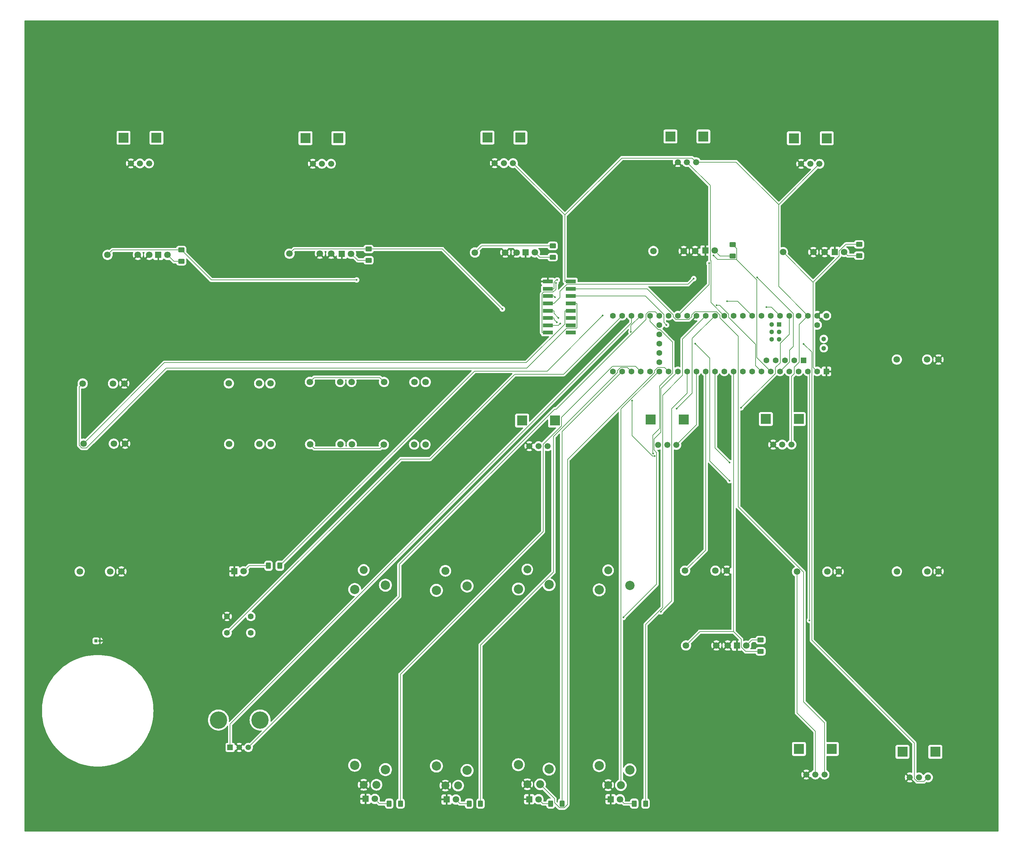
<source format=gbr>
%TF.GenerationSoftware,KiCad,Pcbnew,7.0.2-0*%
%TF.CreationDate,2023-11-13T20:51:24-05:00*%
%TF.ProjectId,Bridge System On Ramp,42726964-6765-4205-9379-7374656d204f,rev?*%
%TF.SameCoordinates,Original*%
%TF.FileFunction,Copper,L2,Bot*%
%TF.FilePolarity,Positive*%
%FSLAX46Y46*%
G04 Gerber Fmt 4.6, Leading zero omitted, Abs format (unit mm)*
G04 Created by KiCad (PCBNEW 7.0.2-0) date 2023-11-13 20:51:24*
%MOMM*%
%LPD*%
G01*
G04 APERTURE LIST*
G04 Aperture macros list*
%AMRoundRect*
0 Rectangle with rounded corners*
0 $1 Rounding radius*
0 $2 $3 $4 $5 $6 $7 $8 $9 X,Y pos of 4 corners*
0 Add a 4 corners polygon primitive as box body*
4,1,4,$2,$3,$4,$5,$6,$7,$8,$9,$2,$3,0*
0 Add four circle primitives for the rounded corners*
1,1,$1+$1,$2,$3*
1,1,$1+$1,$4,$5*
1,1,$1+$1,$6,$7*
1,1,$1+$1,$8,$9*
0 Add four rect primitives between the rounded corners*
20,1,$1+$1,$2,$3,$4,$5,0*
20,1,$1+$1,$4,$5,$6,$7,0*
20,1,$1+$1,$6,$7,$8,$9,0*
20,1,$1+$1,$8,$9,$2,$3,0*%
G04 Aperture macros list end*
%TA.AperFunction,ComponentPad*%
%ADD10C,1.676400*%
%TD*%
%TA.AperFunction,ComponentPad*%
%ADD11R,2.800000X2.800000*%
%TD*%
%TA.AperFunction,ComponentPad*%
%ADD12R,1.800000X1.800000*%
%TD*%
%TA.AperFunction,ComponentPad*%
%ADD13C,1.800000*%
%TD*%
%TA.AperFunction,ComponentPad*%
%ADD14C,2.184400*%
%TD*%
%TA.AperFunction,ComponentPad*%
%ADD15C,2.540000*%
%TD*%
%TA.AperFunction,ComponentPad*%
%ADD16R,1.500000X1.500000*%
%TD*%
%TA.AperFunction,ComponentPad*%
%ADD17C,1.500000*%
%TD*%
%TA.AperFunction,ComponentPad*%
%ADD18C,4.740000*%
%TD*%
%TA.AperFunction,ComponentPad*%
%ADD19R,0.850000X0.850000*%
%TD*%
%TA.AperFunction,ComponentPad*%
%ADD20O,0.850000X0.850000*%
%TD*%
%TA.AperFunction,ComponentPad*%
%ADD21C,1.600000*%
%TD*%
%TA.AperFunction,SMDPad,CuDef*%
%ADD22RoundRect,0.250000X0.625000X-0.400000X0.625000X0.400000X-0.625000X0.400000X-0.625000X-0.400000X0*%
%TD*%
%TA.AperFunction,SMDPad,CuDef*%
%ADD23RoundRect,0.250000X-0.400000X-0.625000X0.400000X-0.625000X0.400000X0.625000X-0.400000X0.625000X0*%
%TD*%
%TA.AperFunction,SMDPad,CuDef*%
%ADD24RoundRect,0.250000X-0.625000X0.400000X-0.625000X-0.400000X0.625000X-0.400000X0.625000X0.400000X0*%
%TD*%
%TA.AperFunction,ComponentPad*%
%ADD25R,1.600000X1.600000*%
%TD*%
%TA.AperFunction,ComponentPad*%
%ADD26R,1.300000X1.300000*%
%TD*%
%TA.AperFunction,ComponentPad*%
%ADD27C,1.300000*%
%TD*%
%TA.AperFunction,SMDPad,CuDef*%
%ADD28R,2.750000X1.000000*%
%TD*%
%TA.AperFunction,ViaPad*%
%ADD29C,0.500000*%
%TD*%
%TA.AperFunction,Conductor*%
%ADD30C,0.127000*%
%TD*%
G04 APERTURE END LIST*
D10*
%TO.P,LFOAmount1,1,A*%
%TO.N,GND*%
X182224100Y-56760600D03*
%TO.P,LFOAmount1,2,S*%
%TO.N,LFOAmount*%
X184724100Y-56760600D03*
%TO.P,LFOAmount1,3,E*%
%TO.N,+3.3V*%
X187224100Y-56760600D03*
D11*
%TO.P,LFOAmount1,M1*%
%TO.N,N/C*%
X189224100Y-49760600D03*
%TO.P,LFOAmount1,M2*%
X180224100Y-49760600D03*
%TD*%
D12*
%TO.P,LED_AttackIN1,1,K*%
%TO.N,GND*%
X163701300Y-3687000D03*
D13*
%TO.P,LED_AttackIN1,2,A*%
%TO.N,Net-(LED_AttackIN1-A)*%
X166241300Y-3687000D03*
%TD*%
D12*
%TO.P,LED_ShaperIN1,1,K*%
%TO.N,GND*%
X64249200Y-4575200D03*
D13*
%TO.P,LED_ShaperIN1,2,A*%
%TO.N,Net-(LED_ShaperIN1-A)*%
X66789200Y-4575200D03*
%TD*%
D12*
%TO.P,LED_SeqIN1,1,K*%
%TO.N,GND*%
X172318700Y-111733400D03*
D13*
%TO.P,LED_SeqIN1,2,A*%
%TO.N,Net-(LED_SeqIN1-A)*%
X174858700Y-111733400D03*
%TD*%
%TO.P,Mult_B_3,1*%
%TO.N,Net-(Mult_B_1-Pad1)*%
X87119700Y-56734500D03*
%TO.P,Mult_B_3,2*%
%TO.N,unconnected-(Mult_B_3-Pad2)*%
X84019700Y-56734500D03*
%TO.P,Mult_B_3,3*%
%TO.N,Net-(Mult_B_1-Pad3)*%
X75719700Y-56734500D03*
%TD*%
D10*
%TO.P,Shaper1,1,A*%
%TO.N,GND*%
X56292300Y20054400D03*
%TO.P,Shaper1,2,S*%
%TO.N,Shaper*%
X58792300Y20054400D03*
%TO.P,Shaper1,3,E*%
%TO.N,+3.3V*%
X61292300Y20054400D03*
D11*
%TO.P,Shaper1,M1*%
%TO.N,N/C*%
X63292300Y27054400D03*
%TO.P,Shaper1,M2*%
X54292300Y27054400D03*
%TD*%
D14*
%TO.P,TM4,A,A*%
%TO.N,GND*%
X114969300Y-149644600D03*
%TO.P,TM4,B,B*%
%TO.N,+3.3V*%
X114969300Y-90904600D03*
D15*
%TO.P,TM4,P$1*%
%TO.N,N/C*%
X112519300Y-144294600D03*
%TO.P,TM4,P$2*%
X112519300Y-96254600D03*
%TO.P,TM4,P$3*%
X120919300Y-145494600D03*
%TO.P,TM4,P$4*%
X120919300Y-95054600D03*
D14*
%TO.P,TM4,WIPER,WIPER*%
%TO.N,Seq3*%
X118469300Y-149644600D03*
%TD*%
D12*
%TO.P,Seq4LED1,1,K*%
%TO.N,GND*%
X137758400Y-153737900D03*
D13*
%TO.P,Seq4LED1,2,A*%
%TO.N,Net-(Seq4LED1-A)*%
X140298400Y-153737900D03*
%TD*%
%TO.P,Mult_A_1,1*%
%TO.N,Net-(Mult_A_1-Pad1)*%
X44716700Y-40017900D03*
%TO.P,Mult_A_1,2*%
%TO.N,unconnected-(Mult_A_1-Pad2)*%
X41616700Y-40017900D03*
%TO.P,Mult_A_1,3*%
%TO.N,Net-(Mult_A_1-Pad3)*%
X33316700Y-40017900D03*
%TD*%
D10*
%TO.P,Filter1,1,A*%
%TO.N,GND*%
X106065800Y20213400D03*
%TO.P,Filter1,2,S*%
%TO.N,Filter*%
X108565800Y20213400D03*
%TO.P,Filter1,3,E*%
%TO.N,+3.3V*%
X111065800Y20213400D03*
D11*
%TO.P,Filter1,M1*%
%TO.N,N/C*%
X113065800Y27213400D03*
%TO.P,Filter1,M2*%
X104065800Y27213400D03*
%TD*%
D13*
%TO.P,Attack IN1,1*%
%TO.N,GND*%
X160857500Y-3828200D03*
%TO.P,Attack IN1,2*%
X157757500Y-3828200D03*
%TO.P,Attack IN1,3*%
%TO.N,attackIN*%
X149457500Y-3828200D03*
%TD*%
D14*
%TO.P,TM5,A,A*%
%TO.N,GND*%
X137070000Y-149877100D03*
%TO.P,TM5,B,B*%
%TO.N,+3.3V*%
X137070000Y-91137100D03*
D15*
%TO.P,TM5,P$1*%
%TO.N,N/C*%
X134620000Y-144527100D03*
%TO.P,TM5,P$2*%
X134620000Y-96487100D03*
%TO.P,TM5,P$3*%
X143020000Y-145727100D03*
%TO.P,TM5,P$4*%
X143020000Y-95287100D03*
D14*
%TO.P,TM5,WIPER,WIPER*%
%TO.N,Seq4*%
X140570000Y-149877100D03*
%TD*%
D13*
%TO.P,Mult_A_2,1*%
%TO.N,Net-(Mult_A_1-Pad1)*%
X66896700Y-39610200D03*
%TO.P,Mult_A_2,2*%
%TO.N,unconnected-(Mult_A_2-Pad2)*%
X63796700Y-39610200D03*
%TO.P,Mult_A_2,3*%
%TO.N,Net-(Mult_A_1-Pad3)*%
X55496700Y-39610200D03*
%TD*%
D14*
%TO.P,TM3,A,A*%
%TO.N,GND*%
X92552500Y-150007700D03*
%TO.P,TM3,B,B*%
%TO.N,+3.3V*%
X92552500Y-91267700D03*
D15*
%TO.P,TM3,P$1*%
%TO.N,N/C*%
X90102500Y-144657700D03*
%TO.P,TM3,P$2*%
X90102500Y-96617700D03*
%TO.P,TM3,P$3*%
X98502500Y-145857700D03*
%TO.P,TM3,P$4*%
X98502500Y-95417700D03*
D14*
%TO.P,TM3,WIPER,WIPER*%
%TO.N,Seq2*%
X96052500Y-150007700D03*
%TD*%
D12*
%TO.P,Seq2LED1,1,K*%
%TO.N,GND*%
X92885000Y-153813900D03*
D13*
%TO.P,Seq2LED1,2,A*%
%TO.N,Net-(Seq2LED1-A)*%
X95425000Y-153813900D03*
%TD*%
%TO.P,Output2,1*%
%TO.N,GND*%
X227460000Y-91440000D03*
%TO.P,Output2,2*%
%TO.N,Net-(out2-S)*%
X224360000Y-91440000D03*
%TO.P,Output2,3*%
X216060000Y-91440000D03*
%TD*%
D10*
%TO.P,out1,1,A*%
%TO.N,GND*%
X191271200Y-146983300D03*
%TO.P,out1,2,S*%
%TO.N,Net-(out1-S)*%
X193771200Y-146983300D03*
%TO.P,out1,3,E*%
%TO.N,Headphones_L*%
X196271200Y-146983300D03*
D11*
%TO.P,out1,M1*%
%TO.N,N/C*%
X198271200Y-139983300D03*
%TO.P,out1,M2*%
X189271200Y-139983300D03*
%TD*%
D13*
%TO.P,Mult_A_3,1*%
%TO.N,Net-(Mult_A_1-Pad1)*%
X87189400Y-39632100D03*
%TO.P,Mult_A_3,2*%
%TO.N,unconnected-(Mult_A_3-Pad2)*%
X84089400Y-39632100D03*
%TO.P,Mult_A_3,3*%
%TO.N,Net-(Mult_A_1-Pad3)*%
X75789400Y-39632100D03*
%TD*%
%TO.P,seqIN1,1*%
%TO.N,GND*%
X169775300Y-111677200D03*
%TO.P,seqIN1,2*%
X166675300Y-111677200D03*
%TO.P,seqIN1,3*%
%TO.N,seqIN*%
X158375300Y-111677200D03*
%TD*%
%TO.P,LFO Out1,1*%
%TO.N,GND*%
X227443200Y-33498800D03*
%TO.P,LFO Out1,2*%
%TO.N,unconnected-(LFO Out1-Pad2)*%
X224343200Y-33498800D03*
%TO.P,LFO Out1,3*%
%TO.N,LFOOUT*%
X216043200Y-33498800D03*
%TD*%
D12*
%TO.P,LED_DecayIN1,1,K*%
%TO.N,GND*%
X199114300Y-4066700D03*
D13*
%TO.P,LED_DecayIN1,2,A*%
%TO.N,Net-(LED_DecayIN1-A)*%
X201654300Y-4066700D03*
%TD*%
D10*
%TO.P,EnvDecay1,1,A*%
%TO.N,GND*%
X189883400Y20021800D03*
%TO.P,EnvDecay1,2,S*%
%TO.N,EnvDecay*%
X192383400Y20021800D03*
%TO.P,EnvDecay1,3,E*%
%TO.N,+3.3V*%
X194883400Y20021800D03*
D11*
%TO.P,EnvDecay1,M1*%
%TO.N,N/C*%
X196883400Y27021800D03*
%TO.P,EnvDecay1,M2*%
X187883400Y27021800D03*
%TD*%
D12*
%TO.P,Seq1LED1,1,K*%
%TO.N,GND*%
X70717000Y-153647800D03*
D13*
%TO.P,Seq1LED1,2,A*%
%TO.N,Net-(Seq1LED1-A)*%
X73257000Y-153647800D03*
%TD*%
%TO.P,Output1,1*%
%TO.N,GND*%
X200143400Y-91504000D03*
%TO.P,Output1,2*%
%TO.N,Net-(out1-S)*%
X197043400Y-91504000D03*
%TO.P,Output1,3*%
X188743400Y-91504000D03*
%TD*%
D12*
%TO.P,Seq3LED1,1,K*%
%TO.N,GND*%
X115495500Y-153737900D03*
D13*
%TO.P,Seq3LED1,2,A*%
%TO.N,Net-(Seq3LED1-A)*%
X118035500Y-153737900D03*
%TD*%
%TO.P,Trig OUT1,1*%
%TO.N,GND*%
X3940000Y-91440000D03*
%TO.P,Trig OUT1,2*%
%TO.N,unconnected-(Trig OUT1-Pad2)*%
X840000Y-91440000D03*
%TO.P,Trig OUT1,3*%
%TO.N,trigOUT*%
X-7460000Y-91440000D03*
%TD*%
%TO.P,LineIn_L1,1*%
%TO.N,GND*%
X4751800Y-40043400D03*
%TO.P,LineIn_L1,2*%
%TO.N,unconnected-(LineIn_L1-Pad2)*%
X1651800Y-40043400D03*
%TO.P,LineIn_L1,3*%
%TO.N,Linein_L*%
X-6648200Y-40043400D03*
%TD*%
D10*
%TO.P,EnvAttack1,1,A*%
%TO.N,GND*%
X156123600Y20498900D03*
%TO.P,EnvAttack1,2,S*%
%TO.N,EnvAttack*%
X158623600Y20498900D03*
%TO.P,EnvAttack1,3,E*%
%TO.N,+3.3V*%
X161123600Y20498900D03*
D11*
%TO.P,EnvAttack1,M1*%
%TO.N,N/C*%
X163123600Y27498900D03*
%TO.P,EnvAttack1,M2*%
X154123600Y27498900D03*
%TD*%
D16*
%TO.P,U2,A1,A_CHANNEL*%
%TO.N,rotaryA*%
X33680000Y-139580000D03*
D17*
%TO.P,U2,B1,B_CHANNEL*%
%TO.N,rotaryB*%
X38680000Y-139580000D03*
%TO.P,U2,C1,C_COMMON*%
%TO.N,GND*%
X36180000Y-139580000D03*
D18*
%TO.P,U2,MH1,MH1*%
%TO.N,unconnected-(U2-PadMH1)*%
X30480000Y-132080000D03*
%TO.P,U2,MH2,MH2*%
%TO.N,unconnected-(U2-PadMH2)*%
X41880000Y-132080000D03*
%TD*%
D10*
%TO.P,out2,1,A*%
%TO.N,GND*%
X219583200Y-147766600D03*
%TO.P,out2,2,S*%
%TO.N,Net-(out2-S)*%
X222083200Y-147766600D03*
%TO.P,out2,3,E*%
%TO.N,Headphones_R*%
X224583200Y-147766600D03*
D11*
%TO.P,out2,M1*%
%TO.N,N/C*%
X226583200Y-140766600D03*
%TO.P,out2,M2*%
X217583200Y-140766600D03*
%TD*%
D13*
%TO.P,LineIn_R1,1*%
%TO.N,GND*%
X4962300Y-56496300D03*
%TO.P,LineIn_R1,2*%
%TO.N,unconnected-(LineIn_R1-Pad2)*%
X1862300Y-56496300D03*
%TO.P,LineIn_R1,3*%
%TO.N,Linein_R*%
X-6437700Y-56496300D03*
%TD*%
D10*
%TO.P,OscWaveform1,1,A*%
%TO.N,GND*%
X6518800Y20150600D03*
%TO.P,OscWaveform1,2,S*%
%TO.N,OscWaveform*%
X9018800Y20150600D03*
%TO.P,OscWaveform1,3,E*%
%TO.N,+3.3V*%
X11518800Y20150600D03*
D11*
%TO.P,OscWaveform1,M1*%
%TO.N,N/C*%
X13518800Y27150600D03*
%TO.P,OscWaveform1,M2*%
X4518800Y27150600D03*
%TD*%
D13*
%TO.P,Mult_B_2,1*%
%TO.N,Net-(Mult_B_1-Pad1)*%
X66978300Y-56652900D03*
%TO.P,Mult_B_2,2*%
%TO.N,unconnected-(Mult_B_2-Pad2)*%
X63878300Y-56652900D03*
%TO.P,Mult_B_2,3*%
%TO.N,Net-(Mult_B_1-Pad3)*%
X55578300Y-56652900D03*
%TD*%
%TO.P,Seq OUT1,1*%
%TO.N,GND*%
X169518400Y-91242700D03*
%TO.P,Seq OUT1,2*%
%TO.N,unconnected-(Seq OUT1-Pad2)*%
X166418400Y-91242700D03*
%TO.P,Seq OUT1,3*%
%TO.N,seqOUT*%
X158118400Y-91242700D03*
%TD*%
%TO.P,Waveform IN1,1*%
%TO.N,GND*%
X11552900Y-4851400D03*
%TO.P,Waveform IN1,2*%
X8452900Y-4851400D03*
%TO.P,Waveform IN1,3*%
%TO.N,waveformIN*%
X152900Y-4851400D03*
%TD*%
%TO.P,Shaper IN1,1*%
%TO.N,GND*%
X61326400Y-4543000D03*
%TO.P,Shaper IN1,2*%
X58226400Y-4543000D03*
%TO.P,Shaper IN1,3*%
%TO.N,shaperIN*%
X49926400Y-4543000D03*
%TD*%
D12*
%TO.P,LED_FilterIN1,1,K*%
%TO.N,GND*%
X114515200Y-4199900D03*
D13*
%TO.P,LED_FilterIN1,2,A*%
%TO.N,Net-(LED_FilterIN1-A)*%
X117055200Y-4199900D03*
%TD*%
%TO.P,Mult_B_1,1*%
%TO.N,Net-(Mult_B_1-Pad1)*%
X44798200Y-56616300D03*
%TO.P,Mult_B_1,2*%
%TO.N,unconnected-(Mult_B_1-Pad2)*%
X41698200Y-56616300D03*
%TO.P,Mult_B_1,3*%
%TO.N,Net-(Mult_B_1-Pad3)*%
X33398200Y-56616300D03*
%TD*%
D12*
%TO.P,LED_WaveformIN1,1,K*%
%TO.N,GND*%
X14042000Y-4891400D03*
D13*
%TO.P,LED_WaveformIN1,2,A*%
%TO.N,Net-(LED_WaveformIN1-A)*%
X16582000Y-4891400D03*
%TD*%
D14*
%TO.P,TM2,A,A*%
%TO.N,GND*%
X70221500Y-149784400D03*
%TO.P,TM2,B,B*%
%TO.N,+3.3V*%
X70221500Y-91044400D03*
D15*
%TO.P,TM2,P$1*%
%TO.N,N/C*%
X67771500Y-144434400D03*
%TO.P,TM2,P$2*%
X67771500Y-96394400D03*
%TO.P,TM2,P$3*%
X76171500Y-145634400D03*
%TO.P,TM2,P$4*%
X76171500Y-95194400D03*
D14*
%TO.P,TM2,WIPER,WIPER*%
%TO.N,Seq1*%
X73721500Y-149784400D03*
%TD*%
D13*
%TO.P,Filter IN1,1*%
%TO.N,GND*%
X112054000Y-4215300D03*
%TO.P,Filter IN1,2*%
X108954000Y-4215300D03*
%TO.P,Filter IN1,3*%
%TO.N,filterIN*%
X100654000Y-4215300D03*
%TD*%
%TO.P,Decay IN1,1*%
%TO.N,GND*%
X196315000Y-4110700D03*
%TO.P,Decay IN1,2*%
X193215000Y-4110700D03*
%TO.P,Decay IN1,3*%
%TO.N,decayIN*%
X184915000Y-4110700D03*
%TD*%
D12*
%TO.P,ClockLED1,1,K*%
%TO.N,GND*%
X34846000Y-91403300D03*
D13*
%TO.P,ClockLED1,2,A*%
%TO.N,Net-(ClockLED1-A)*%
X37386000Y-91403300D03*
%TD*%
D19*
%TO.P,Trigger1,1,1*%
%TO.N,Trigger*%
X-2993300Y-110429500D03*
D20*
%TO.P,Trigger1,2,2*%
%TO.N,GND*%
X-1993300Y-110429500D03*
%TD*%
D10*
%TO.P,LFOWave1,1,A*%
%TO.N,GND*%
X115546900Y-57182000D03*
%TO.P,LFOWave1,2,S*%
%TO.N,LFOWave*%
X118046900Y-57182000D03*
%TO.P,LFOWave1,3,E*%
%TO.N,+3.3V*%
X120546900Y-57182000D03*
D11*
%TO.P,LFOWave1,M1*%
%TO.N,N/C*%
X122546900Y-50182000D03*
%TO.P,LFOWave1,M2*%
X113546900Y-50182000D03*
%TD*%
D21*
%TO.P,ClockPlay1,1,1*%
%TO.N,unconnected-(ClockPlay1-Pad1)*%
X39338700Y-108241700D03*
%TO.P,ClockPlay1,2,2*%
%TO.N,clockPLAY*%
X32838700Y-108241700D03*
%TO.P,ClockPlay1,3,3*%
%TO.N,unconnected-(ClockPlay1-Pad3)*%
X39338700Y-103741700D03*
%TO.P,ClockPlay1,4,4*%
%TO.N,GND*%
X32838700Y-103741700D03*
%TD*%
D10*
%TO.P,LFORate1,1,A*%
%TO.N,GND*%
X150737900Y-56863900D03*
%TO.P,LFORate1,2,S*%
%TO.N,LFORate*%
X153237900Y-56863900D03*
%TO.P,LFORate1,3,E*%
%TO.N,+3.3V*%
X155737900Y-56863900D03*
D11*
%TO.P,LFORate1,M1*%
%TO.N,N/C*%
X157737900Y-49863900D03*
%TO.P,LFORate1,M2*%
X148737900Y-49863900D03*
%TD*%
D22*
%TO.P,R9,1*%
%TO.N,Net-(LED_AttackIN1-A)*%
X171111000Y-5155300D03*
%TO.P,R9,2*%
%TO.N,attackIN*%
X171111000Y-2055300D03*
%TD*%
D23*
%TO.P,R4,1*%
%TO.N,Net-(Seq3LED1-A)*%
X121360000Y-154940000D03*
%TO.P,R4,2*%
%TO.N,seq3LED*%
X124460000Y-154940000D03*
%TD*%
D22*
%TO.P,R1,1*%
%TO.N,Net-(LED_DecayIN1-A)*%
X205740000Y-5080000D03*
%TO.P,R1,2*%
%TO.N,decayIN*%
X205740000Y-1980000D03*
%TD*%
%TO.P,R8,1*%
%TO.N,Net-(LED_FilterIN1-A)*%
X121920000Y-5500000D03*
%TO.P,R8,2*%
%TO.N,filterIN*%
X121920000Y-2400000D03*
%TD*%
D23*
%TO.P,R3,1*%
%TO.N,Net-(Seq2LED1-A)*%
X99060000Y-154940000D03*
%TO.P,R3,2*%
%TO.N,seq2LED*%
X102160000Y-154940000D03*
%TD*%
%TO.P,R2,1*%
%TO.N,Net-(Seq1LED1-A)*%
X77190000Y-154940000D03*
%TO.P,R2,2*%
%TO.N,seq1LED*%
X80290000Y-154940000D03*
%TD*%
D22*
%TO.P,R7,1*%
%TO.N,Net-(LED_ShaperIN1-A)*%
X71563400Y-6363700D03*
%TO.P,R7,2*%
%TO.N,shaperIN*%
X71563400Y-3263700D03*
%TD*%
D23*
%TO.P,R6,1*%
%TO.N,Net-(ClockLED1-A)*%
X44170000Y-89890000D03*
%TO.P,R6,2*%
%TO.N,clockLED*%
X47270000Y-89890000D03*
%TD*%
D24*
%TO.P,R11,1*%
%TO.N,Net-(LED_SeqIN1-A)*%
X178790000Y-110210000D03*
%TO.P,R11,2*%
%TO.N,seqIN*%
X178790000Y-113310000D03*
%TD*%
D25*
%TO.P,U1,1,GND*%
%TO.N,GND*%
X196799200Y-36741600D03*
D21*
%TO.P,U1,2,0_RX1_CRX2_CS1*%
%TO.N,decayIN*%
X194259200Y-36741600D03*
%TO.P,U1,3,1_TX1_CTX2_MISO1*%
%TO.N,MISO*%
X191719200Y-36741600D03*
%TO.P,U1,4,2_OUT2*%
%TO.N,Trigger*%
X189179200Y-36741600D03*
%TO.P,U1,5,3_LRCLK2*%
%TO.N,shaperIN*%
X186639200Y-36741600D03*
%TO.P,U1,6,4_BCLK2*%
%TO.N,filterIN*%
X184099200Y-36741600D03*
%TO.P,U1,7,5_IN2*%
%TO.N,attackIN*%
X181559200Y-36741600D03*
%TO.P,U1,8,6_OUT1D*%
%TO.N,waveformIN*%
X179019200Y-36741600D03*
%TO.P,U1,9,7_RX2_OUT1A*%
%TO.N,DIN*%
X176479200Y-36741600D03*
%TO.P,U1,10,8_TX2_IN1*%
%TO.N,DOUT*%
X173939200Y-36741600D03*
%TO.P,U1,11,9_OUT1C*%
%TO.N,seqIN*%
X171399200Y-36741600D03*
%TO.P,U1,12,10_CS_MQSR*%
%TO.N,trigOUT*%
X168859200Y-36741600D03*
%TO.P,U1,13,11_MOSI_CTX1*%
%TO.N,MOSI*%
X166319200Y-36741600D03*
%TO.P,U1,14,12_MISO_MQSL*%
%TO.N,seqOUT*%
X163779200Y-36741600D03*
%TO.P,U1,15,3V3*%
%TO.N,+3.3V*%
X161239200Y-36741600D03*
%TO.P,U1,16,24_A10_TX6_SCL2*%
%TO.N,Seq1*%
X158699200Y-36741600D03*
%TO.P,U1,17,25_A11_RX6_SDA2*%
%TO.N,Seq2*%
X156159200Y-36741600D03*
%TO.P,U1,18,26_A12_MOSI1*%
%TO.N,Seq3*%
X153619200Y-36741600D03*
%TO.P,U1,19,27_A13_SCK1*%
%TO.N,Seq4*%
X151079200Y-36741600D03*
%TO.P,U1,20,28_RX7*%
%TO.N,LFOOUT*%
X148539200Y-36741600D03*
%TO.P,U1,21,29_TX7*%
%TO.N,seq1LED*%
X145999200Y-36741600D03*
%TO.P,U1,22,30_CRX3*%
%TO.N,seq2LED*%
X143459200Y-36741600D03*
%TO.P,U1,23,31_CTX3*%
%TO.N,seq3LED*%
X140919200Y-36741600D03*
%TO.P,U1,24,32_OUT1B*%
%TO.N,reset*%
X138379200Y-36741600D03*
%TO.P,U1,25,33_MCLK2*%
%TO.N,unconnected-(U1-33_MCLK2-Pad25)*%
X138379200Y-21501600D03*
%TO.P,U1,26,34_RX8*%
%TO.N,clockPLAY*%
X140919200Y-21501600D03*
%TO.P,U1,27,35_TX8*%
%TO.N,rotaryA*%
X143459200Y-21501600D03*
%TO.P,U1,28,36_CS*%
%TO.N,RS*%
X145999200Y-21501600D03*
%TO.P,U1,29,37_CS*%
%TO.N,CS1*%
X148539200Y-21501600D03*
%TO.P,U1,30,38_CS1_IN1*%
%TO.N,rotaryB*%
X151079200Y-21501600D03*
%TO.P,U1,31,39_MISO1_OUT1A*%
%TO.N,clockLED*%
X153619200Y-21501600D03*
%TO.P,U1,32,40_A16*%
%TO.N,EnvDecay*%
X156159200Y-21501600D03*
%TO.P,U1,33,41_A17*%
%TO.N,OscWaveform*%
X158699200Y-21501600D03*
%TO.P,U1,34,GND*%
%TO.N,GND*%
X161239200Y-21501600D03*
%TO.P,U1,35,13_SCK_LED*%
%TO.N,seq4LED*%
X163779200Y-21501600D03*
%TO.P,U1,36,14_A0_TX3_SPDIF_OUT*%
%TO.N,LFOWave*%
X166319200Y-21501600D03*
%TO.P,U1,37,15_A1_RX3_SPDIF_IN*%
%TO.N,EnvAttack*%
X168859200Y-21501600D03*
%TO.P,U1,38,16_A2_RX4_SCL1*%
%TO.N,Shaper*%
X171399200Y-21501600D03*
%TO.P,U1,39,17_A3_TX4_SDA1*%
%TO.N,Filter*%
X173939200Y-21501600D03*
%TO.P,U1,40,18_A4_SDA*%
%TO.N,SDA*%
X176479200Y-21501600D03*
%TO.P,U1,41,19_A5_SCL*%
%TO.N,SCL*%
X179019200Y-21501600D03*
%TO.P,U1,42,20_A6_TX5_LRCLK1*%
%TO.N,LRCLCK*%
X181559200Y-21501600D03*
%TO.P,U1,43,21_A7_RX5_BCLK1*%
%TO.N,BLCK*%
X184099200Y-21501600D03*
%TO.P,U1,44,22_A8_CTX1*%
%TO.N,LFORate*%
X186639200Y-21501600D03*
%TO.P,U1,45,23_A9_CRX1_MCLK1*%
%TO.N,MCLK*%
X189179200Y-21501600D03*
%TO.P,U1,46,3V3*%
%TO.N,+3.3V*%
X191719200Y-21501600D03*
%TO.P,U1,47,GND*%
%TO.N,GND*%
X194259200Y-21501600D03*
%TO.P,U1,48,VIN*%
%TO.N,unconnected-(U1-VIN-Pad48)*%
X196799200Y-21501600D03*
%TO.P,U1,49,VUSB*%
%TO.N,unconnected-(U1-VUSB-Pad49)*%
X194259200Y-24041600D03*
%TO.P,U1,50,VBAT*%
%TO.N,unconnected-(U1-VBAT-Pad50)*%
X151079200Y-34201600D03*
%TO.P,U1,51,3V3*%
%TO.N,unconnected-(U1-3V3-Pad51)*%
X151079200Y-31661600D03*
%TO.P,U1,52,GND*%
%TO.N,unconnected-(U1-GND-Pad52)*%
X151079200Y-29121600D03*
%TO.P,U1,53,PROGRAM*%
%TO.N,unconnected-(U1-PROGRAM-Pad53)*%
X151079200Y-26581600D03*
%TO.P,U1,54,ON_OFF*%
%TO.N,unconnected-(U1-ON_OFF-Pad54)*%
X151079200Y-24041600D03*
D25*
%TO.P,U1,55,5V*%
%TO.N,unconnected-(U1-5V-Pad55)*%
X190500000Y-33690800D03*
D21*
%TO.P,U1,56,D-*%
%TO.N,unconnected-(U1-D--Pad56)*%
X187960000Y-33690800D03*
%TO.P,U1,57,D+*%
%TO.N,unconnected-(U1-D+-Pad57)*%
X185420000Y-33690800D03*
%TO.P,U1,58,GND*%
%TO.N,unconnected-(U1-GND-Pad58)*%
X182880000Y-33690800D03*
%TO.P,U1,59,GND*%
%TO.N,unconnected-(U1-GND-Pad59)*%
X180340000Y-33690800D03*
D26*
%TO.P,U1,60,R+*%
%TO.N,unconnected-(U1-R+-Pad60)*%
X183829200Y-23940000D03*
D27*
%TO.P,U1,61,LED*%
%TO.N,unconnected-(U1-LED-Pad61)*%
X183829200Y-25940000D03*
%TO.P,U1,62,T-*%
%TO.N,unconnected-(U1-T--Pad62)*%
X183829200Y-27940000D03*
%TO.P,U1,63,T+*%
%TO.N,unconnected-(U1-T+-Pad63)*%
X181829200Y-27940000D03*
%TO.P,U1,64,GND*%
%TO.N,unconnected-(U1-GND-Pad64)*%
X181829200Y-25940000D03*
%TO.P,U1,65,R-*%
%TO.N,unconnected-(U1-R--Pad65)*%
X181829200Y-23940000D03*
%TO.P,U1,66,D-*%
%TO.N,unconnected-(U1-D--Pad66)*%
X196069200Y-27851600D03*
%TO.P,U1,67,D+*%
%TO.N,unconnected-(U1-D+-Pad67)*%
X196069200Y-30391600D03*
%TD*%
D22*
%TO.P,R10,1*%
%TO.N,Net-(LED_WaveformIN1-A)*%
X20320000Y-6630000D03*
%TO.P,R10,2*%
%TO.N,waveformIN*%
X20320000Y-3530000D03*
%TD*%
D23*
%TO.P,R5,1*%
%TO.N,Net-(Seq4LED1-A)*%
X144220000Y-154940000D03*
%TO.P,R5,2*%
%TO.N,seq4LED*%
X147320000Y-154940000D03*
%TD*%
D28*
%TO.P,J2,1,P1*%
%TO.N,GND*%
X120626500Y-12136700D03*
%TO.P,J2,2,P2*%
%TO.N,+3.3V*%
X126876500Y-12136700D03*
%TO.P,J2,3,P3*%
%TO.N,SDA*%
X120626500Y-14136700D03*
%TO.P,J2,4,P4*%
%TO.N,Headphones_L*%
X126876500Y-14136700D03*
%TO.P,J2,5,+12V*%
%TO.N,SCL*%
X120626500Y-16136700D03*
%TO.P,J2,6,P6*%
%TO.N,Headphones_R*%
X126876500Y-16136700D03*
%TO.P,J2,7,12V*%
%TO.N,MCLK*%
X120626500Y-18136700D03*
%TO.P,J2,8,+12V*%
%TO.N,Linein_L*%
X126876500Y-18136700D03*
%TO.P,J2,9,GND*%
%TO.N,LRCLCK*%
X120626500Y-20136700D03*
%TO.P,J2,10,GND*%
%TO.N,Linein_R*%
X126876500Y-20136700D03*
%TO.P,J2,11,GND*%
%TO.N,DOUT*%
X120626500Y-22136700D03*
%TO.P,J2,12,GND*%
%TO.N,Mic*%
X126876500Y-22136700D03*
%TO.P,J2,13,-12*%
%TO.N,DIN*%
X120626500Y-24136700D03*
%TO.P,J2,14,-12V*%
%TO.N,Lineout_L*%
X126876500Y-24136700D03*
%TO.P,J2,15,-12V*%
%TO.N,BLCK*%
X120626500Y-26136700D03*
%TO.P,J2,16,P16*%
%TO.N,Lineout_R*%
X126876500Y-26136700D03*
%TD*%
D29*
%TO.N,MISO*%
X192171100Y-104834100D03*
%TO.N,attackIN*%
X165898300Y-5043600D03*
%TO.N,Seq1*%
X151482500Y-102511800D03*
%TO.N,Seq2*%
X141214100Y-104036900D03*
%TO.N,MOSI*%
X170267900Y-61628700D03*
%TO.N,RS*%
X160937200Y-29139800D03*
X170267900Y-66617900D03*
X143306100Y-25892100D03*
%TO.N,reset*%
X149776600Y-59869300D03*
X143634100Y-44711200D03*
%TO.N,CS1*%
X149404400Y-59228900D03*
%TO.N,filterIN*%
X177798700Y-11025800D03*
%TO.N,shaperIN*%
X108160800Y-19668100D03*
%TO.N,waveformIN*%
X166697800Y-18692200D03*
X68298400Y-11736700D03*
%TO.N,clockLED*%
X135566200Y-21484800D03*
%TO.N,EnvDecay*%
X164667400Y-7122500D03*
%TO.N,LFORate*%
X173457800Y-46699300D03*
%TO.N,LFOWave*%
X155809000Y-46932800D03*
%TO.N,MCLK*%
X160480200Y-11381200D03*
%TO.N,GND*%
X167640000Y-48260000D03*
X170180000Y-53340000D03*
%TO.N,BLCK*%
X122788200Y-12563900D03*
X180411400Y-19142600D03*
%TO.N,DIN*%
X123961700Y-23675600D03*
%TO.N,DOUT*%
X123020200Y-23332100D03*
%TO.N,LRCLCK*%
X123482400Y-22080100D03*
%TO.N,SCL*%
X122548300Y-16476800D03*
%TO.N,SDA*%
X169620400Y-17552900D03*
X123178200Y-11736700D03*
%TO.N,Headphones_R*%
X153065500Y-24047300D03*
X190516000Y-29198900D03*
%TD*%
D30*
%TO.N,MISO*%
X191719200Y-36741600D02*
X192171100Y-37193500D01*
X192171100Y-37193500D02*
X192171100Y-104834100D01*
%TO.N,attackIN*%
X177749200Y-32931600D02*
X181559200Y-36741600D01*
X172252500Y-6101200D02*
X172252500Y-6205800D01*
X166955900Y-6101200D02*
X165898300Y-5043600D01*
X172252500Y-6101200D02*
X166955900Y-6101200D01*
X172252500Y-6101200D02*
X172252500Y-3196800D01*
X177749200Y-11702500D02*
X177749200Y-32931600D01*
X172252500Y-6205800D02*
X177749200Y-11702500D01*
X172252500Y-3196800D02*
X171111000Y-2055300D01*
%TO.N,Net-(Seq1LED1-A)*%
X77190000Y-154940000D02*
X74549200Y-154940000D01*
X74549200Y-154940000D02*
X73257000Y-153647800D01*
%TO.N,seq1LED*%
X124281700Y-49332100D02*
X124281700Y-51652500D01*
X119296900Y-56637300D02*
X119296900Y-80551400D01*
X145999200Y-36741600D02*
X144582400Y-35324800D01*
X144582400Y-35324800D02*
X138289000Y-35324800D01*
X138289000Y-35324800D02*
X124281700Y-49332100D01*
X124281700Y-51652500D02*
X119296900Y-56637300D01*
X80290000Y-119558300D02*
X80290000Y-154940000D01*
X119296900Y-80551400D02*
X80290000Y-119558300D01*
%TO.N,Net-(Seq2LED1-A)*%
X99060000Y-154940000D02*
X96551100Y-154940000D01*
X96551100Y-154940000D02*
X95425000Y-153813900D01*
%TO.N,seq2LED*%
X102160000Y-111584600D02*
X102160000Y-154940000D01*
X143459200Y-36741600D02*
X142376700Y-35659100D01*
X140478900Y-35659100D02*
X139649200Y-36488800D01*
X122125600Y-54577500D02*
X122125600Y-91619000D01*
X122125600Y-91619000D02*
X102160000Y-111584600D01*
X139649200Y-36488800D02*
X139649200Y-37053900D01*
X139649200Y-37053900D02*
X122125600Y-54577500D01*
X142376700Y-35659100D02*
X140478900Y-35659100D01*
%TO.N,Net-(Seq3LED1-A)*%
X119237600Y-154940000D02*
X118035500Y-153737900D01*
X121360000Y-154940000D02*
X119237600Y-154940000D01*
%TO.N,seq3LED*%
X140919200Y-36741600D02*
X124460000Y-53200800D01*
X124460000Y-53200800D02*
X124460000Y-154940000D01*
%TO.N,Net-(Seq4LED1-A)*%
X141500500Y-154940000D02*
X140298400Y-153737900D01*
X144220000Y-154940000D02*
X141500500Y-154940000D01*
%TO.N,seq4LED*%
X157429200Y-37805300D02*
X151987900Y-43246600D01*
X151987900Y-43246600D02*
X151987900Y-101280100D01*
X151987900Y-101280100D02*
X147320000Y-105948000D01*
X157429200Y-27851600D02*
X157429200Y-37805300D01*
X147320000Y-105948000D02*
X147320000Y-154940000D01*
X163779200Y-21501600D02*
X157429200Y-27851600D01*
%TO.N,Seq1*%
X154487900Y-99506400D02*
X151482500Y-102511800D01*
X158699200Y-36741600D02*
X158699200Y-42690000D01*
X158699200Y-42690000D02*
X154487900Y-46901300D01*
X154487900Y-46901300D02*
X154487900Y-99506400D01*
%TO.N,Seq2*%
X151512400Y-41388400D02*
X151512400Y-53337800D01*
X156159200Y-36741600D02*
X151512400Y-41388400D01*
X149603300Y-58229700D02*
X150334200Y-58960600D01*
X150334200Y-58960600D02*
X150334200Y-94916800D01*
X149603300Y-55246900D02*
X149603300Y-58229700D01*
X150334200Y-94916800D02*
X141214100Y-104036900D01*
X151512400Y-53337800D02*
X149603300Y-55246900D01*
%TO.N,Seq3*%
X150638600Y-35677900D02*
X149809200Y-36507300D01*
X149809200Y-36507300D02*
X149809200Y-37009600D01*
X153619200Y-36741600D02*
X152555500Y-35677900D01*
X149809200Y-37009600D02*
X125981200Y-60837600D01*
X152555500Y-35677900D02*
X150638600Y-35677900D01*
X122435500Y-154735400D02*
X122435500Y-153610800D01*
X125981200Y-60837600D02*
X125981200Y-155175900D01*
X122435500Y-153610800D02*
X118469300Y-149644600D01*
X123804800Y-156104700D02*
X122435500Y-154735400D01*
X125981200Y-155175900D02*
X125052400Y-156104700D01*
X125052400Y-156104700D02*
X123804800Y-156104700D01*
%TO.N,Seq4*%
X151079200Y-36741600D02*
X150877400Y-36741600D01*
X150877400Y-36741600D02*
X140570000Y-47049000D01*
X140570000Y-47049000D02*
X140570000Y-149877100D01*
%TO.N,MOSI*%
X166319200Y-57680000D02*
X170267900Y-61628700D01*
X166319200Y-36741600D02*
X166319200Y-57680000D01*
%TO.N,RS*%
X160937200Y-29139800D02*
X164900000Y-33102600D01*
X164900000Y-61250000D02*
X170267900Y-66617900D01*
X143306100Y-24194700D02*
X143306100Y-25892100D01*
X164900000Y-33102600D02*
X164900000Y-61250000D01*
X145999200Y-21501600D02*
X143306100Y-24194700D01*
%TO.N,reset*%
X143634100Y-54261900D02*
X149241500Y-59869300D01*
X149241500Y-59869300D02*
X149776600Y-59869300D01*
X143634100Y-44711200D02*
X143634100Y-54261900D01*
%TO.N,CS1*%
X150823000Y-25311600D02*
X151318100Y-25311600D01*
X149276100Y-54245500D02*
X149276100Y-59100600D01*
X148539200Y-23027800D02*
X150823000Y-25311600D01*
X151318100Y-25311600D02*
X154699600Y-28693100D01*
X148539200Y-21501600D02*
X148539200Y-23027800D01*
X149276100Y-59100600D02*
X149404400Y-59228900D01*
X151185200Y-52336400D02*
X149276100Y-54245500D01*
X154699600Y-28693100D02*
X154699600Y-37195700D01*
X154699600Y-37195700D02*
X151185200Y-40710100D01*
X151185200Y-40710100D02*
X151185200Y-52336400D01*
%TO.N,+3.3V*%
X140800400Y21603800D02*
X125237900Y6041300D01*
X187224100Y-38141600D02*
X187224100Y-56760600D01*
X161123600Y20498900D02*
X172085700Y20498900D01*
X194883400Y20021800D02*
X183723100Y8861500D01*
X188025000Y-37340700D02*
X187224100Y-38141600D01*
X161123600Y20498900D02*
X160018700Y21603800D01*
X161239200Y-51362600D02*
X161239200Y-36741600D01*
X191719200Y-21501600D02*
X189345800Y-23875000D01*
X189345800Y-23875000D02*
X189345800Y-34249500D01*
X155737900Y-56863900D02*
X161239200Y-51362600D01*
X126876500Y-12136700D02*
X125237900Y-12136700D01*
X188025000Y-35570300D02*
X188025000Y-37340700D01*
X183723100Y8861500D02*
X183723100Y-13505500D01*
X125237900Y6041300D02*
X111065800Y20213400D01*
X125237900Y-12136700D02*
X125237900Y6041300D01*
X189345800Y-34249500D02*
X188025000Y-35570300D01*
X160018700Y21603800D02*
X140800400Y21603800D01*
X183723100Y-13505500D02*
X191719200Y-21501600D01*
X172085700Y20498900D02*
X183723100Y8861500D01*
%TO.N,rotaryA*%
X143459200Y-21501600D02*
X143459200Y-23444800D01*
X33680000Y-133224000D02*
X33680000Y-139580000D01*
X143459200Y-23444800D02*
X33680000Y-133224000D01*
%TO.N,decayIN*%
X193105000Y-12300700D02*
X193177100Y-12300700D01*
X193177100Y-35659500D02*
X193177100Y-12300700D01*
X194259200Y-36741600D02*
X193177100Y-35659500D01*
X200278000Y-5199800D02*
X200278000Y-3796100D01*
X202094100Y-1980000D02*
X205740000Y-1980000D01*
X200278000Y-3796100D02*
X202094100Y-1980000D01*
X184915000Y-4110700D02*
X193105000Y-12300700D01*
X193177100Y-12300700D02*
X200278000Y-5199800D01*
%TO.N,rotaryB*%
X147432400Y-22519200D02*
X122891900Y-47059700D01*
X151079200Y-21501600D02*
X150011500Y-20433900D01*
X79962800Y-98297200D02*
X38680000Y-139580000D01*
X79962800Y-89557400D02*
X79962800Y-98297200D01*
X148089900Y-20433900D02*
X147432400Y-21091400D01*
X122891900Y-47059700D02*
X122460500Y-47059700D01*
X122460500Y-47059700D02*
X79962800Y-89557400D01*
X147432400Y-21091400D02*
X147432400Y-22519200D01*
X150011500Y-20433900D02*
X148089900Y-20433900D01*
%TO.N,filterIN*%
X187734000Y-20961100D02*
X177798700Y-11025800D01*
X186690100Y-34150700D02*
X186690100Y-30916500D01*
X102469300Y-2400000D02*
X100654000Y-4215300D01*
X187734000Y-29872600D02*
X187734000Y-20961100D01*
X121920000Y-2400000D02*
X102469300Y-2400000D01*
X186690100Y-30916500D02*
X187734000Y-29872600D01*
X184099200Y-36741600D02*
X186690100Y-34150700D01*
%TO.N,seqOUT*%
X163779200Y-85581900D02*
X158118400Y-91242700D01*
X163779200Y-36741600D02*
X163779200Y-85581900D01*
%TO.N,Net-(ClockLED1-A)*%
X44170000Y-89890000D02*
X38899300Y-89890000D01*
X38899300Y-89890000D02*
X37386000Y-91403300D01*
%TO.N,shaperIN*%
X91756400Y-3263700D02*
X71563400Y-3263700D01*
X108160800Y-19668100D02*
X91756400Y-3263700D01*
X51205700Y-3263700D02*
X71563400Y-3263700D01*
X49926400Y-4543000D02*
X51205700Y-3263700D01*
%TO.N,waveformIN*%
X68298400Y-11736700D02*
X28526700Y-11736700D01*
X152900Y-4851400D02*
X1474300Y-3530000D01*
X170013500Y-21120900D02*
X167584800Y-18692200D01*
X170013500Y-21915900D02*
X170013500Y-21120900D01*
X28526700Y-11736700D02*
X20320000Y-3530000D01*
X167584800Y-18692200D02*
X166697800Y-18692200D01*
X1474300Y-3530000D02*
X20320000Y-3530000D01*
X177422000Y-35144400D02*
X177422000Y-29324400D01*
X179019200Y-36741600D02*
X177422000Y-35144400D01*
X177422000Y-29324400D02*
X170013500Y-21915900D01*
%TO.N,clockLED*%
X135566200Y-21484800D02*
X120406300Y-36644700D01*
X100515300Y-36644700D02*
X47270000Y-89890000D01*
X120406300Y-36644700D02*
X100515300Y-36644700D01*
%TO.N,EnvAttack*%
X168859200Y-21501600D02*
X168780600Y-21501600D01*
X168780600Y-21501600D02*
X165181000Y-17902000D01*
X165024300Y-6326600D02*
X165024300Y14098200D01*
X165181000Y-6483300D02*
X165024300Y-6326600D01*
X165024300Y14098200D02*
X158623600Y20498900D01*
X165181000Y-17902000D02*
X165181000Y-6483300D01*
%TO.N,EnvDecay*%
X156159200Y-21501600D02*
X164667400Y-12993400D01*
X164667400Y-12993400D02*
X164667400Y-7122500D01*
%TO.N,LFORate*%
X186639200Y-21501600D02*
X186639200Y-26570800D01*
X186639200Y-26570800D02*
X184150000Y-29060000D01*
X182829200Y-37327900D02*
X173457800Y-46699300D01*
X184150000Y-29060000D02*
X184150000Y-34365300D01*
X184150000Y-34365300D02*
X182829200Y-35686100D01*
X182829200Y-35686100D02*
X182829200Y-37327900D01*
%TO.N,LFOWave*%
X166319200Y-21501600D02*
X160085000Y-27735800D01*
X160085000Y-42656800D02*
X155809000Y-46932800D01*
X160085000Y-27735800D02*
X160085000Y-42656800D01*
%TO.N,MCLK*%
X123891600Y-16510200D02*
X123891600Y-14818000D01*
X120626500Y-18136700D02*
X122265100Y-18136700D01*
X125809200Y-12900400D02*
X158961000Y-12900400D01*
X123891600Y-14818000D02*
X125809200Y-12900400D01*
X158961000Y-12900400D02*
X160480200Y-11381200D01*
X122265100Y-18136700D02*
X123891600Y-16510200D01*
%TO.N,GND*%
X167640000Y-50800000D02*
X167640000Y-48260000D01*
X170180000Y-53340000D02*
X167640000Y-50800000D01*
%TO.N,BLCK*%
X118987900Y-26136700D02*
X118987900Y-15487500D01*
X181740200Y-19142600D02*
X184099200Y-21501600D01*
X118987900Y-15487500D02*
X119429500Y-15045900D01*
X119429500Y-15045900D02*
X122033100Y-15045900D01*
X122033100Y-15045900D02*
X122788200Y-14290800D01*
X120626500Y-26136700D02*
X118987900Y-26136700D01*
X122788200Y-14290800D02*
X122788200Y-12563900D01*
X180411400Y-19142600D02*
X181740200Y-19142600D01*
%TO.N,DIN*%
X123500600Y-24136700D02*
X123961700Y-23675600D01*
X122265100Y-24136700D02*
X123500600Y-24136700D01*
X120626500Y-24136700D02*
X122265100Y-24136700D01*
%TO.N,DOUT*%
X122265100Y-22136700D02*
X122265100Y-22577000D01*
X120626500Y-22136700D02*
X122265100Y-22136700D01*
X122265100Y-22577000D02*
X123020200Y-23332100D01*
%TO.N,LRCLCK*%
X122265100Y-20136700D02*
X122265100Y-20862800D01*
X120626500Y-20136700D02*
X122265100Y-20136700D01*
X122265100Y-20862800D02*
X123482400Y-22080100D01*
%TO.N,SCL*%
X122265100Y-16193600D02*
X122265100Y-16136700D01*
X120626500Y-16136700D02*
X122265100Y-16136700D01*
X122548300Y-16476800D02*
X122265100Y-16193600D01*
%TO.N,SDA*%
X122889100Y-11736700D02*
X122265100Y-12360700D01*
X123178200Y-11736700D02*
X122889100Y-11736700D01*
X169620400Y-17552900D02*
X172530500Y-17552900D01*
X172530500Y-17552900D02*
X176479200Y-21501600D01*
X120626500Y-14136700D02*
X122265100Y-14136700D01*
X122265100Y-12360700D02*
X122265100Y-14136700D01*
%TO.N,Net-(out1-S)*%
X193771200Y-135193300D02*
X193771200Y-146983300D01*
X188743400Y-130165500D02*
X193771200Y-135193300D01*
X188743400Y-91504000D02*
X188743400Y-130165500D01*
%TO.N,clockPLAY*%
X32838700Y-108241700D02*
X80353400Y-60727000D01*
X111548200Y-37529200D02*
X124891600Y-37529200D01*
X124891600Y-37529200D02*
X140919200Y-21501600D01*
X88350400Y-60727000D02*
X111548200Y-37529200D01*
X80353400Y-60727000D02*
X88350400Y-60727000D01*
%TO.N,Net-(Mult_A_1-Pad3)*%
X74583600Y-38426300D02*
X56680600Y-38426300D01*
X56680600Y-38426300D02*
X55496700Y-39610200D01*
X75789400Y-39632100D02*
X74583600Y-38426300D01*
%TO.N,Net-(Mult_B_1-Pad3)*%
X74628000Y-57826200D02*
X75719700Y-56734500D01*
X55578300Y-56652900D02*
X56751600Y-57826200D01*
X56751600Y-57826200D02*
X74628000Y-57826200D01*
%TO.N,Headphones_L*%
X159969200Y-21250100D02*
X159969200Y-21743300D01*
X147764100Y-14136700D02*
X126876500Y-14136700D01*
X196271200Y-132835300D02*
X190566300Y-127130400D01*
X196271200Y-146983300D02*
X196271200Y-132835300D01*
X167705000Y-21380200D02*
X166743000Y-20418200D01*
X190566300Y-91673100D02*
X172669200Y-73776000D01*
X166743000Y-20418200D02*
X160801100Y-20418200D01*
X167705000Y-22147400D02*
X167705000Y-21380200D01*
X159139500Y-22573000D02*
X155689200Y-22573000D01*
X172669200Y-73776000D02*
X172669200Y-27111600D01*
X160801100Y-20418200D02*
X159969200Y-21250100D01*
X154889200Y-21261800D02*
X147764100Y-14136700D01*
X190566300Y-127130400D02*
X190566300Y-91673100D01*
X154889200Y-21773000D02*
X154889200Y-21261800D01*
X172669200Y-27111600D02*
X167705000Y-22147400D01*
X155689200Y-22573000D02*
X154889200Y-21773000D01*
X159969200Y-21743300D02*
X159139500Y-22573000D01*
%TO.N,Headphones_R*%
X126876500Y-16136700D02*
X147284400Y-16136700D01*
X221599900Y-148884100D02*
X223465700Y-148884100D01*
X152352000Y-21204300D02*
X152352000Y-23333800D01*
X220833300Y-148117500D02*
X221599900Y-148884100D01*
X147284400Y-16136700D02*
X152352000Y-21204300D01*
X192782900Y-31465800D02*
X192782900Y-110281400D01*
X192782900Y-110281400D02*
X220833300Y-138331800D01*
X190516000Y-29198900D02*
X192782900Y-31465800D01*
X220833300Y-138331800D02*
X220833300Y-148117500D01*
X152352000Y-23333800D02*
X153065500Y-24047300D01*
X223465700Y-148884100D02*
X224583200Y-147766600D01*
%TO.N,Linein_L*%
X128515100Y-18136700D02*
X128515100Y-24803200D01*
X16185600Y-35873000D02*
X-5612600Y-57671200D01*
X128515100Y-24803200D02*
X128417900Y-24900400D01*
X-6911800Y-57671200D02*
X-7624300Y-56958700D01*
X-7624300Y-41019500D02*
X-6648200Y-40043400D01*
X125779700Y-24900400D02*
X114807100Y-35873000D01*
X-7624300Y-56958700D02*
X-7624300Y-41019500D01*
X128417900Y-24900400D02*
X125779700Y-24900400D01*
X126876500Y-18136700D02*
X128515100Y-18136700D01*
X-5612600Y-57671200D02*
X-6911800Y-57671200D01*
X114807100Y-35873000D02*
X16185600Y-35873000D01*
%TO.N,Linein_R*%
X15703400Y-34355200D02*
X-6437700Y-56496300D01*
X126876500Y-20136700D02*
X125237900Y-20136700D01*
X114676700Y-34355200D02*
X15703400Y-34355200D01*
X125237900Y-20136700D02*
X125237900Y-23794000D01*
X125237900Y-23794000D02*
X114676700Y-34355200D01*
%TO.N,seqIN*%
X171399200Y-107914400D02*
X173482400Y-109997600D01*
X174700800Y-113310000D02*
X178790000Y-113310000D01*
X173482400Y-109997600D02*
X173482400Y-112091600D01*
X173482400Y-112091600D02*
X174700800Y-113310000D01*
X162138100Y-107914400D02*
X158375300Y-111677200D01*
X171399200Y-107914400D02*
X162138100Y-107914400D01*
X171399200Y-36741600D02*
X171399200Y-107914400D01*
%TO.N,Net-(LED_AttackIN1-A)*%
X167709600Y-5155300D02*
X166241300Y-3687000D01*
X171111000Y-5155300D02*
X167709600Y-5155300D01*
%TO.N,Net-(LED_DecayIN1-A)*%
X202667600Y-5080000D02*
X201654300Y-4066700D01*
X205740000Y-5080000D02*
X202667600Y-5080000D01*
%TO.N,Net-(LED_FilterIN1-A)*%
X118355300Y-5500000D02*
X117055200Y-4199900D01*
X121920000Y-5500000D02*
X118355300Y-5500000D01*
%TO.N,Net-(LED_SeqIN1-A)*%
X176382100Y-110210000D02*
X174858700Y-111733400D01*
X178790000Y-110210000D02*
X176382100Y-110210000D01*
%TO.N,Net-(LED_ShaperIN1-A)*%
X71563400Y-6363700D02*
X68577700Y-6363700D01*
X68577700Y-6363700D02*
X66789200Y-4575200D01*
%TO.N,Net-(LED_WaveformIN1-A)*%
X20320000Y-6630000D02*
X18320600Y-6630000D01*
X18320600Y-6630000D02*
X16582000Y-4891400D01*
%TD*%
%TA.AperFunction,Conductor*%
%TO.N,GND*%
G36*
X142661434Y-25142696D02*
G01*
X142717367Y-25184568D01*
X142741784Y-25250032D01*
X142742100Y-25258878D01*
X142742100Y-25343370D01*
X142722769Y-25409201D01*
X142723056Y-25409381D01*
X142722419Y-25410394D01*
X142722415Y-25410409D01*
X142722391Y-25410438D01*
X142625644Y-25564409D01*
X142569786Y-25724043D01*
X142550850Y-25892100D01*
X142569786Y-26060156D01*
X142625644Y-26219791D01*
X142692095Y-26325545D01*
X142711096Y-26392782D01*
X142690729Y-26459617D01*
X142674783Y-26479199D01*
X122694602Y-46459381D01*
X122633279Y-46492866D01*
X122606921Y-46495700D01*
X122505601Y-46495700D01*
X122489415Y-46494639D01*
X122460500Y-46490832D01*
X122313264Y-46510217D01*
X122176069Y-46567044D01*
X122151557Y-46585852D01*
X122111139Y-46616867D01*
X122084694Y-46637158D01*
X122058249Y-46657450D01*
X122040494Y-46680588D01*
X122029801Y-46692780D01*
X79595880Y-89126701D01*
X79583688Y-89137394D01*
X79560549Y-89155150D01*
X79525398Y-89200958D01*
X79525388Y-89200973D01*
X79470147Y-89272966D01*
X79413317Y-89410166D01*
X79393932Y-89557399D01*
X79397739Y-89586308D01*
X79398800Y-89602494D01*
X79398800Y-98012220D01*
X79379115Y-98079259D01*
X79362481Y-98099901D01*
X44946561Y-132515820D01*
X44885238Y-132549305D01*
X44815546Y-132544321D01*
X44759613Y-132502449D01*
X44735196Y-132436985D01*
X44735688Y-132415141D01*
X44735923Y-132413810D01*
X44755365Y-132080000D01*
X44735923Y-131746190D01*
X44677859Y-131416895D01*
X44581959Y-131096567D01*
X44449520Y-130789539D01*
X44321470Y-130567750D01*
X44284140Y-130503092D01*
X44284137Y-130503088D01*
X44282332Y-130499961D01*
X44280178Y-130497068D01*
X44280173Y-130497060D01*
X44084809Y-130234641D01*
X44084804Y-130234635D01*
X44082657Y-130231751D01*
X43853195Y-129988535D01*
X43850437Y-129986221D01*
X43850432Y-129986216D01*
X43599808Y-129775918D01*
X43599807Y-129775917D01*
X43597049Y-129773603D01*
X43317683Y-129589861D01*
X43261428Y-129561609D01*
X43022089Y-129441408D01*
X43022080Y-129441404D01*
X43018874Y-129439794D01*
X43015501Y-129438566D01*
X43015491Y-129438562D01*
X42708056Y-129326664D01*
X42708046Y-129326661D01*
X42704664Y-129325430D01*
X42701157Y-129324598D01*
X42701151Y-129324597D01*
X42382803Y-129249147D01*
X42382790Y-129249144D01*
X42379302Y-129248318D01*
X42375732Y-129247900D01*
X42375728Y-129247900D01*
X42050758Y-129209917D01*
X42050753Y-129209916D01*
X42047188Y-129209500D01*
X41712812Y-129209500D01*
X41709247Y-129209916D01*
X41709241Y-129209917D01*
X41384271Y-129247900D01*
X41384264Y-129247901D01*
X41380698Y-129248318D01*
X41377212Y-129249144D01*
X41377196Y-129249147D01*
X41058848Y-129324597D01*
X41058837Y-129324600D01*
X41055336Y-129325430D01*
X41051957Y-129326659D01*
X41051943Y-129326664D01*
X40744508Y-129438562D01*
X40744492Y-129438568D01*
X40741126Y-129439794D01*
X40737925Y-129441401D01*
X40737910Y-129441408D01*
X40445536Y-129588244D01*
X40445531Y-129588246D01*
X40442317Y-129589861D01*
X40439303Y-129591842D01*
X40439300Y-129591845D01*
X40165968Y-129771618D01*
X40165960Y-129771623D01*
X40162951Y-129773603D01*
X40160200Y-129775910D01*
X40160191Y-129775918D01*
X39909567Y-129986216D01*
X39909553Y-129986228D01*
X39906805Y-129988535D01*
X39904330Y-129991157D01*
X39904325Y-129991163D01*
X39679817Y-130229128D01*
X39679811Y-130229134D01*
X39677343Y-130231751D01*
X39675203Y-130234625D01*
X39675190Y-130234641D01*
X39479826Y-130497060D01*
X39479813Y-130497079D01*
X39477668Y-130499961D01*
X39475869Y-130503075D01*
X39475859Y-130503092D01*
X39312284Y-130786413D01*
X39312278Y-130786423D01*
X39310480Y-130789539D01*
X39309059Y-130792832D01*
X39309051Y-130792849D01*
X39179466Y-131093263D01*
X39178041Y-131096567D01*
X39177012Y-131100002D01*
X39177009Y-131100012D01*
X39083172Y-131413449D01*
X39083169Y-131413459D01*
X39082141Y-131416895D01*
X39081518Y-131420424D01*
X39081515Y-131420440D01*
X39024705Y-131742628D01*
X39024077Y-131746190D01*
X39023867Y-131749789D01*
X39023866Y-131749801D01*
X39018009Y-131850370D01*
X39004635Y-132080000D01*
X39004845Y-132083605D01*
X39023866Y-132410198D01*
X39023867Y-132410208D01*
X39024077Y-132413810D01*
X39024705Y-132417371D01*
X39081515Y-132739559D01*
X39081517Y-132739571D01*
X39082141Y-132743105D01*
X39083170Y-132746544D01*
X39083172Y-132746550D01*
X39168809Y-133032597D01*
X39178041Y-133063433D01*
X39179466Y-133066736D01*
X39309051Y-133367150D01*
X39309056Y-133367160D01*
X39310480Y-133370461D01*
X39312282Y-133373583D01*
X39312284Y-133373586D01*
X39475859Y-133656907D01*
X39475865Y-133656916D01*
X39477668Y-133660039D01*
X39479818Y-133662927D01*
X39479826Y-133662939D01*
X39675190Y-133925358D01*
X39675196Y-133925365D01*
X39677343Y-133928249D01*
X39906805Y-134171465D01*
X39909563Y-134173779D01*
X39909567Y-134173783D01*
X40116817Y-134347686D01*
X40162951Y-134386397D01*
X40442317Y-134570139D01*
X40741126Y-134720206D01*
X41055336Y-134834570D01*
X41380698Y-134911682D01*
X41712812Y-134950500D01*
X41716411Y-134950500D01*
X42043589Y-134950500D01*
X42047188Y-134950500D01*
X42219051Y-134930412D01*
X42287921Y-134942181D01*
X42339496Y-134989316D01*
X42357402Y-135056853D01*
X42335951Y-135123348D01*
X42321126Y-135141255D01*
X39122591Y-138339790D01*
X39061268Y-138373275D01*
X39002817Y-138371884D01*
X38897976Y-138343792D01*
X38680000Y-138324722D01*
X38462025Y-138343792D01*
X38250668Y-138400425D01*
X38052361Y-138492898D01*
X37873122Y-138618402D01*
X37718402Y-138773122D01*
X37592899Y-138952359D01*
X37542105Y-139061286D01*
X37495932Y-139113725D01*
X37428738Y-139132876D01*
X37361857Y-139112660D01*
X37317341Y-139061284D01*
X37266669Y-138952617D01*
X37223123Y-138890428D01*
X36663076Y-139450475D01*
X36639493Y-139370156D01*
X36561761Y-139249202D01*
X36453100Y-139155048D01*
X36322315Y-139095320D01*
X36312534Y-139093913D01*
X36869572Y-138536875D01*
X36869571Y-138536873D01*
X36807386Y-138493331D01*
X36609161Y-138400898D01*
X36397886Y-138344287D01*
X36180000Y-138325224D01*
X35962113Y-138344287D01*
X35750840Y-138400897D01*
X35552611Y-138493333D01*
X35490428Y-138536874D01*
X35490427Y-138536875D01*
X36047466Y-139093913D01*
X36037685Y-139095320D01*
X35906900Y-139155048D01*
X35798239Y-139249202D01*
X35720507Y-139370156D01*
X35696923Y-139450475D01*
X35136875Y-138890427D01*
X35119914Y-138891912D01*
X35101496Y-138906634D01*
X35031997Y-138913826D01*
X34969643Y-138882303D01*
X34934230Y-138822073D01*
X34930499Y-138791885D01*
X34930499Y-138785439D01*
X34930499Y-138782128D01*
X34924091Y-138722517D01*
X34873796Y-138587669D01*
X34787546Y-138472454D01*
X34672331Y-138386204D01*
X34537483Y-138335909D01*
X34481166Y-138329854D01*
X34481165Y-138329853D01*
X34477873Y-138329500D01*
X34474551Y-138329500D01*
X34368000Y-138329500D01*
X34300961Y-138309815D01*
X34255206Y-138257011D01*
X34244000Y-138205500D01*
X34244000Y-133508978D01*
X34263685Y-133441939D01*
X34280319Y-133421297D01*
X72507216Y-95194400D01*
X74396034Y-95194400D01*
X74415864Y-95459016D01*
X74474914Y-95717729D01*
X74571860Y-95964743D01*
X74667144Y-96129781D01*
X74704542Y-96194555D01*
X74869992Y-96402023D01*
X74969903Y-96494726D01*
X75064518Y-96582516D01*
X75283765Y-96731996D01*
X75283768Y-96731998D01*
X75522850Y-96847134D01*
X75776422Y-96925350D01*
X75975101Y-96955296D01*
X76038818Y-96964900D01*
X76038819Y-96964900D01*
X76304182Y-96964900D01*
X76343731Y-96958938D01*
X76566578Y-96925350D01*
X76820150Y-96847134D01*
X77059233Y-96731998D01*
X77226876Y-96617700D01*
X77278486Y-96582513D01*
X77429154Y-96442713D01*
X77473008Y-96402023D01*
X77638458Y-96194555D01*
X77771139Y-95964745D01*
X77868086Y-95717727D01*
X77927135Y-95459019D01*
X77946965Y-95194400D01*
X77927135Y-94929781D01*
X77868086Y-94671073D01*
X77858777Y-94647355D01*
X77813219Y-94531273D01*
X77771139Y-94424055D01*
X77638458Y-94194245D01*
X77473008Y-93986777D01*
X77473004Y-93986773D01*
X77278486Y-93806286D01*
X77059232Y-93656801D01*
X76820150Y-93541666D01*
X76566579Y-93463450D01*
X76304182Y-93423900D01*
X76304181Y-93423900D01*
X76038819Y-93423900D01*
X76038818Y-93423900D01*
X75776420Y-93463450D01*
X75522851Y-93541665D01*
X75283765Y-93656803D01*
X75064518Y-93806283D01*
X74869992Y-93986777D01*
X74704541Y-94194245D01*
X74571860Y-94424056D01*
X74474914Y-94671070D01*
X74415864Y-94929783D01*
X74396034Y-95194400D01*
X72507216Y-95194400D01*
X87435196Y-80266420D01*
X142530421Y-25171195D01*
X142591742Y-25137712D01*
X142661434Y-25142696D01*
G37*
%TD.AperFunction*%
%TA.AperFunction,Conductor*%
G36*
X170197065Y-37284948D02*
G01*
X170241582Y-37336325D01*
X170268631Y-37394333D01*
X170399153Y-37580740D01*
X170560059Y-37741646D01*
X170746465Y-37872168D01*
X170763604Y-37880160D01*
X170816043Y-37926333D01*
X170835199Y-37992542D01*
X170835199Y-60874439D01*
X170815514Y-60941478D01*
X170762710Y-60987233D01*
X170693552Y-60997177D01*
X170645227Y-60979433D01*
X170622290Y-60965021D01*
X170595590Y-60948244D01*
X170435959Y-60892387D01*
X170435957Y-60892386D01*
X170435955Y-60892386D01*
X170358762Y-60883688D01*
X170294348Y-60856621D01*
X170284965Y-60848149D01*
X166919519Y-57482702D01*
X166886034Y-57421379D01*
X166883200Y-57395021D01*
X166883200Y-37992542D01*
X166902885Y-37925503D01*
X166954794Y-37880160D01*
X166971934Y-37872168D01*
X167158339Y-37741647D01*
X167319247Y-37580739D01*
X167449768Y-37394334D01*
X167476818Y-37336324D01*
X167522990Y-37283885D01*
X167590183Y-37264733D01*
X167657065Y-37284948D01*
X167701582Y-37336325D01*
X167728631Y-37394333D01*
X167859153Y-37580740D01*
X168020059Y-37741646D01*
X168206464Y-37872167D01*
X168206465Y-37872167D01*
X168206466Y-37872168D01*
X168412704Y-37968339D01*
X168632508Y-38027235D01*
X168859200Y-38047068D01*
X169085892Y-38027235D01*
X169305696Y-37968339D01*
X169511934Y-37872168D01*
X169698339Y-37741647D01*
X169859247Y-37580739D01*
X169989768Y-37394334D01*
X170016818Y-37336324D01*
X170062990Y-37283885D01*
X170130183Y-37264733D01*
X170197065Y-37284948D01*
G37*
%TD.AperFunction*%
%TA.AperFunction,Conductor*%
G36*
X160716084Y-21687515D02*
G01*
X160785642Y-21821756D01*
X160888838Y-21932252D01*
X161018019Y-22010809D01*
X161069201Y-22025149D01*
X160513726Y-22580625D01*
X160513726Y-22580626D01*
X160586715Y-22631733D01*
X160792873Y-22727866D01*
X161012597Y-22786741D01*
X161239199Y-22806566D01*
X161379162Y-22794321D01*
X161447662Y-22808088D01*
X161497845Y-22856703D01*
X161513779Y-22924731D01*
X161490404Y-22990575D01*
X161477651Y-23005530D01*
X157062280Y-27420901D01*
X157050088Y-27431594D01*
X157026949Y-27449350D01*
X156991798Y-27495158D01*
X156991788Y-27495173D01*
X156936547Y-27567166D01*
X156879717Y-27704366D01*
X156860332Y-27851599D01*
X156864139Y-27880508D01*
X156865200Y-27896694D01*
X156865200Y-35441228D01*
X156845515Y-35508267D01*
X156792711Y-35554022D01*
X156723553Y-35563966D01*
X156688796Y-35553610D01*
X156605700Y-35514862D01*
X156385889Y-35455964D01*
X156159199Y-35436131D01*
X155932510Y-35455964D01*
X155712702Y-35514861D01*
X155506465Y-35611032D01*
X155458722Y-35644462D01*
X155392516Y-35666789D01*
X155324749Y-35649777D01*
X155276936Y-35598829D01*
X155263600Y-35542886D01*
X155263600Y-28738194D01*
X155264661Y-28722008D01*
X155268467Y-28693099D01*
X155265282Y-28668908D01*
X155249083Y-28545866D01*
X155192253Y-28408667D01*
X155186744Y-28401487D01*
X155173748Y-28384550D01*
X155142531Y-28343868D01*
X155101850Y-28290850D01*
X155078704Y-28273089D01*
X155066512Y-28262396D01*
X153484275Y-26680159D01*
X151969730Y-25165613D01*
X151936247Y-25104293D01*
X151941231Y-25034601D01*
X151969730Y-24990255D01*
X152079247Y-24880739D01*
X152209768Y-24694334D01*
X152275299Y-24553802D01*
X152321470Y-24501365D01*
X152388664Y-24482213D01*
X152455545Y-24502429D01*
X152475361Y-24518528D01*
X152594610Y-24637777D01*
X152737810Y-24727756D01*
X152897441Y-24783613D01*
X153065500Y-24802549D01*
X153233559Y-24783613D01*
X153393190Y-24727756D01*
X153536390Y-24637777D01*
X153655977Y-24518190D01*
X153745956Y-24374990D01*
X153801813Y-24215359D01*
X153820749Y-24047300D01*
X153801813Y-23879241D01*
X153745956Y-23719610D01*
X153655977Y-23576410D01*
X153536390Y-23456823D01*
X153393190Y-23366844D01*
X153233559Y-23310987D01*
X153233558Y-23310986D01*
X153233556Y-23310986D01*
X153156362Y-23302288D01*
X153091949Y-23275221D01*
X153082575Y-23266758D01*
X152952317Y-23136500D01*
X152918834Y-23075178D01*
X152916000Y-23048820D01*
X152916000Y-22803276D01*
X152935685Y-22736237D01*
X152988489Y-22690482D01*
X153057647Y-22680538D01*
X153092399Y-22690891D01*
X153172704Y-22728339D01*
X153392508Y-22787235D01*
X153619200Y-22807068D01*
X153845892Y-22787235D01*
X154065696Y-22728339D01*
X154271934Y-22632168D01*
X154458339Y-22501647D01*
X154551604Y-22408381D01*
X154612925Y-22374897D01*
X154682616Y-22379881D01*
X154726965Y-22408382D01*
X155258502Y-22939919D01*
X155269197Y-22952114D01*
X155269228Y-22952155D01*
X155286950Y-22975250D01*
X155316531Y-22997948D01*
X155316532Y-22997949D01*
X155404767Y-23065653D01*
X155541966Y-23122483D01*
X155689200Y-23141868D01*
X155718116Y-23138060D01*
X155734302Y-23137000D01*
X159094406Y-23137000D01*
X159110589Y-23138060D01*
X159139500Y-23141867D01*
X159286734Y-23122483D01*
X159423933Y-23065653D01*
X159512168Y-22997949D01*
X159512168Y-22997948D01*
X159512170Y-22997947D01*
X159521777Y-22990575D01*
X159541750Y-22975250D01*
X159559503Y-22952112D01*
X159570190Y-22939925D01*
X160336124Y-22173991D01*
X160348314Y-22163302D01*
X160359999Y-22154336D01*
X160371450Y-22145550D01*
X160421482Y-22080347D01*
X160461853Y-22027733D01*
X160518683Y-21890534D01*
X160518683Y-21890531D01*
X160524779Y-21875815D01*
X160551659Y-21835586D01*
X160713270Y-21673974D01*
X160716084Y-21687515D01*
G37*
%TD.AperFunction*%
%TA.AperFunction,Conductor*%
G36*
X154788566Y21020115D02*
G01*
X154834321Y20967311D01*
X154844265Y20898153D01*
X154841302Y20883706D01*
X154800695Y20732161D01*
X154780287Y20498900D01*
X154800695Y20265638D01*
X154861300Y20039458D01*
X154960258Y19827242D01*
X155017145Y19745999D01*
X155017146Y19745998D01*
X155597670Y20326523D01*
X155600484Y20312985D01*
X155670042Y20178744D01*
X155773238Y20068248D01*
X155902419Y19989691D01*
X155953603Y19975349D01*
X155370698Y19392446D01*
X155370698Y19392445D01*
X155451942Y19335558D01*
X155664158Y19236600D01*
X155890338Y19175995D01*
X156123600Y19155587D01*
X156356861Y19175995D01*
X156583041Y19236600D01*
X156795253Y19335557D01*
X156876500Y19392446D01*
X156295167Y19973778D01*
X156412058Y20024551D01*
X156529339Y20119966D01*
X156616528Y20243485D01*
X156646954Y20329096D01*
X157230052Y19745998D01*
X157271719Y19805505D01*
X157326296Y19849129D01*
X157395795Y19856322D01*
X157458149Y19824800D01*
X157474869Y19805505D01*
X157594181Y19635110D01*
X157759809Y19469482D01*
X157759812Y19469479D01*
X157759813Y19469479D01*
X157951693Y19335123D01*
X157951694Y19335122D01*
X157951695Y19335122D01*
X158163987Y19236128D01*
X158390251Y19175501D01*
X158623600Y19155085D01*
X158856948Y19175501D01*
X159018430Y19218770D01*
X159088280Y19217107D01*
X159138205Y19186676D01*
X164423981Y13900901D01*
X164457466Y13839578D01*
X164460300Y13813220D01*
X164460300Y-2163000D01*
X164440615Y-2230039D01*
X164387811Y-2275794D01*
X164336300Y-2287000D01*
X163951300Y-2287000D01*
X163951300Y-3312810D01*
X163898753Y-3276984D01*
X163769127Y-3237000D01*
X163667576Y-3237000D01*
X163567162Y-3252135D01*
X163451300Y-3307931D01*
X163451300Y-2287000D01*
X162756782Y-2287000D01*
X162750167Y-2287354D01*
X162693928Y-2293400D01*
X162559210Y-2343647D01*
X162444111Y-2429811D01*
X162357947Y-2544910D01*
X162307700Y-2679628D01*
X162301654Y-2735867D01*
X162301300Y-2742481D01*
X162301300Y-3061933D01*
X162281615Y-3128972D01*
X162228811Y-3174727D01*
X162159653Y-3184671D01*
X162096097Y-3155646D01*
X162073491Y-3129755D01*
X162008686Y-3030564D01*
X161574160Y-3465090D01*
X161486923Y-3326252D01*
X161359448Y-3198777D01*
X161220608Y-3111538D01*
X161656299Y-2675848D01*
X161656299Y-2675847D01*
X161625849Y-2652148D01*
X161421799Y-2541722D01*
X161202359Y-2466388D01*
X160973507Y-2428200D01*
X160741493Y-2428200D01*
X160512640Y-2466388D01*
X160293203Y-2541721D01*
X160089145Y-2652152D01*
X160058700Y-2675846D01*
X160058700Y-2675847D01*
X160494391Y-3111538D01*
X160355552Y-3198777D01*
X160228077Y-3326252D01*
X160140838Y-3465091D01*
X159706312Y-3030565D01*
X159622016Y-3159590D01*
X159528819Y-3372060D01*
X159471861Y-3596982D01*
X159452701Y-3828200D01*
X159471861Y-4059417D01*
X159528819Y-4284339D01*
X159622016Y-4496809D01*
X159706311Y-4625833D01*
X160140838Y-4191307D01*
X160228077Y-4330148D01*
X160355552Y-4457623D01*
X160494390Y-4544860D01*
X160058699Y-4980551D01*
X160089150Y-5004251D01*
X160293200Y-5114677D01*
X160512640Y-5190011D01*
X160741493Y-5228200D01*
X160973507Y-5228200D01*
X161202359Y-5190011D01*
X161421796Y-5114678D01*
X161625853Y-5004248D01*
X161656298Y-4980551D01*
X161220608Y-4544861D01*
X161359448Y-4457623D01*
X161486923Y-4330148D01*
X161574161Y-4191308D01*
X162008686Y-4625834D01*
X162073491Y-4526644D01*
X162126638Y-4481287D01*
X162195869Y-4471863D01*
X162259205Y-4501365D01*
X162296536Y-4560425D01*
X162301300Y-4594465D01*
X162301300Y-4631518D01*
X162301654Y-4638132D01*
X162307700Y-4694371D01*
X162357947Y-4829089D01*
X162444111Y-4944188D01*
X162559210Y-5030352D01*
X162693928Y-5080599D01*
X162750167Y-5086645D01*
X162756782Y-5087000D01*
X163451300Y-5087000D01*
X163451300Y-4061189D01*
X163503847Y-4097016D01*
X163633473Y-4137000D01*
X163735024Y-4137000D01*
X163835438Y-4121865D01*
X163951300Y-4066068D01*
X163951300Y-5087000D01*
X164336300Y-5087000D01*
X164403339Y-5106685D01*
X164449094Y-5159489D01*
X164460300Y-5211000D01*
X164460300Y-6281504D01*
X164459239Y-6297693D01*
X164455048Y-6329520D01*
X164426779Y-6393415D01*
X164373065Y-6430372D01*
X164339711Y-6442043D01*
X164196508Y-6532024D01*
X164076924Y-6651608D01*
X163986944Y-6794810D01*
X163931086Y-6954443D01*
X163912150Y-7122500D01*
X163931086Y-7290556D01*
X163931086Y-7290558D01*
X163931087Y-7290559D01*
X163954130Y-7356412D01*
X163986944Y-7450190D01*
X164084357Y-7605221D01*
X164080229Y-7607814D01*
X164100194Y-7643214D01*
X164103400Y-7671229D01*
X164103400Y-12708419D01*
X164083715Y-12775458D01*
X164067081Y-12796100D01*
X156642615Y-20220566D01*
X156581292Y-20254051D01*
X156522841Y-20252660D01*
X156385890Y-20215964D01*
X156159199Y-20196131D01*
X155932510Y-20215964D01*
X155712702Y-20274861D01*
X155506464Y-20371032D01*
X155320059Y-20501553D01*
X155210996Y-20610617D01*
X155149673Y-20644102D01*
X155079981Y-20639118D01*
X155035634Y-20610617D01*
X148194796Y-13769779D01*
X148184100Y-13757583D01*
X148166349Y-13734449D01*
X148104220Y-13686776D01*
X148063017Y-13630348D01*
X148058862Y-13560602D01*
X148093074Y-13499682D01*
X148154791Y-13466929D01*
X148179706Y-13464400D01*
X158915906Y-13464400D01*
X158932089Y-13465460D01*
X158961000Y-13469267D01*
X159108234Y-13449883D01*
X159245433Y-13393053D01*
X159333668Y-13325349D01*
X159333668Y-13325348D01*
X159356606Y-13307748D01*
X159356606Y-13307747D01*
X159363250Y-13302650D01*
X159381003Y-13279511D01*
X159391692Y-13267322D01*
X160497267Y-12161748D01*
X160558588Y-12128265D01*
X160571063Y-12126211D01*
X160579212Y-12125292D01*
X160648259Y-12117513D01*
X160807890Y-12061656D01*
X160951090Y-11971677D01*
X161070677Y-11852090D01*
X161160656Y-11708890D01*
X161216513Y-11549259D01*
X161235449Y-11381200D01*
X161216513Y-11213141D01*
X161160656Y-11053510D01*
X161070677Y-10910310D01*
X160951090Y-10790723D01*
X160807890Y-10700744D01*
X160648259Y-10644887D01*
X160648258Y-10644886D01*
X160648256Y-10644886D01*
X160480200Y-10625950D01*
X160312143Y-10644886D01*
X160152510Y-10700744D01*
X160009308Y-10790724D01*
X159889724Y-10910308D01*
X159833124Y-11000387D01*
X159799744Y-11053510D01*
X159758038Y-11172700D01*
X159743886Y-11213144D01*
X159735188Y-11290336D01*
X159708121Y-11354750D01*
X159699649Y-11364132D01*
X158763702Y-12300081D01*
X158702379Y-12333566D01*
X158676021Y-12336400D01*
X128876000Y-12336400D01*
X128808961Y-12316715D01*
X128763206Y-12263911D01*
X128752000Y-12212400D01*
X128751999Y-11592139D01*
X128751999Y-11588828D01*
X128745591Y-11529217D01*
X128695296Y-11394369D01*
X128609046Y-11279154D01*
X128493831Y-11192904D01*
X128358983Y-11142609D01*
X128307316Y-11137054D01*
X128302666Y-11136554D01*
X128302665Y-11136553D01*
X128299373Y-11136200D01*
X128296051Y-11136200D01*
X125925900Y-11136200D01*
X125858861Y-11116515D01*
X125813106Y-11063711D01*
X125801900Y-11012200D01*
X125801900Y-3828200D01*
X148052199Y-3828200D01*
X148071365Y-4059499D01*
X148071365Y-4059501D01*
X148071366Y-4059505D01*
X148126476Y-4277127D01*
X148128344Y-4284503D01*
X148199446Y-4446599D01*
X148221576Y-4497049D01*
X148348521Y-4691353D01*
X148505716Y-4862113D01*
X148688874Y-5004670D01*
X148892997Y-5115136D01*
X148969376Y-5141357D01*
X149112515Y-5190497D01*
X149112517Y-5190497D01*
X149112519Y-5190498D01*
X149341451Y-5228700D01*
X149341452Y-5228700D01*
X149573548Y-5228700D01*
X149573549Y-5228700D01*
X149802481Y-5190498D01*
X150022003Y-5115136D01*
X150226126Y-5004670D01*
X150409284Y-4862113D01*
X150566479Y-4691353D01*
X150693424Y-4497049D01*
X150786657Y-4284500D01*
X150843634Y-4059505D01*
X150862800Y-3828200D01*
X156352701Y-3828200D01*
X156371861Y-4059417D01*
X156428819Y-4284339D01*
X156522016Y-4496809D01*
X156606311Y-4625833D01*
X157040837Y-4191307D01*
X157128077Y-4330148D01*
X157255552Y-4457623D01*
X157394390Y-4544860D01*
X156958699Y-4980551D01*
X156989150Y-5004251D01*
X157193200Y-5114677D01*
X157412640Y-5190011D01*
X157641493Y-5228200D01*
X157873507Y-5228200D01*
X158102359Y-5190011D01*
X158321796Y-5114678D01*
X158525853Y-5004248D01*
X158556298Y-4980551D01*
X158120608Y-4544861D01*
X158259448Y-4457623D01*
X158386923Y-4330148D01*
X158474161Y-4191308D01*
X158908686Y-4625834D01*
X158992983Y-4496807D01*
X159086180Y-4284338D01*
X159143138Y-4059417D01*
X159162298Y-3828200D01*
X159143138Y-3596982D01*
X159086180Y-3372060D01*
X158992984Y-3159592D01*
X158908686Y-3030564D01*
X158474160Y-3465090D01*
X158386923Y-3326252D01*
X158259448Y-3198777D01*
X158120607Y-3111538D01*
X158556299Y-2675847D01*
X158525849Y-2652148D01*
X158321799Y-2541722D01*
X158102359Y-2466388D01*
X157873507Y-2428200D01*
X157641493Y-2428200D01*
X157412640Y-2466388D01*
X157193203Y-2541721D01*
X156989145Y-2652152D01*
X156958700Y-2675846D01*
X156958700Y-2675847D01*
X157394391Y-3111538D01*
X157255552Y-3198777D01*
X157128077Y-3326252D01*
X157040838Y-3465090D01*
X156606312Y-3030565D01*
X156522016Y-3159590D01*
X156428819Y-3372060D01*
X156371861Y-3596982D01*
X156352701Y-3828200D01*
X150862800Y-3828200D01*
X150843634Y-3596895D01*
X150786657Y-3371900D01*
X150693424Y-3159351D01*
X150566479Y-2965047D01*
X150409284Y-2794287D01*
X150226126Y-2651730D01*
X150022003Y-2541264D01*
X150021999Y-2541262D01*
X150021998Y-2541262D01*
X149802484Y-2465902D01*
X149606155Y-2433141D01*
X149573549Y-2427700D01*
X149341451Y-2427700D01*
X149308845Y-2433141D01*
X149112515Y-2465902D01*
X148893001Y-2541262D01*
X148892997Y-2541263D01*
X148892997Y-2541264D01*
X148851567Y-2563685D01*
X148688872Y-2651731D01*
X148505715Y-2794287D01*
X148348520Y-2965048D01*
X148221576Y-3159350D01*
X148128344Y-3371896D01*
X148128342Y-3371900D01*
X148128343Y-3371900D01*
X148083197Y-3550178D01*
X148071365Y-3596900D01*
X148052199Y-3828200D01*
X125801900Y-3828200D01*
X125801900Y5756321D01*
X125821585Y5823360D01*
X125838219Y5844002D01*
X140997698Y21003481D01*
X141059021Y21036966D01*
X141085379Y21039800D01*
X154721527Y21039800D01*
X154788566Y21020115D01*
G37*
%TD.AperFunction*%
%TA.AperFunction,Conductor*%
G36*
X243782539Y59238280D02*
G01*
X243828294Y59185476D01*
X243839500Y59133965D01*
X243839500Y-162435500D01*
X243819815Y-162502539D01*
X243767011Y-162548294D01*
X243715500Y-162559500D01*
X-22413181Y-162559500D01*
X-22480220Y-162539815D01*
X-22525975Y-162487011D01*
X-22537181Y-162435500D01*
X-22537181Y-154592318D01*
X69317000Y-154592318D01*
X69317354Y-154598932D01*
X69323400Y-154655171D01*
X69373647Y-154789889D01*
X69459811Y-154904988D01*
X69574910Y-154991152D01*
X69709628Y-155041399D01*
X69765867Y-155047445D01*
X69772482Y-155047800D01*
X70467000Y-155047800D01*
X70467000Y-154021989D01*
X70519547Y-154057816D01*
X70649173Y-154097800D01*
X70750724Y-154097800D01*
X70851138Y-154082665D01*
X70967000Y-154026868D01*
X70967000Y-155047800D01*
X71661518Y-155047800D01*
X71668132Y-155047445D01*
X71724371Y-155041399D01*
X71859089Y-154991152D01*
X71974188Y-154904988D01*
X72060352Y-154789888D01*
X72089075Y-154712880D01*
X72130946Y-154656946D01*
X72196410Y-154632529D01*
X72264683Y-154647381D01*
X72296487Y-154672231D01*
X72305212Y-154681710D01*
X72305216Y-154681713D01*
X72488374Y-154824270D01*
X72692497Y-154934736D01*
X72754402Y-154955988D01*
X72912015Y-155010097D01*
X72912017Y-155010097D01*
X72912019Y-155010098D01*
X73140951Y-155048300D01*
X73140952Y-155048300D01*
X73373048Y-155048300D01*
X73373049Y-155048300D01*
X73601981Y-155010098D01*
X73692324Y-154979082D01*
X73762119Y-154975933D01*
X73820266Y-155008683D01*
X74118502Y-155306919D01*
X74129197Y-155319114D01*
X74146950Y-155342250D01*
X74176531Y-155364948D01*
X74176532Y-155364949D01*
X74264767Y-155432653D01*
X74401966Y-155489483D01*
X74549200Y-155508868D01*
X74578116Y-155505060D01*
X74594302Y-155504000D01*
X75916183Y-155504000D01*
X75983222Y-155523685D01*
X76028977Y-155576489D01*
X76039541Y-155615399D01*
X76050000Y-155717796D01*
X76105186Y-155884334D01*
X76197288Y-156033657D01*
X76321342Y-156157711D01*
X76321344Y-156157712D01*
X76470666Y-156249814D01*
X76582016Y-156286712D01*
X76637202Y-156304999D01*
X76736858Y-156315180D01*
X76736859Y-156315180D01*
X76739991Y-156315500D01*
X77640008Y-156315499D01*
X77742797Y-156304999D01*
X77909334Y-156249814D01*
X78058656Y-156157712D01*
X78182712Y-156033656D01*
X78274814Y-155884334D01*
X78329999Y-155717797D01*
X78340500Y-155615009D01*
X78340499Y-154264992D01*
X78329999Y-154162203D01*
X78274814Y-153995666D01*
X78202915Y-153879099D01*
X78182711Y-153846342D01*
X78058657Y-153722288D01*
X77909334Y-153630186D01*
X77742797Y-153575000D01*
X77643141Y-153564819D01*
X77643122Y-153564818D01*
X77640009Y-153564500D01*
X77636860Y-153564500D01*
X76743141Y-153564500D01*
X76743121Y-153564500D01*
X76739992Y-153564501D01*
X76736860Y-153564820D01*
X76736858Y-153564821D01*
X76637203Y-153575000D01*
X76470665Y-153630186D01*
X76321342Y-153722288D01*
X76197288Y-153846342D01*
X76105186Y-153995665D01*
X76050000Y-154162202D01*
X76043937Y-154221559D01*
X76039612Y-154263900D01*
X76039540Y-154264602D01*
X76013144Y-154329294D01*
X75955964Y-154369445D01*
X75916182Y-154376000D01*
X74834179Y-154376000D01*
X74767140Y-154356315D01*
X74746498Y-154339681D01*
X74620774Y-154213957D01*
X74587289Y-154152634D01*
X74588248Y-154095839D01*
X74643134Y-153879105D01*
X74662300Y-153647800D01*
X74660840Y-153630186D01*
X74657209Y-153586359D01*
X74643134Y-153416495D01*
X74586157Y-153191500D01*
X74492924Y-152978951D01*
X74365979Y-152784647D01*
X74208784Y-152613887D01*
X74025626Y-152471330D01*
X73821503Y-152360864D01*
X73821499Y-152360862D01*
X73821498Y-152360862D01*
X73601984Y-152285502D01*
X73414398Y-152254200D01*
X73373049Y-152247300D01*
X73140951Y-152247300D01*
X73099602Y-152254200D01*
X72912015Y-152285502D01*
X72692501Y-152360862D01*
X72692497Y-152360863D01*
X72692497Y-152360864D01*
X72595419Y-152413400D01*
X72488372Y-152471331D01*
X72305214Y-152613888D01*
X72296485Y-152623371D01*
X72236597Y-152659360D01*
X72166759Y-152657258D01*
X72109144Y-152617733D01*
X72089075Y-152582719D01*
X72060352Y-152505711D01*
X71974188Y-152390611D01*
X71859089Y-152304447D01*
X71724371Y-152254200D01*
X71668132Y-152248154D01*
X71661518Y-152247800D01*
X70967000Y-152247800D01*
X70967000Y-153273610D01*
X70914453Y-153237784D01*
X70784827Y-153197800D01*
X70683276Y-153197800D01*
X70582862Y-153212935D01*
X70467000Y-153268731D01*
X70467000Y-152247800D01*
X69772482Y-152247800D01*
X69765867Y-152248154D01*
X69709628Y-152254200D01*
X69574910Y-152304447D01*
X69459811Y-152390611D01*
X69373647Y-152505710D01*
X69323400Y-152640428D01*
X69317354Y-152696667D01*
X69317000Y-152703281D01*
X69317000Y-153397800D01*
X70341722Y-153397800D01*
X70293375Y-153481540D01*
X70263190Y-153613792D01*
X70273327Y-153749065D01*
X70322887Y-153875341D01*
X70340797Y-153897800D01*
X69317000Y-153897800D01*
X69317000Y-154592318D01*
X-22537181Y-154592318D01*
X-22537181Y-149784400D01*
X68624377Y-149784400D01*
X68644040Y-150034246D01*
X68702545Y-150277938D01*
X68798454Y-150509480D01*
X68929317Y-150723029D01*
X69658726Y-149993619D01*
X69697401Y-150086988D01*
X69793575Y-150212325D01*
X69918912Y-150308499D01*
X70012279Y-150347172D01*
X69282869Y-151076581D01*
X69496419Y-151207445D01*
X69727961Y-151303354D01*
X69971653Y-151361859D01*
X70221499Y-151381522D01*
X70471346Y-151361859D01*
X70715038Y-151303354D01*
X70946580Y-151207445D01*
X71160129Y-151076581D01*
X70430720Y-150347172D01*
X70524088Y-150308499D01*
X70649425Y-150212325D01*
X70745599Y-150086989D01*
X70784272Y-149993620D01*
X71513681Y-150723029D01*
X71644545Y-150509480D01*
X71740454Y-150277938D01*
X71798959Y-150034246D01*
X71818622Y-149784400D01*
X72123875Y-149784400D01*
X72131171Y-149877101D01*
X72143544Y-150034325D01*
X72202067Y-150278093D01*
X72246102Y-150384400D01*
X72298006Y-150509707D01*
X72428994Y-150723460D01*
X72591809Y-150914091D01*
X72782440Y-151076906D01*
X72996193Y-151207894D01*
X73167306Y-151278771D01*
X73227806Y-151303832D01*
X73304819Y-151322321D01*
X73471576Y-151362356D01*
X73721500Y-151382025D01*
X73971424Y-151362356D01*
X74215193Y-151303832D01*
X74446807Y-151207894D01*
X74660560Y-151076906D01*
X74851191Y-150914091D01*
X75014006Y-150723460D01*
X75144994Y-150509707D01*
X75240932Y-150278093D01*
X75299456Y-150034324D01*
X75319125Y-149784400D01*
X75299456Y-149534476D01*
X75240932Y-149290707D01*
X75239127Y-149286350D01*
X75183485Y-149152019D01*
X75144994Y-149059093D01*
X75014006Y-148845340D01*
X74851191Y-148654709D01*
X74660560Y-148491894D01*
X74446807Y-148360906D01*
X74361250Y-148325467D01*
X74215193Y-148264967D01*
X73971425Y-148206444D01*
X73846462Y-148196609D01*
X73721500Y-148186775D01*
X73721499Y-148186775D01*
X73471574Y-148206444D01*
X73227806Y-148264967D01*
X72996191Y-148360907D01*
X72782441Y-148491893D01*
X72591809Y-148654709D01*
X72428993Y-148845341D01*
X72298007Y-149059091D01*
X72298006Y-149059093D01*
X72294051Y-149068641D01*
X72202067Y-149290706D01*
X72143544Y-149534474D01*
X72136242Y-149627253D01*
X72123875Y-149784400D01*
X71818622Y-149784400D01*
X71798959Y-149534553D01*
X71740454Y-149290861D01*
X71644545Y-149059319D01*
X71513681Y-148845769D01*
X70784272Y-149575178D01*
X70745599Y-149481812D01*
X70649425Y-149356475D01*
X70524088Y-149260301D01*
X70430719Y-149221626D01*
X71160129Y-148492217D01*
X70946580Y-148361354D01*
X70715038Y-148265445D01*
X70471346Y-148206940D01*
X70221499Y-148187277D01*
X69971653Y-148206940D01*
X69727961Y-148265445D01*
X69496419Y-148361353D01*
X69282869Y-148492217D01*
X70012278Y-149221627D01*
X69918912Y-149260301D01*
X69793575Y-149356475D01*
X69697401Y-149481811D01*
X69658726Y-149575179D01*
X68929317Y-148845769D01*
X68798453Y-149059319D01*
X68702545Y-149290861D01*
X68644040Y-149534553D01*
X68624377Y-149784400D01*
X-22537181Y-149784400D01*
X-22537181Y-129540000D01*
X-17786993Y-129540000D01*
X-17767424Y-130312248D01*
X-17708766Y-131082513D01*
X-17611170Y-131848818D01*
X-17474886Y-132609197D01*
X-17300265Y-133361697D01*
X-17087755Y-134104387D01*
X-16837900Y-134835361D01*
X-16551343Y-135552741D01*
X-16228820Y-136254687D01*
X-15871157Y-136939396D01*
X-15479273Y-137605111D01*
X-15054174Y-138250122D01*
X-14596952Y-138872776D01*
X-14108780Y-139471472D01*
X-13590911Y-140044674D01*
X-13044674Y-140590911D01*
X-12471472Y-141108780D01*
X-11872776Y-141596952D01*
X-11250122Y-142054174D01*
X-10605111Y-142479273D01*
X-9939396Y-142871157D01*
X-9254687Y-143228820D01*
X-8552741Y-143551343D01*
X-7835361Y-143837900D01*
X-7104387Y-144087755D01*
X-6361697Y-144300265D01*
X-5609197Y-144474886D01*
X-4848818Y-144611170D01*
X-4082513Y-144708766D01*
X-3312248Y-144767424D01*
X-2540000Y-144786993D01*
X-1767752Y-144767424D01*
X-997487Y-144708766D01*
X-231182Y-144611170D01*
X529197Y-144474886D01*
X703665Y-144434400D01*
X65996034Y-144434400D01*
X66015864Y-144699016D01*
X66074914Y-144957729D01*
X66171860Y-145204743D01*
X66267144Y-145369781D01*
X66304542Y-145434555D01*
X66469992Y-145642023D01*
X66569903Y-145734726D01*
X66664518Y-145822516D01*
X66857192Y-145953879D01*
X66883768Y-145971998D01*
X67122850Y-146087134D01*
X67376422Y-146165350D01*
X67575101Y-146195296D01*
X67638818Y-146204900D01*
X67638819Y-146204900D01*
X67904182Y-146204900D01*
X67943732Y-146198938D01*
X68166578Y-146165350D01*
X68420150Y-146087134D01*
X68659233Y-145971998D01*
X68826876Y-145857700D01*
X68878486Y-145822513D01*
X68987891Y-145721000D01*
X69073008Y-145642023D01*
X69079087Y-145634400D01*
X74396034Y-145634400D01*
X74415864Y-145899016D01*
X74474914Y-146157729D01*
X74561310Y-146377861D01*
X74571861Y-146404745D01*
X74582277Y-146422786D01*
X74686472Y-146603258D01*
X74704542Y-146634555D01*
X74869992Y-146842023D01*
X74969903Y-146934726D01*
X75064518Y-147022516D01*
X75279686Y-147169215D01*
X75283768Y-147171998D01*
X75522850Y-147287134D01*
X75776422Y-147365350D01*
X75975101Y-147395296D01*
X76038818Y-147404900D01*
X76038819Y-147404900D01*
X76304182Y-147404900D01*
X76343732Y-147398938D01*
X76566578Y-147365350D01*
X76820150Y-147287134D01*
X77059233Y-147171998D01*
X77215697Y-147065322D01*
X77278486Y-147022513D01*
X77384699Y-146923961D01*
X77473008Y-146842023D01*
X77638458Y-146634555D01*
X77771139Y-146404745D01*
X77868086Y-146157727D01*
X77927135Y-145899019D01*
X77946965Y-145634400D01*
X77927135Y-145369781D01*
X77868086Y-145111073D01*
X77858777Y-145087355D01*
X77813219Y-144971273D01*
X77771139Y-144864055D01*
X77638458Y-144634245D01*
X77473008Y-144426777D01*
X77473004Y-144426773D01*
X77278486Y-144246286D01*
X77059232Y-144096801D01*
X76820150Y-143981666D01*
X76566579Y-143903450D01*
X76304182Y-143863900D01*
X76304181Y-143863900D01*
X76038819Y-143863900D01*
X76038818Y-143863900D01*
X75776420Y-143903450D01*
X75522851Y-143981665D01*
X75283765Y-144096803D01*
X75064518Y-144246283D01*
X74869992Y-144426777D01*
X74704541Y-144634245D01*
X74571860Y-144864056D01*
X74474914Y-145111070D01*
X74415864Y-145369783D01*
X74396034Y-145634400D01*
X69079087Y-145634400D01*
X69238458Y-145434555D01*
X69371139Y-145204745D01*
X69468086Y-144957727D01*
X69527135Y-144699019D01*
X69546965Y-144434400D01*
X69527135Y-144169781D01*
X69468086Y-143911073D01*
X69458777Y-143887355D01*
X69413219Y-143771273D01*
X69371139Y-143664055D01*
X69238458Y-143434245D01*
X69073008Y-143226777D01*
X69073004Y-143226773D01*
X68878486Y-143046286D01*
X68659232Y-142896801D01*
X68420150Y-142781666D01*
X68166579Y-142703450D01*
X67904182Y-142663900D01*
X67904181Y-142663900D01*
X67638819Y-142663900D01*
X67638818Y-142663900D01*
X67376420Y-142703450D01*
X67122851Y-142781665D01*
X66883765Y-142896803D01*
X66664518Y-143046283D01*
X66469992Y-143226777D01*
X66304541Y-143434245D01*
X66171860Y-143664056D01*
X66074914Y-143911070D01*
X66015864Y-144169783D01*
X65996034Y-144434400D01*
X703665Y-144434400D01*
X1281697Y-144300265D01*
X2024387Y-144087755D01*
X2755361Y-143837900D01*
X3472741Y-143551343D01*
X4174687Y-143228820D01*
X4859396Y-142871157D01*
X5525111Y-142479273D01*
X6170122Y-142054174D01*
X6792776Y-141596952D01*
X7391472Y-141108780D01*
X7964674Y-140590911D01*
X8510911Y-140044674D01*
X9028780Y-139471472D01*
X9516952Y-138872776D01*
X9974174Y-138250122D01*
X10399273Y-137605111D01*
X10791157Y-136939396D01*
X11148820Y-136254687D01*
X11414637Y-135676155D01*
X11414644Y-135676148D01*
X11414685Y-135676051D01*
X11471343Y-135552741D01*
X11708668Y-134958608D01*
X11708726Y-134958534D01*
X11709103Y-134957521D01*
X11757900Y-134835361D01*
X11965822Y-134227064D01*
X11965925Y-134226918D01*
X11966537Y-134224973D01*
X12007755Y-134104387D01*
X12185454Y-133483354D01*
X12185594Y-133483132D01*
X12186356Y-133480203D01*
X12217757Y-133370461D01*
X12220265Y-133361697D01*
X12366978Y-132729460D01*
X12367149Y-132729157D01*
X12367950Y-132725269D01*
X12394886Y-132609197D01*
X12531170Y-131848818D01*
X12628766Y-131082513D01*
X12687424Y-130312248D01*
X12706993Y-129540000D01*
X12687424Y-128767752D01*
X12628766Y-127997487D01*
X12531170Y-127231182D01*
X12394886Y-126470803D01*
X12367959Y-126354769D01*
X12367176Y-126350975D01*
X12366979Y-126350543D01*
X12220265Y-125718303D01*
X12186350Y-125599776D01*
X12185620Y-125596968D01*
X12185456Y-125596650D01*
X12007755Y-124975613D01*
X11966547Y-124855056D01*
X11965946Y-124853147D01*
X11965823Y-124852937D01*
X11758404Y-124246114D01*
X11757900Y-124244639D01*
X11709114Y-124122506D01*
X11708740Y-124121501D01*
X11708667Y-124121388D01*
X11472271Y-123529583D01*
X11471343Y-123527259D01*
X11414703Y-123403987D01*
X11414648Y-123403859D01*
X11414637Y-123403844D01*
X11148820Y-122825313D01*
X10791157Y-122140604D01*
X10399273Y-121474889D01*
X9974174Y-120829878D01*
X9516952Y-120207224D01*
X9028780Y-119608528D01*
X8510911Y-119035326D01*
X7964674Y-118489089D01*
X7391472Y-117971220D01*
X6792776Y-117483048D01*
X6176708Y-117030662D01*
X6171370Y-117026742D01*
X6171359Y-117026734D01*
X6170122Y-117025826D01*
X6168810Y-117024961D01*
X5526444Y-116601605D01*
X5526429Y-116601595D01*
X5525111Y-116600727D01*
X5523762Y-116599933D01*
X5523751Y-116599926D01*
X5019658Y-116303183D01*
X4859396Y-116208843D01*
X4858033Y-116208131D01*
X4858024Y-116208126D01*
X4176068Y-115851901D01*
X4176056Y-115851895D01*
X4174687Y-115851180D01*
X4173253Y-115850521D01*
X3474161Y-115529309D01*
X3474146Y-115529302D01*
X3472741Y-115528657D01*
X2755361Y-115242100D01*
X2753901Y-115241601D01*
X2753885Y-115241595D01*
X2169462Y-115041833D01*
X2024387Y-114992245D01*
X2022888Y-114991816D01*
X1283195Y-114780163D01*
X1283171Y-114780157D01*
X1281697Y-114779735D01*
X1280183Y-114779383D01*
X1280165Y-114779379D01*
X530720Y-114605467D01*
X530704Y-114605463D01*
X529197Y-114605114D01*
X527663Y-114604839D01*
X-229629Y-114469108D01*
X-229642Y-114469105D01*
X-231182Y-114468830D01*
X-232711Y-114468635D01*
X-232752Y-114468629D01*
X-995915Y-114371434D01*
X-995923Y-114371433D01*
X-997487Y-114371234D01*
X-999039Y-114371115D01*
X-999057Y-114371114D01*
X-1766186Y-114312695D01*
X-1766196Y-114312694D01*
X-1767752Y-114312576D01*
X-1769319Y-114312536D01*
X-1769325Y-114312536D01*
X-2538421Y-114293047D01*
X-2540000Y-114293007D01*
X-2541579Y-114293047D01*
X-3310674Y-114312536D01*
X-3310678Y-114312536D01*
X-3312248Y-114312576D01*
X-3313805Y-114312694D01*
X-3313813Y-114312695D01*
X-4080942Y-114371114D01*
X-4080956Y-114371115D01*
X-4082513Y-114371234D01*
X-4084080Y-114371433D01*
X-4084084Y-114371434D01*
X-4847247Y-114468629D01*
X-4847282Y-114468634D01*
X-4848818Y-114468830D01*
X-4850363Y-114469107D01*
X-4850370Y-114469108D01*
X-5607663Y-114604839D01*
X-5609197Y-114605114D01*
X-5610704Y-114605463D01*
X-5610720Y-114605467D01*
X-6360165Y-114779379D01*
X-6360183Y-114779383D01*
X-6361697Y-114779735D01*
X-6363171Y-114780157D01*
X-6363195Y-114780163D01*
X-7102888Y-114991816D01*
X-7104387Y-114992245D01*
X-7249462Y-115041833D01*
X-7833885Y-115241595D01*
X-7833901Y-115241601D01*
X-7835361Y-115242100D01*
X-8552741Y-115528657D01*
X-8554146Y-115529302D01*
X-8554161Y-115529309D01*
X-9253253Y-115850521D01*
X-9254687Y-115851180D01*
X-9256056Y-115851895D01*
X-9256068Y-115851901D01*
X-9938024Y-116208126D01*
X-9938033Y-116208131D01*
X-9939396Y-116208843D01*
X-10099658Y-116303183D01*
X-10603751Y-116599926D01*
X-10603762Y-116599933D01*
X-10605111Y-116600727D01*
X-10606429Y-116601595D01*
X-10606444Y-116601605D01*
X-11248810Y-117024961D01*
X-11250122Y-117025826D01*
X-11251359Y-117026734D01*
X-11251370Y-117026742D01*
X-11256708Y-117030662D01*
X-11872776Y-117483048D01*
X-12471472Y-117971220D01*
X-13044674Y-118489089D01*
X-13590911Y-119035326D01*
X-14108780Y-119608528D01*
X-14596952Y-120207224D01*
X-15054174Y-120829878D01*
X-15479273Y-121474889D01*
X-15871157Y-122140604D01*
X-16228820Y-122825313D01*
X-16551343Y-123527259D01*
X-16837900Y-124244639D01*
X-17087755Y-124975613D01*
X-17300265Y-125718303D01*
X-17474886Y-126470803D01*
X-17611170Y-127231182D01*
X-17708766Y-127997487D01*
X-17767424Y-128767752D01*
X-17786993Y-129540000D01*
X-22537181Y-129540000D01*
X-22537181Y-109956627D01*
X-3918800Y-109956627D01*
X-3918799Y-110902372D01*
X-3912391Y-110961983D01*
X-3862096Y-111096831D01*
X-3775846Y-111212046D01*
X-3660631Y-111298296D01*
X-3525783Y-111348591D01*
X-3466173Y-111355000D01*
X-2520428Y-111354999D01*
X-2460817Y-111348591D01*
X-2368103Y-111314011D01*
X-2298411Y-111309027D01*
X-2287242Y-111312685D01*
X-2243300Y-111322024D01*
X-2243300Y-111296793D01*
X-2223615Y-111229754D01*
X-2218567Y-111222482D01*
X-2210755Y-111212047D01*
X-2210754Y-111212046D01*
X-2124504Y-111096831D01*
X-2074209Y-110961983D01*
X-2067800Y-110902373D01*
X-2067800Y-110669578D01*
X-2017924Y-110679500D01*
X-1968676Y-110679500D01*
X-1743300Y-110679500D01*
X-1743300Y-111322024D01*
X-1743299Y-111322024D01*
X-1705885Y-111314072D01*
X-1528252Y-111234986D01*
X-1370943Y-111120693D01*
X-1240836Y-110976196D01*
X-1143615Y-110807804D01*
X-1101928Y-110679500D01*
X-1743300Y-110679500D01*
X-1968676Y-110679500D01*
X-1895755Y-110664995D01*
X-1813060Y-110609740D01*
X-1757805Y-110527045D01*
X-1738402Y-110429500D01*
X-1757805Y-110331955D01*
X-1813060Y-110249260D01*
X-1895755Y-110194005D01*
X-1968676Y-110179500D01*
X-2017924Y-110179500D01*
X-2067799Y-110189421D01*
X-2067800Y-109959939D01*
X-2067800Y-109959920D01*
X-2067801Y-109956628D01*
X-2074209Y-109897017D01*
X-2074209Y-109897016D01*
X-2074209Y-109897015D01*
X-2124504Y-109762169D01*
X-2218567Y-109636517D01*
X-2242984Y-109571052D01*
X-2243300Y-109562206D01*
X-2243300Y-109536974D01*
X-1743300Y-109536974D01*
X-1743300Y-110179500D01*
X-1101928Y-110179500D01*
X-1101927Y-110179499D01*
X-1143615Y-110051195D01*
X-1240836Y-109882803D01*
X-1370943Y-109738306D01*
X-1528252Y-109624013D01*
X-1705886Y-109544927D01*
X-1743300Y-109536974D01*
X-2243300Y-109536974D01*
X-2293463Y-109547637D01*
X-2294080Y-109544734D01*
X-2343592Y-109551369D01*
X-2368101Y-109544988D01*
X-2460812Y-109510409D01*
X-2517133Y-109504354D01*
X-2517135Y-109504353D01*
X-2520427Y-109504000D01*
X-2523748Y-109504000D01*
X-2523749Y-109504000D01*
X-3462860Y-109504000D01*
X-3462878Y-109504000D01*
X-3466172Y-109504001D01*
X-3469452Y-109504353D01*
X-3469459Y-109504354D01*
X-3525784Y-109510409D01*
X-3571164Y-109527335D01*
X-3660631Y-109560704D01*
X-3775846Y-109646954D01*
X-3862096Y-109762169D01*
X-3912391Y-109897017D01*
X-3918800Y-109956627D01*
X-22537181Y-109956627D01*
X-22537181Y-103741700D01*
X31533733Y-103741700D01*
X31553558Y-103968302D01*
X31612433Y-104188026D01*
X31708566Y-104394184D01*
X31759672Y-104467171D01*
X31759673Y-104467172D01*
X32333910Y-103892933D01*
X32339362Y-103919165D01*
X32405758Y-104047304D01*
X32504264Y-104152777D01*
X32627573Y-104227763D01*
X32688983Y-104244969D01*
X32113226Y-104820725D01*
X32113226Y-104820726D01*
X32186215Y-104871833D01*
X32392373Y-104967966D01*
X32612097Y-105026841D01*
X32838699Y-105046666D01*
X33065302Y-105026841D01*
X33285026Y-104967966D01*
X33491180Y-104871834D01*
X33564172Y-104820725D01*
X32991266Y-104247818D01*
X33114046Y-104194488D01*
X33225996Y-104103409D01*
X33309222Y-103985505D01*
X33342480Y-103891927D01*
X33917725Y-104467172D01*
X33968834Y-104394180D01*
X34064966Y-104188026D01*
X34123841Y-103968302D01*
X34143666Y-103741700D01*
X34123841Y-103515097D01*
X34064966Y-103295373D01*
X33968833Y-103089215D01*
X33917725Y-103016226D01*
X33343488Y-103590463D01*
X33338038Y-103564235D01*
X33271642Y-103436096D01*
X33173136Y-103330623D01*
X33049827Y-103255637D01*
X32988416Y-103238430D01*
X33564172Y-102662674D01*
X33564171Y-102662672D01*
X33491184Y-102611566D01*
X33285026Y-102515433D01*
X33065302Y-102456558D01*
X32838700Y-102436733D01*
X32612097Y-102456558D01*
X32392372Y-102515433D01*
X32186216Y-102611565D01*
X32113227Y-102662673D01*
X32113226Y-102662673D01*
X32686134Y-103235580D01*
X32563354Y-103288912D01*
X32451404Y-103379991D01*
X32368178Y-103497895D01*
X32334919Y-103591473D01*
X31759673Y-103016227D01*
X31708565Y-103089216D01*
X31612433Y-103295372D01*
X31553558Y-103515097D01*
X31533733Y-103741700D01*
X-22537181Y-103741700D01*
X-22537181Y-91440000D01*
X-8865300Y-91440000D01*
X-8846134Y-91671305D01*
X-8789157Y-91896300D01*
X-8695924Y-92108849D01*
X-8568979Y-92303153D01*
X-8411784Y-92473913D01*
X-8228626Y-92616470D01*
X-8024503Y-92726936D01*
X-7804981Y-92802298D01*
X-7576049Y-92840500D01*
X-7576048Y-92840500D01*
X-7343952Y-92840500D01*
X-7343951Y-92840500D01*
X-7115019Y-92802298D01*
X-7115017Y-92802297D01*
X-7115015Y-92802297D01*
X-6918186Y-92734725D01*
X-6895497Y-92726936D01*
X-6691374Y-92616470D01*
X-6508216Y-92473913D01*
X-6503122Y-92468380D01*
X-6475246Y-92438098D01*
X-6351021Y-92303153D01*
X-6224076Y-92108849D01*
X-6137532Y-91911549D01*
X-6130844Y-91896303D01*
X-6130802Y-91896138D01*
X-6073866Y-91671305D01*
X-6073865Y-91671301D01*
X-6073865Y-91671299D01*
X-6054699Y-91440000D01*
X-565300Y-91440000D01*
X-546134Y-91671305D01*
X-489157Y-91896300D01*
X-395924Y-92108849D01*
X-268979Y-92303153D01*
X-111784Y-92473913D01*
X71374Y-92616470D01*
X275497Y-92726936D01*
X298186Y-92734725D01*
X495015Y-92802297D01*
X495017Y-92802297D01*
X495019Y-92802298D01*
X723951Y-92840500D01*
X723952Y-92840500D01*
X956048Y-92840500D01*
X956049Y-92840500D01*
X1184981Y-92802298D01*
X1404503Y-92726936D01*
X1608626Y-92616470D01*
X1791784Y-92473913D01*
X1948979Y-92303153D01*
X2075924Y-92108849D01*
X2169157Y-91896300D01*
X2226134Y-91671305D01*
X2245300Y-91440000D01*
X2535201Y-91440000D01*
X2554361Y-91671217D01*
X2611319Y-91896139D01*
X2704516Y-92108609D01*
X2788811Y-92237633D01*
X3223338Y-91803107D01*
X3310577Y-91941948D01*
X3438052Y-92069423D01*
X3576890Y-92156660D01*
X3141199Y-92592351D01*
X3171650Y-92616051D01*
X3375700Y-92726477D01*
X3595140Y-92801811D01*
X3823993Y-92840000D01*
X4056007Y-92840000D01*
X4284859Y-92801811D01*
X4504296Y-92726478D01*
X4708353Y-92616048D01*
X4738798Y-92592351D01*
X4494265Y-92347818D01*
X33446000Y-92347818D01*
X33446354Y-92354432D01*
X33452400Y-92410671D01*
X33502647Y-92545389D01*
X33588811Y-92660488D01*
X33703910Y-92746652D01*
X33838628Y-92796899D01*
X33894867Y-92802945D01*
X33901482Y-92803300D01*
X34596000Y-92803300D01*
X34596000Y-91777489D01*
X34648547Y-91813316D01*
X34778173Y-91853300D01*
X34879724Y-91853300D01*
X34980138Y-91838165D01*
X35096000Y-91782368D01*
X35096000Y-92803300D01*
X35790518Y-92803300D01*
X35797132Y-92802945D01*
X35853371Y-92796899D01*
X35988089Y-92746652D01*
X36103188Y-92660488D01*
X36189352Y-92545388D01*
X36218075Y-92468380D01*
X36259946Y-92412446D01*
X36325410Y-92388029D01*
X36393683Y-92402881D01*
X36425487Y-92427731D01*
X36434212Y-92437210D01*
X36434215Y-92437212D01*
X36434216Y-92437213D01*
X36617374Y-92579770D01*
X36821497Y-92690236D01*
X36927063Y-92726477D01*
X37041015Y-92765597D01*
X37041017Y-92765597D01*
X37041019Y-92765598D01*
X37269951Y-92803800D01*
X37269952Y-92803800D01*
X37502048Y-92803800D01*
X37502049Y-92803800D01*
X37730981Y-92765598D01*
X37950503Y-92690236D01*
X38154626Y-92579770D01*
X38337784Y-92437213D01*
X38494979Y-92266453D01*
X38621924Y-92072149D01*
X38715157Y-91859600D01*
X38772134Y-91634605D01*
X38791300Y-91403300D01*
X38789951Y-91387025D01*
X38778444Y-91248151D01*
X38772134Y-91171995D01*
X38717249Y-90955261D01*
X38719874Y-90885442D01*
X38749772Y-90837143D01*
X39096596Y-90490318D01*
X39157920Y-90456834D01*
X39184278Y-90454000D01*
X42896183Y-90454000D01*
X42963222Y-90473685D01*
X43008977Y-90526489D01*
X43019541Y-90565399D01*
X43030000Y-90667796D01*
X43085186Y-90834334D01*
X43177288Y-90983657D01*
X43301342Y-91107711D01*
X43301344Y-91107712D01*
X43450666Y-91199814D01*
X43562017Y-91236712D01*
X43617202Y-91254999D01*
X43716858Y-91265180D01*
X43716859Y-91265180D01*
X43719991Y-91265500D01*
X44620008Y-91265499D01*
X44722797Y-91254999D01*
X44889334Y-91199814D01*
X45038656Y-91107712D01*
X45162712Y-90983656D01*
X45254814Y-90834334D01*
X45309999Y-90667797D01*
X45320500Y-90565009D01*
X45320499Y-89214992D01*
X45309999Y-89112203D01*
X45254814Y-88945666D01*
X45162712Y-88796344D01*
X45162711Y-88796342D01*
X45038657Y-88672288D01*
X44889334Y-88580186D01*
X44722797Y-88525000D01*
X44623141Y-88514819D01*
X44623122Y-88514818D01*
X44620009Y-88514500D01*
X44616860Y-88514500D01*
X43723141Y-88514500D01*
X43723121Y-88514500D01*
X43719992Y-88514501D01*
X43716860Y-88514820D01*
X43716858Y-88514821D01*
X43617203Y-88525000D01*
X43450665Y-88580186D01*
X43301342Y-88672288D01*
X43177288Y-88796342D01*
X43085186Y-88945665D01*
X43030000Y-89112202D01*
X43019540Y-89214602D01*
X42993144Y-89279294D01*
X42935964Y-89319445D01*
X42896182Y-89326000D01*
X38944394Y-89326000D01*
X38928210Y-89324939D01*
X38899300Y-89321133D01*
X38899299Y-89321133D01*
X38880816Y-89323566D01*
X38862332Y-89326000D01*
X38807199Y-89333258D01*
X38752065Y-89340517D01*
X38614866Y-89397347D01*
X38497048Y-89487750D01*
X38479293Y-89510889D01*
X38468600Y-89523082D01*
X37949266Y-90042415D01*
X37887943Y-90075900D01*
X37821323Y-90072016D01*
X37730979Y-90041001D01*
X37529669Y-90007409D01*
X37502049Y-90002800D01*
X37269951Y-90002800D01*
X37242331Y-90007409D01*
X37041015Y-90041002D01*
X36821501Y-90116362D01*
X36821497Y-90116363D01*
X36821497Y-90116364D01*
X36752837Y-90153521D01*
X36617372Y-90226831D01*
X36434214Y-90369388D01*
X36425485Y-90378871D01*
X36365597Y-90414860D01*
X36295759Y-90412758D01*
X36238144Y-90373233D01*
X36218075Y-90338219D01*
X36189352Y-90261211D01*
X36103188Y-90146111D01*
X35988089Y-90059947D01*
X35853371Y-90009700D01*
X35797132Y-90003654D01*
X35790518Y-90003300D01*
X35096000Y-90003300D01*
X35096000Y-91029110D01*
X35043453Y-90993284D01*
X34913827Y-90953300D01*
X34812276Y-90953300D01*
X34711862Y-90968435D01*
X34596000Y-91024231D01*
X34596000Y-90003300D01*
X33901482Y-90003300D01*
X33894867Y-90003654D01*
X33838628Y-90009700D01*
X33703910Y-90059947D01*
X33588811Y-90146111D01*
X33502647Y-90261210D01*
X33452400Y-90395928D01*
X33446354Y-90452167D01*
X33446000Y-90458781D01*
X33446000Y-91153300D01*
X34470722Y-91153300D01*
X34422375Y-91237040D01*
X34392190Y-91369292D01*
X34402327Y-91504565D01*
X34451887Y-91630841D01*
X34469797Y-91653300D01*
X33446000Y-91653300D01*
X33446000Y-92347818D01*
X4494265Y-92347818D01*
X4303108Y-92156661D01*
X4441948Y-92069423D01*
X4569423Y-91941948D01*
X4656661Y-91803108D01*
X5091186Y-92237634D01*
X5175483Y-92108607D01*
X5268680Y-91896138D01*
X5325638Y-91671217D01*
X5344798Y-91440000D01*
X5325638Y-91208782D01*
X5268680Y-90983860D01*
X5175484Y-90771392D01*
X5091186Y-90642364D01*
X4656660Y-91076890D01*
X4569423Y-90938052D01*
X4441948Y-90810577D01*
X4303108Y-90723338D01*
X4738799Y-90287648D01*
X4738799Y-90287647D01*
X4708349Y-90263948D01*
X4504299Y-90153522D01*
X4284859Y-90078188D01*
X4056007Y-90040000D01*
X3823993Y-90040000D01*
X3595140Y-90078188D01*
X3375703Y-90153521D01*
X3171645Y-90263952D01*
X3141200Y-90287646D01*
X3141200Y-90287647D01*
X3576891Y-90723338D01*
X3438052Y-90810577D01*
X3310577Y-90938052D01*
X3223338Y-91076891D01*
X2788812Y-90642365D01*
X2704516Y-90771390D01*
X2611319Y-90983860D01*
X2554361Y-91208782D01*
X2535201Y-91440000D01*
X2245300Y-91440000D01*
X2226134Y-91208695D01*
X2169157Y-90983700D01*
X2075924Y-90771151D01*
X1948979Y-90576847D01*
X1791784Y-90406087D01*
X1608626Y-90263530D01*
X1404503Y-90153064D01*
X1404499Y-90153062D01*
X1404498Y-90153062D01*
X1184984Y-90077702D01*
X1013282Y-90049050D01*
X956049Y-90039500D01*
X723951Y-90039500D01*
X678164Y-90047140D01*
X495015Y-90077702D01*
X275501Y-90153062D01*
X71372Y-90263531D01*
X-64632Y-90369387D01*
X-111784Y-90406087D01*
X-268979Y-90576847D01*
X-395924Y-90771151D01*
X-489157Y-90983700D01*
X-546134Y-91208695D01*
X-565300Y-91440000D01*
X-6054699Y-91440000D01*
X-6073865Y-91208700D01*
X-6076116Y-91199813D01*
X-6130843Y-90983700D01*
X-6130842Y-90983700D01*
X-6130844Y-90983696D01*
X-6224076Y-90771150D01*
X-6351020Y-90576848D01*
X-6508215Y-90406087D01*
X-6691372Y-90263531D01*
X-6895501Y-90153062D01*
X-7115015Y-90077702D01*
X-7298164Y-90047140D01*
X-7343951Y-90039500D01*
X-7576049Y-90039500D01*
X-7633281Y-90049050D01*
X-7804984Y-90077702D01*
X-8024498Y-90153062D01*
X-8024499Y-90153062D01*
X-8024503Y-90153064D01*
X-8228626Y-90263530D01*
X-8411784Y-90406087D01*
X-8568979Y-90576847D01*
X-8695924Y-90771151D01*
X-8789157Y-90983700D01*
X-8846134Y-91208695D01*
X-8865300Y-91440000D01*
X-22537181Y-91440000D01*
X-22537181Y-56958700D01*
X-8193167Y-56958700D01*
X-8173783Y-57105934D01*
X-8116953Y-57243133D01*
X-8050708Y-57329467D01*
X-8026550Y-57360950D01*
X-8003414Y-57378702D01*
X-7991224Y-57389391D01*
X-7342496Y-58038119D01*
X-7331805Y-58050309D01*
X-7314050Y-58073450D01*
X-7233835Y-58135000D01*
X-7196233Y-58163853D01*
X-7059034Y-58220683D01*
X-6911800Y-58240067D01*
X-6882889Y-58236260D01*
X-6866706Y-58235200D01*
X-5657694Y-58235200D01*
X-5641510Y-58236260D01*
X-5612600Y-58240067D01*
X-5612599Y-58240066D01*
X-5612599Y-58240067D01*
X-5589760Y-58237060D01*
X-5465366Y-58220683D01*
X-5328167Y-58163853D01*
X-5239932Y-58096149D01*
X-5239931Y-58096148D01*
X-5210350Y-58073450D01*
X-5200418Y-58060507D01*
X-5192597Y-58050314D01*
X-5181902Y-58038119D01*
X-3640083Y-56496300D01*
X456999Y-56496300D01*
X476165Y-56727599D01*
X476165Y-56727601D01*
X476166Y-56727605D01*
X532165Y-56948738D01*
X533144Y-56952603D01*
X585780Y-57072600D01*
X626376Y-57165149D01*
X753321Y-57359453D01*
X910516Y-57530213D01*
X1093674Y-57672770D01*
X1297797Y-57783236D01*
X1325569Y-57792770D01*
X1517315Y-57858597D01*
X1517317Y-57858597D01*
X1517319Y-57858598D01*
X1746251Y-57896800D01*
X1746252Y-57896800D01*
X1978348Y-57896800D01*
X1978349Y-57896800D01*
X2207281Y-57858598D01*
X2426803Y-57783236D01*
X2630926Y-57672770D01*
X2814084Y-57530213D01*
X2971279Y-57359453D01*
X3098224Y-57165149D01*
X3191457Y-56952600D01*
X3248434Y-56727605D01*
X3267600Y-56496300D01*
X3557501Y-56496300D01*
X3576661Y-56727517D01*
X3633619Y-56952439D01*
X3726816Y-57164909D01*
X3811111Y-57293933D01*
X4245637Y-56859407D01*
X4332877Y-56998248D01*
X4460352Y-57125723D01*
X4599190Y-57212960D01*
X4163499Y-57648651D01*
X4193950Y-57672351D01*
X4398000Y-57782777D01*
X4617440Y-57858111D01*
X4846293Y-57896300D01*
X5078307Y-57896300D01*
X5307159Y-57858111D01*
X5526596Y-57782778D01*
X5730653Y-57672348D01*
X5761098Y-57648651D01*
X5325408Y-57212961D01*
X5464248Y-57125723D01*
X5591723Y-56998248D01*
X5678961Y-56859408D01*
X6113486Y-57293934D01*
X6197783Y-57164907D01*
X6290980Y-56952438D01*
X6347938Y-56727517D01*
X6357154Y-56616300D01*
X31992899Y-56616300D01*
X32012065Y-56847599D01*
X32012065Y-56847601D01*
X32012066Y-56847605D01*
X32054714Y-57016015D01*
X32069044Y-57072603D01*
X32140233Y-57234897D01*
X32162276Y-57285149D01*
X32289221Y-57479453D01*
X32411839Y-57612652D01*
X32439804Y-57643031D01*
X32446416Y-57650213D01*
X32629574Y-57792770D01*
X32833697Y-57903236D01*
X32894012Y-57923942D01*
X33053215Y-57978597D01*
X33053217Y-57978597D01*
X33053219Y-57978598D01*
X33282151Y-58016800D01*
X33282152Y-58016800D01*
X33514248Y-58016800D01*
X33514249Y-58016800D01*
X33743181Y-57978598D01*
X33962703Y-57903236D01*
X34166826Y-57792770D01*
X34349984Y-57650213D01*
X34507179Y-57479453D01*
X34634124Y-57285149D01*
X34727357Y-57072600D01*
X34784334Y-56847605D01*
X34803500Y-56616300D01*
X34803500Y-56616299D01*
X40292899Y-56616299D01*
X40312065Y-56847599D01*
X40312065Y-56847601D01*
X40312066Y-56847605D01*
X40354714Y-57016015D01*
X40369044Y-57072603D01*
X40440233Y-57234897D01*
X40462276Y-57285149D01*
X40589221Y-57479453D01*
X40711839Y-57612652D01*
X40739804Y-57643031D01*
X40746416Y-57650213D01*
X40929574Y-57792770D01*
X41133697Y-57903236D01*
X41194012Y-57923942D01*
X41353215Y-57978597D01*
X41353217Y-57978597D01*
X41353219Y-57978598D01*
X41582151Y-58016800D01*
X41582152Y-58016800D01*
X41814248Y-58016800D01*
X41814249Y-58016800D01*
X42043181Y-57978598D01*
X42262703Y-57903236D01*
X42466826Y-57792770D01*
X42649984Y-57650213D01*
X42807179Y-57479453D01*
X42934124Y-57285149D01*
X43027357Y-57072600D01*
X43084334Y-56847605D01*
X43103500Y-56616300D01*
X43103500Y-56616299D01*
X43392899Y-56616299D01*
X43412065Y-56847599D01*
X43412065Y-56847601D01*
X43412066Y-56847605D01*
X43454714Y-57016015D01*
X43469044Y-57072603D01*
X43540233Y-57234897D01*
X43562276Y-57285149D01*
X43689221Y-57479453D01*
X43811839Y-57612652D01*
X43839804Y-57643031D01*
X43846416Y-57650213D01*
X44029574Y-57792770D01*
X44233697Y-57903236D01*
X44294012Y-57923942D01*
X44453215Y-57978597D01*
X44453217Y-57978597D01*
X44453219Y-57978598D01*
X44682151Y-58016800D01*
X44682152Y-58016800D01*
X44914248Y-58016800D01*
X44914249Y-58016800D01*
X45143181Y-57978598D01*
X45362703Y-57903236D01*
X45566826Y-57792770D01*
X45749984Y-57650213D01*
X45907179Y-57479453D01*
X46034124Y-57285149D01*
X46127357Y-57072600D01*
X46184334Y-56847605D01*
X46200467Y-56652899D01*
X54172999Y-56652899D01*
X54192165Y-56884199D01*
X54192165Y-56884201D01*
X54192166Y-56884205D01*
X54246117Y-57097251D01*
X54249144Y-57109203D01*
X54307877Y-57243099D01*
X54342376Y-57321749D01*
X54469321Y-57516053D01*
X54626516Y-57686813D01*
X54809674Y-57829370D01*
X55013797Y-57939836D01*
X55085446Y-57964433D01*
X55233315Y-58015197D01*
X55233317Y-58015197D01*
X55233319Y-58015198D01*
X55462251Y-58053400D01*
X55462252Y-58053400D01*
X55694348Y-58053400D01*
X55694349Y-58053400D01*
X55923281Y-58015198D01*
X56013624Y-57984182D01*
X56083419Y-57981033D01*
X56141566Y-58013783D01*
X56320902Y-58193119D01*
X56331597Y-58205314D01*
X56333053Y-58207212D01*
X56349350Y-58228450D01*
X56378931Y-58251148D01*
X56378932Y-58251149D01*
X56467167Y-58318853D01*
X56604366Y-58375683D01*
X56751600Y-58395068D01*
X56780516Y-58391260D01*
X56796702Y-58390200D01*
X74582906Y-58390200D01*
X74599089Y-58391260D01*
X74628000Y-58395067D01*
X74775234Y-58375683D01*
X74912433Y-58318853D01*
X75000668Y-58251149D01*
X75000668Y-58251148D01*
X75000670Y-58251147D01*
X75012099Y-58242377D01*
X75030250Y-58228450D01*
X75048003Y-58205312D01*
X75058690Y-58193125D01*
X75156434Y-58095381D01*
X75217755Y-58061898D01*
X75284375Y-58065782D01*
X75332339Y-58082249D01*
X75374718Y-58096798D01*
X75420359Y-58104414D01*
X75603651Y-58135000D01*
X75603652Y-58135000D01*
X75835748Y-58135000D01*
X75835749Y-58135000D01*
X76064681Y-58096798D01*
X76066572Y-58096149D01*
X76107058Y-58082250D01*
X76284203Y-58021436D01*
X76488326Y-57910970D01*
X76671484Y-57768413D01*
X76828679Y-57597653D01*
X76955624Y-57403349D01*
X77048857Y-57190800D01*
X77105834Y-56965805D01*
X77125000Y-56734500D01*
X77105834Y-56503195D01*
X77048857Y-56278200D01*
X76955624Y-56065651D01*
X76828679Y-55871347D01*
X76671484Y-55700587D01*
X76488326Y-55558030D01*
X76284203Y-55447564D01*
X76284199Y-55447562D01*
X76284198Y-55447562D01*
X76064684Y-55372202D01*
X75892982Y-55343550D01*
X75835749Y-55334000D01*
X75603651Y-55334000D01*
X75557864Y-55341640D01*
X75374715Y-55372202D01*
X75155201Y-55447562D01*
X75155197Y-55447563D01*
X75155197Y-55447564D01*
X75101856Y-55476431D01*
X74951072Y-55558031D01*
X74767915Y-55700587D01*
X74610720Y-55871348D01*
X74483776Y-56065650D01*
X74390544Y-56278196D01*
X74390542Y-56278200D01*
X74390543Y-56278200D01*
X74335313Y-56496299D01*
X74333565Y-56503200D01*
X74314399Y-56734499D01*
X74333565Y-56965804D01*
X74369514Y-57107759D01*
X74366890Y-57177579D01*
X74326934Y-57234897D01*
X74262333Y-57261514D01*
X74249309Y-57262200D01*
X68428027Y-57262200D01*
X68360988Y-57242515D01*
X68315233Y-57189711D01*
X68305289Y-57120553D01*
X68307817Y-57107775D01*
X68364434Y-56884205D01*
X68383600Y-56652900D01*
X68364434Y-56421595D01*
X68307457Y-56196600D01*
X68214224Y-55984051D01*
X68087279Y-55789747D01*
X67930084Y-55618987D01*
X67746926Y-55476430D01*
X67542803Y-55365964D01*
X67542799Y-55365962D01*
X67542798Y-55365962D01*
X67323284Y-55290602D01*
X67151582Y-55261950D01*
X67094349Y-55252400D01*
X66862251Y-55252400D01*
X66816464Y-55260040D01*
X66633315Y-55290602D01*
X66413801Y-55365962D01*
X66413797Y-55365963D01*
X66413797Y-55365964D01*
X66364068Y-55392876D01*
X66209672Y-55476431D01*
X66026515Y-55618987D01*
X65869320Y-55789748D01*
X65742376Y-55984050D01*
X65649144Y-56196596D01*
X65649142Y-56196600D01*
X65649143Y-56196600D01*
X65601435Y-56384995D01*
X65592165Y-56421600D01*
X65572999Y-56652900D01*
X65592165Y-56884199D01*
X65592165Y-56884201D01*
X65592166Y-56884205D01*
X65648778Y-57107762D01*
X65646154Y-57177580D01*
X65606198Y-57234897D01*
X65541597Y-57261514D01*
X65528573Y-57262200D01*
X65328027Y-57262200D01*
X65260988Y-57242515D01*
X65215233Y-57189711D01*
X65205289Y-57120553D01*
X65207817Y-57107775D01*
X65264434Y-56884205D01*
X65283600Y-56652900D01*
X65264434Y-56421595D01*
X65207457Y-56196600D01*
X65114224Y-55984051D01*
X64987279Y-55789747D01*
X64830084Y-55618987D01*
X64646926Y-55476430D01*
X64442803Y-55365964D01*
X64442799Y-55365962D01*
X64442798Y-55365962D01*
X64223284Y-55290602D01*
X64051581Y-55261950D01*
X63994349Y-55252400D01*
X63762251Y-55252400D01*
X63716464Y-55260040D01*
X63533315Y-55290602D01*
X63313801Y-55365962D01*
X63313797Y-55365963D01*
X63313797Y-55365964D01*
X63264068Y-55392876D01*
X63109672Y-55476431D01*
X62926515Y-55618987D01*
X62769320Y-55789748D01*
X62642376Y-55984050D01*
X62549144Y-56196596D01*
X62549142Y-56196600D01*
X62549143Y-56196600D01*
X62501435Y-56384995D01*
X62492165Y-56421600D01*
X62472999Y-56652899D01*
X62492165Y-56884199D01*
X62492165Y-56884201D01*
X62492166Y-56884205D01*
X62548778Y-57107762D01*
X62546154Y-57177580D01*
X62506198Y-57234897D01*
X62441597Y-57261514D01*
X62428573Y-57262200D01*
X57036579Y-57262200D01*
X56969540Y-57242515D01*
X56948898Y-57225881D01*
X56942074Y-57219057D01*
X56908589Y-57157734D01*
X56909548Y-57100939D01*
X56964434Y-56884205D01*
X56983600Y-56652900D01*
X56964434Y-56421595D01*
X56907457Y-56196600D01*
X56814224Y-55984051D01*
X56687279Y-55789747D01*
X56530084Y-55618987D01*
X56346926Y-55476430D01*
X56142803Y-55365964D01*
X56142799Y-55365962D01*
X56142798Y-55365962D01*
X55923284Y-55290602D01*
X55751582Y-55261950D01*
X55694349Y-55252400D01*
X55462251Y-55252400D01*
X55416464Y-55260040D01*
X55233315Y-55290602D01*
X55013801Y-55365962D01*
X55013797Y-55365963D01*
X55013797Y-55365964D01*
X54964068Y-55392876D01*
X54809672Y-55476431D01*
X54626515Y-55618987D01*
X54469320Y-55789748D01*
X54342376Y-55984050D01*
X54249144Y-56196596D01*
X54249142Y-56196600D01*
X54249143Y-56196600D01*
X54201435Y-56384995D01*
X54192165Y-56421600D01*
X54172999Y-56652899D01*
X46200467Y-56652899D01*
X46203500Y-56616300D01*
X46184334Y-56384995D01*
X46127357Y-56160000D01*
X46034124Y-55947451D01*
X45907179Y-55753147D01*
X45749984Y-55582387D01*
X45566826Y-55439830D01*
X45362703Y-55329364D01*
X45362699Y-55329362D01*
X45362698Y-55329362D01*
X45143184Y-55254002D01*
X44971482Y-55225350D01*
X44914249Y-55215800D01*
X44682151Y-55215800D01*
X44636364Y-55223440D01*
X44453215Y-55254002D01*
X44233701Y-55329362D01*
X44233697Y-55329363D01*
X44233697Y-55329364D01*
X44136625Y-55381897D01*
X44029572Y-55439831D01*
X43846415Y-55582387D01*
X43689220Y-55753148D01*
X43562276Y-55947450D01*
X43469044Y-56159996D01*
X43469042Y-56160000D01*
X43469043Y-56160000D01*
X43428979Y-56318210D01*
X43412065Y-56385000D01*
X43392899Y-56616299D01*
X43103500Y-56616299D01*
X43102852Y-56608485D01*
X43096534Y-56532230D01*
X43084334Y-56384995D01*
X43027357Y-56160000D01*
X42934124Y-55947451D01*
X42807179Y-55753147D01*
X42649984Y-55582387D01*
X42466826Y-55439830D01*
X42262703Y-55329364D01*
X42262699Y-55329362D01*
X42262698Y-55329362D01*
X42043184Y-55254002D01*
X41871481Y-55225350D01*
X41814249Y-55215800D01*
X41582151Y-55215800D01*
X41536364Y-55223440D01*
X41353215Y-55254002D01*
X41133701Y-55329362D01*
X41133697Y-55329363D01*
X41133697Y-55329364D01*
X41036625Y-55381897D01*
X40929572Y-55439831D01*
X40746415Y-55582387D01*
X40589220Y-55753148D01*
X40462276Y-55947450D01*
X40369044Y-56159996D01*
X40369042Y-56160000D01*
X40369043Y-56160000D01*
X40328979Y-56318210D01*
X40312065Y-56385000D01*
X40292899Y-56616299D01*
X34803500Y-56616299D01*
X34784334Y-56384995D01*
X34727357Y-56160000D01*
X34634124Y-55947451D01*
X34507179Y-55753147D01*
X34349984Y-55582387D01*
X34166826Y-55439830D01*
X33962703Y-55329364D01*
X33962699Y-55329362D01*
X33962698Y-55329362D01*
X33743184Y-55254002D01*
X33571482Y-55225350D01*
X33514249Y-55215800D01*
X33282151Y-55215800D01*
X33236364Y-55223440D01*
X33053215Y-55254002D01*
X32833701Y-55329362D01*
X32833697Y-55329363D01*
X32833697Y-55329364D01*
X32736625Y-55381897D01*
X32629572Y-55439831D01*
X32446415Y-55582387D01*
X32289220Y-55753148D01*
X32162276Y-55947450D01*
X32069044Y-56159996D01*
X32069042Y-56160000D01*
X32069043Y-56160000D01*
X32028979Y-56318210D01*
X32012065Y-56385000D01*
X31992899Y-56616300D01*
X6357154Y-56616300D01*
X6367098Y-56496300D01*
X6347938Y-56265082D01*
X6290980Y-56040160D01*
X6197784Y-55827692D01*
X6113486Y-55698664D01*
X5678960Y-56133190D01*
X5591723Y-55994352D01*
X5464248Y-55866877D01*
X5325407Y-55779638D01*
X5761099Y-55343947D01*
X5730649Y-55320248D01*
X5526599Y-55209822D01*
X5307159Y-55134488D01*
X5078307Y-55096300D01*
X4846293Y-55096300D01*
X4617440Y-55134488D01*
X4398003Y-55209821D01*
X4193945Y-55320252D01*
X4163500Y-55343946D01*
X4163500Y-55343947D01*
X4599190Y-55779638D01*
X4460352Y-55866877D01*
X4332877Y-55994352D01*
X4245638Y-56133191D01*
X3811112Y-55698665D01*
X3726816Y-55827690D01*
X3633619Y-56040160D01*
X3576661Y-56265082D01*
X3557501Y-56496300D01*
X3267600Y-56496300D01*
X3248434Y-56264995D01*
X3191457Y-56040000D01*
X3098224Y-55827451D01*
X2971279Y-55633147D01*
X2814084Y-55462387D01*
X2630926Y-55319830D01*
X2426803Y-55209364D01*
X2426799Y-55209362D01*
X2426798Y-55209362D01*
X2207284Y-55134002D01*
X2035582Y-55105350D01*
X1978349Y-55095800D01*
X1746251Y-55095800D01*
X1700464Y-55103440D01*
X1517315Y-55134002D01*
X1297801Y-55209362D01*
X1297797Y-55209363D01*
X1297797Y-55209364D01*
X1239701Y-55240804D01*
X1093672Y-55319831D01*
X910515Y-55462387D01*
X753320Y-55633148D01*
X626376Y-55827450D01*
X533144Y-56039996D01*
X533142Y-56040000D01*
X533143Y-56040000D01*
X498418Y-56177127D01*
X476165Y-56265000D01*
X456999Y-56496300D01*
X-3640083Y-56496300D01*
X5595728Y-47260489D01*
X12838317Y-40017899D01*
X31911399Y-40017899D01*
X31930565Y-40249199D01*
X31930565Y-40249201D01*
X31930566Y-40249205D01*
X31975253Y-40425667D01*
X31987544Y-40474203D01*
X32040334Y-40594551D01*
X32080776Y-40686749D01*
X32207721Y-40881053D01*
X32364916Y-41051813D01*
X32548074Y-41194370D01*
X32752197Y-41304836D01*
X32825139Y-41329877D01*
X32971715Y-41380197D01*
X32971717Y-41380197D01*
X32971719Y-41380198D01*
X33200651Y-41418400D01*
X33200652Y-41418400D01*
X33432748Y-41418400D01*
X33432749Y-41418400D01*
X33661681Y-41380198D01*
X33881203Y-41304836D01*
X34085326Y-41194370D01*
X34268484Y-41051813D01*
X34425679Y-40881053D01*
X34552624Y-40686749D01*
X34645857Y-40474200D01*
X34702834Y-40249205D01*
X34722000Y-40017900D01*
X40211399Y-40017900D01*
X40230565Y-40249199D01*
X40230565Y-40249201D01*
X40230566Y-40249205D01*
X40275253Y-40425667D01*
X40287544Y-40474203D01*
X40340334Y-40594551D01*
X40380776Y-40686749D01*
X40507721Y-40881053D01*
X40664916Y-41051813D01*
X40848074Y-41194370D01*
X41052197Y-41304836D01*
X41125139Y-41329877D01*
X41271715Y-41380197D01*
X41271717Y-41380197D01*
X41271719Y-41380198D01*
X41500651Y-41418400D01*
X41500652Y-41418400D01*
X41732748Y-41418400D01*
X41732749Y-41418400D01*
X41961681Y-41380198D01*
X42181203Y-41304836D01*
X42385326Y-41194370D01*
X42568484Y-41051813D01*
X42725679Y-40881053D01*
X42852624Y-40686749D01*
X42945857Y-40474200D01*
X43002834Y-40249205D01*
X43022000Y-40017900D01*
X43022000Y-40017899D01*
X43311399Y-40017899D01*
X43330565Y-40249199D01*
X43330565Y-40249201D01*
X43330566Y-40249205D01*
X43375253Y-40425667D01*
X43387544Y-40474203D01*
X43440334Y-40594551D01*
X43480776Y-40686749D01*
X43607721Y-40881053D01*
X43764916Y-41051813D01*
X43948074Y-41194370D01*
X44152197Y-41304836D01*
X44225139Y-41329877D01*
X44371715Y-41380197D01*
X44371717Y-41380197D01*
X44371719Y-41380198D01*
X44600651Y-41418400D01*
X44600652Y-41418400D01*
X44832748Y-41418400D01*
X44832749Y-41418400D01*
X45061681Y-41380198D01*
X45281203Y-41304836D01*
X45485326Y-41194370D01*
X45668484Y-41051813D01*
X45825679Y-40881053D01*
X45952624Y-40686749D01*
X46045857Y-40474200D01*
X46102834Y-40249205D01*
X46122000Y-40017900D01*
X46102834Y-39786595D01*
X46058164Y-39610200D01*
X54091399Y-39610200D01*
X54110565Y-39841499D01*
X54110565Y-39841501D01*
X54110566Y-39841505D01*
X54167543Y-40066500D01*
X54167544Y-40066503D01*
X54247685Y-40249205D01*
X54260776Y-40279049D01*
X54387721Y-40473353D01*
X54544916Y-40644113D01*
X54728074Y-40786670D01*
X54932197Y-40897136D01*
X55041957Y-40934816D01*
X55151715Y-40972497D01*
X55151717Y-40972497D01*
X55151719Y-40972498D01*
X55380651Y-41010700D01*
X55380652Y-41010700D01*
X55612748Y-41010700D01*
X55612749Y-41010700D01*
X55841681Y-40972498D01*
X56061203Y-40897136D01*
X56265326Y-40786670D01*
X56448484Y-40644113D01*
X56605679Y-40473353D01*
X56732624Y-40279049D01*
X56825857Y-40066500D01*
X56882834Y-39841505D01*
X56902000Y-39610200D01*
X56882834Y-39378895D01*
X56827949Y-39162161D01*
X56830574Y-39092342D01*
X56860472Y-39044043D01*
X56877901Y-39026614D01*
X56939223Y-38993133D01*
X56965578Y-38990300D01*
X62349657Y-38990300D01*
X62416696Y-39009985D01*
X62462451Y-39062789D01*
X62472395Y-39131947D01*
X62469863Y-39144741D01*
X62467544Y-39153896D01*
X62467543Y-39153900D01*
X62411666Y-39374551D01*
X62410565Y-39378900D01*
X62391399Y-39610200D01*
X62410565Y-39841499D01*
X62410565Y-39841501D01*
X62410566Y-39841505D01*
X62467543Y-40066500D01*
X62467544Y-40066503D01*
X62547685Y-40249205D01*
X62560776Y-40279049D01*
X62687721Y-40473353D01*
X62844916Y-40644113D01*
X63028074Y-40786670D01*
X63232197Y-40897136D01*
X63341957Y-40934816D01*
X63451715Y-40972497D01*
X63451717Y-40972497D01*
X63451719Y-40972498D01*
X63680651Y-41010700D01*
X63680652Y-41010700D01*
X63912748Y-41010700D01*
X63912749Y-41010700D01*
X64141681Y-40972498D01*
X64361203Y-40897136D01*
X64565326Y-40786670D01*
X64748484Y-40644113D01*
X64905679Y-40473353D01*
X65032624Y-40279049D01*
X65125857Y-40066500D01*
X65182834Y-39841505D01*
X65202000Y-39610200D01*
X65182834Y-39378895D01*
X65125857Y-39153900D01*
X65125855Y-39153896D01*
X65123537Y-39144741D01*
X65126162Y-39074920D01*
X65166118Y-39017603D01*
X65230719Y-38990986D01*
X65243743Y-38990300D01*
X65449657Y-38990300D01*
X65516696Y-39009985D01*
X65562451Y-39062789D01*
X65572395Y-39131947D01*
X65569863Y-39144741D01*
X65567544Y-39153896D01*
X65567543Y-39153900D01*
X65511666Y-39374551D01*
X65510565Y-39378900D01*
X65491399Y-39610200D01*
X65510565Y-39841499D01*
X65510565Y-39841501D01*
X65510566Y-39841505D01*
X65567543Y-40066500D01*
X65567544Y-40066503D01*
X65647685Y-40249205D01*
X65660776Y-40279049D01*
X65787721Y-40473353D01*
X65944916Y-40644113D01*
X66128074Y-40786670D01*
X66332197Y-40897136D01*
X66441957Y-40934816D01*
X66551715Y-40972497D01*
X66551717Y-40972497D01*
X66551719Y-40972498D01*
X66780651Y-41010700D01*
X66780652Y-41010700D01*
X67012748Y-41010700D01*
X67012749Y-41010700D01*
X67241681Y-40972498D01*
X67461203Y-40897136D01*
X67665326Y-40786670D01*
X67848484Y-40644113D01*
X68005679Y-40473353D01*
X68132624Y-40279049D01*
X68225857Y-40066500D01*
X68282834Y-39841505D01*
X68302000Y-39610200D01*
X68282834Y-39378895D01*
X68225857Y-39153900D01*
X68225855Y-39153896D01*
X68223537Y-39144741D01*
X68226162Y-39074920D01*
X68266118Y-39017603D01*
X68330719Y-38990986D01*
X68343743Y-38990300D01*
X74298621Y-38990300D01*
X74365660Y-39009985D01*
X74386302Y-39026619D01*
X74425625Y-39065942D01*
X74459110Y-39127265D01*
X74458150Y-39184063D01*
X74403265Y-39400799D01*
X74384099Y-39632100D01*
X74403265Y-39863399D01*
X74403265Y-39863401D01*
X74403266Y-39863405D01*
X74460243Y-40088400D01*
X74553476Y-40300949D01*
X74680421Y-40495253D01*
X74837616Y-40666013D01*
X75020774Y-40808570D01*
X75224897Y-40919036D01*
X75334657Y-40956717D01*
X75444415Y-40994397D01*
X75444417Y-40994397D01*
X75444419Y-40994398D01*
X75673351Y-41032600D01*
X75673352Y-41032600D01*
X75905448Y-41032600D01*
X75905449Y-41032600D01*
X76134381Y-40994398D01*
X76353903Y-40919036D01*
X76558026Y-40808570D01*
X76741184Y-40666013D01*
X76898379Y-40495253D01*
X77025324Y-40300949D01*
X77118557Y-40088400D01*
X77175534Y-39863405D01*
X77194700Y-39632100D01*
X82684099Y-39632100D01*
X82703265Y-39863399D01*
X82703265Y-39863401D01*
X82703266Y-39863405D01*
X82760243Y-40088400D01*
X82853476Y-40300949D01*
X82980421Y-40495253D01*
X83137616Y-40666013D01*
X83320774Y-40808570D01*
X83524897Y-40919036D01*
X83634657Y-40956717D01*
X83744415Y-40994397D01*
X83744417Y-40994397D01*
X83744419Y-40994398D01*
X83973351Y-41032600D01*
X83973352Y-41032600D01*
X84205448Y-41032600D01*
X84205449Y-41032600D01*
X84434381Y-40994398D01*
X84653903Y-40919036D01*
X84858026Y-40808570D01*
X85041184Y-40666013D01*
X85198379Y-40495253D01*
X85325324Y-40300949D01*
X85418557Y-40088400D01*
X85475534Y-39863405D01*
X85494700Y-39632100D01*
X85784099Y-39632100D01*
X85803265Y-39863399D01*
X85803265Y-39863401D01*
X85803266Y-39863405D01*
X85860243Y-40088400D01*
X85953476Y-40300949D01*
X86080421Y-40495253D01*
X86237616Y-40666013D01*
X86420774Y-40808570D01*
X86624897Y-40919036D01*
X86734657Y-40956717D01*
X86844415Y-40994397D01*
X86844417Y-40994397D01*
X86844419Y-40994398D01*
X87073351Y-41032600D01*
X87073352Y-41032600D01*
X87305448Y-41032600D01*
X87305449Y-41032600D01*
X87534381Y-40994398D01*
X87753903Y-40919036D01*
X87958026Y-40808570D01*
X88141184Y-40666013D01*
X88298379Y-40495253D01*
X88425324Y-40300949D01*
X88518557Y-40088400D01*
X88575534Y-39863405D01*
X88594700Y-39632100D01*
X88575534Y-39400795D01*
X88518557Y-39175800D01*
X88425324Y-38963251D01*
X88298379Y-38768947D01*
X88141184Y-38598187D01*
X87958026Y-38455630D01*
X87753903Y-38345164D01*
X87753899Y-38345162D01*
X87753898Y-38345162D01*
X87534384Y-38269802D01*
X87362682Y-38241150D01*
X87305449Y-38231600D01*
X87073351Y-38231600D01*
X87027564Y-38239240D01*
X86844415Y-38269802D01*
X86624901Y-38345162D01*
X86624897Y-38345163D01*
X86624897Y-38345164D01*
X86569364Y-38375217D01*
X86420772Y-38455631D01*
X86237615Y-38598187D01*
X86080420Y-38768948D01*
X85953476Y-38963250D01*
X85860244Y-39175796D01*
X85860242Y-39175800D01*
X85860243Y-39175800D01*
X85809852Y-39374790D01*
X85803265Y-39400800D01*
X85784099Y-39632100D01*
X85494700Y-39632100D01*
X85475534Y-39400795D01*
X85418557Y-39175800D01*
X85325324Y-38963251D01*
X85198379Y-38768947D01*
X85041184Y-38598187D01*
X84858026Y-38455630D01*
X84653903Y-38345164D01*
X84653899Y-38345162D01*
X84653898Y-38345162D01*
X84434384Y-38269802D01*
X84262682Y-38241150D01*
X84205449Y-38231600D01*
X83973351Y-38231600D01*
X83927564Y-38239240D01*
X83744415Y-38269802D01*
X83524901Y-38345162D01*
X83524897Y-38345163D01*
X83524897Y-38345164D01*
X83469364Y-38375217D01*
X83320772Y-38455631D01*
X83137615Y-38598187D01*
X82980420Y-38768948D01*
X82853476Y-38963250D01*
X82760244Y-39175796D01*
X82760242Y-39175800D01*
X82760243Y-39175800D01*
X82709852Y-39374790D01*
X82703265Y-39400800D01*
X82684099Y-39632100D01*
X77194700Y-39632100D01*
X77175534Y-39400795D01*
X77118557Y-39175800D01*
X77025324Y-38963251D01*
X76898379Y-38768947D01*
X76741184Y-38598187D01*
X76558026Y-38455630D01*
X76353903Y-38345164D01*
X76353899Y-38345162D01*
X76353898Y-38345162D01*
X76134384Y-38269802D01*
X75962682Y-38241150D01*
X75905449Y-38231600D01*
X75673351Y-38231600D01*
X75597040Y-38244333D01*
X75444417Y-38269802D01*
X75354074Y-38300816D01*
X75284276Y-38303965D01*
X75226132Y-38271215D01*
X75014296Y-38059379D01*
X75003600Y-38047183D01*
X75001577Y-38044547D01*
X74985850Y-38024050D01*
X74984003Y-38022633D01*
X74868033Y-37933647D01*
X74730834Y-37876817D01*
X74695514Y-37872167D01*
X74620568Y-37862300D01*
X74583600Y-37857433D01*
X74554689Y-37861239D01*
X74538506Y-37862300D01*
X56725693Y-37862300D01*
X56709507Y-37861239D01*
X56680597Y-37857432D01*
X56643659Y-37862295D01*
X56643633Y-37862300D01*
X56643632Y-37862300D01*
X56607720Y-37867028D01*
X56533365Y-37876817D01*
X56396166Y-37933647D01*
X56278348Y-38024051D01*
X56260591Y-38047191D01*
X56249900Y-38059381D01*
X56059966Y-38249315D01*
X55998643Y-38282800D01*
X55932023Y-38278916D01*
X55841679Y-38247901D01*
X55658601Y-38217351D01*
X55612749Y-38209700D01*
X55380651Y-38209700D01*
X55334864Y-38217340D01*
X55151715Y-38247902D01*
X54932201Y-38323262D01*
X54932197Y-38323263D01*
X54932197Y-38323264D01*
X54865167Y-38359539D01*
X54728072Y-38433731D01*
X54544915Y-38576287D01*
X54387720Y-38747048D01*
X54260776Y-38941350D01*
X54167544Y-39153896D01*
X54167328Y-39154748D01*
X54111667Y-39374550D01*
X54110565Y-39378900D01*
X54091399Y-39610200D01*
X46058164Y-39610200D01*
X46045857Y-39561600D01*
X45952624Y-39349051D01*
X45825679Y-39154747D01*
X45668484Y-38983987D01*
X45485326Y-38841430D01*
X45281203Y-38730964D01*
X45281199Y-38730962D01*
X45281198Y-38730962D01*
X45061684Y-38655602D01*
X44889981Y-38626950D01*
X44832749Y-38617400D01*
X44600651Y-38617400D01*
X44554864Y-38625040D01*
X44371715Y-38655602D01*
X44152201Y-38730962D01*
X44152197Y-38730963D01*
X44152197Y-38730964D01*
X44105081Y-38756462D01*
X43948072Y-38841431D01*
X43764915Y-38983987D01*
X43607720Y-39154748D01*
X43480776Y-39349050D01*
X43387544Y-39561596D01*
X43330565Y-39786600D01*
X43311399Y-40017899D01*
X43022000Y-40017899D01*
X43002834Y-39786595D01*
X42945857Y-39561600D01*
X42852624Y-39349051D01*
X42725679Y-39154747D01*
X42568484Y-38983987D01*
X42385326Y-38841430D01*
X42181203Y-38730964D01*
X42181199Y-38730962D01*
X42181198Y-38730962D01*
X41961684Y-38655602D01*
X41789981Y-38626950D01*
X41732749Y-38617400D01*
X41500651Y-38617400D01*
X41454864Y-38625040D01*
X41271715Y-38655602D01*
X41052201Y-38730962D01*
X41052197Y-38730963D01*
X41052197Y-38730964D01*
X41005081Y-38756462D01*
X40848072Y-38841431D01*
X40664915Y-38983987D01*
X40507720Y-39154748D01*
X40380776Y-39349050D01*
X40287544Y-39561596D01*
X40230565Y-39786600D01*
X40211399Y-40017900D01*
X34722000Y-40017900D01*
X34702834Y-39786595D01*
X34645857Y-39561600D01*
X34552624Y-39349051D01*
X34425679Y-39154747D01*
X34268484Y-38983987D01*
X34085326Y-38841430D01*
X33881203Y-38730964D01*
X33881199Y-38730962D01*
X33881198Y-38730962D01*
X33661684Y-38655602D01*
X33489981Y-38626950D01*
X33432749Y-38617400D01*
X33200651Y-38617400D01*
X33154864Y-38625040D01*
X32971715Y-38655602D01*
X32752201Y-38730962D01*
X32752197Y-38730963D01*
X32752197Y-38730964D01*
X32705081Y-38756462D01*
X32548072Y-38841431D01*
X32364915Y-38983987D01*
X32207720Y-39154748D01*
X32080776Y-39349050D01*
X31987544Y-39561596D01*
X31930565Y-39786600D01*
X31911399Y-40017899D01*
X12838317Y-40017899D01*
X16382897Y-36473318D01*
X16444220Y-36439834D01*
X16470578Y-36437000D01*
X99626022Y-36437000D01*
X99693061Y-36456685D01*
X99738816Y-36509489D01*
X99748760Y-36578647D01*
X99719735Y-36642203D01*
X99713703Y-36648681D01*
X47877694Y-88484687D01*
X47816371Y-88518172D01*
X47777411Y-88520364D01*
X47723141Y-88514819D01*
X47723122Y-88514818D01*
X47720009Y-88514500D01*
X47716860Y-88514500D01*
X46823141Y-88514500D01*
X46823121Y-88514500D01*
X46819992Y-88514501D01*
X46816860Y-88514820D01*
X46816858Y-88514821D01*
X46717203Y-88525000D01*
X46550665Y-88580186D01*
X46401342Y-88672288D01*
X46277288Y-88796342D01*
X46185186Y-88945665D01*
X46130000Y-89112202D01*
X46119819Y-89211858D01*
X46119817Y-89211878D01*
X46119500Y-89214991D01*
X46119500Y-89218138D01*
X46119500Y-89218139D01*
X46119500Y-90561859D01*
X46119500Y-90561878D01*
X46119501Y-90565008D01*
X46119820Y-90568140D01*
X46119821Y-90568141D01*
X46130000Y-90667796D01*
X46185186Y-90834334D01*
X46277288Y-90983657D01*
X46401342Y-91107711D01*
X46401344Y-91107712D01*
X46550666Y-91199814D01*
X46662016Y-91236712D01*
X46717202Y-91254999D01*
X46816858Y-91265180D01*
X46816859Y-91265180D01*
X46819991Y-91265500D01*
X47720008Y-91265499D01*
X47822797Y-91254999D01*
X47989334Y-91199814D01*
X48138656Y-91107712D01*
X48262712Y-90983656D01*
X48354814Y-90834334D01*
X48409999Y-90667797D01*
X48420500Y-90565009D01*
X48420499Y-89588477D01*
X48440183Y-89521439D01*
X48456813Y-89500802D01*
X81223115Y-56734500D01*
X82614399Y-56734500D01*
X82633565Y-56965799D01*
X82633565Y-56965801D01*
X82633566Y-56965805D01*
X82688315Y-57182000D01*
X82690544Y-57190803D01*
X82735782Y-57293934D01*
X82783776Y-57403349D01*
X82910721Y-57597653D01*
X83067916Y-57768413D01*
X83251074Y-57910970D01*
X83455197Y-58021436D01*
X83526129Y-58045787D01*
X83674715Y-58096797D01*
X83674717Y-58096797D01*
X83674719Y-58096798D01*
X83903651Y-58135000D01*
X83903652Y-58135000D01*
X84135748Y-58135000D01*
X84135749Y-58135000D01*
X84364681Y-58096798D01*
X84366572Y-58096149D01*
X84407058Y-58082250D01*
X84584203Y-58021436D01*
X84788326Y-57910970D01*
X84971484Y-57768413D01*
X85128679Y-57597653D01*
X85255624Y-57403349D01*
X85348857Y-57190800D01*
X85405834Y-56965805D01*
X85425000Y-56734500D01*
X85714399Y-56734500D01*
X85733565Y-56965799D01*
X85733565Y-56965801D01*
X85733566Y-56965805D01*
X85788315Y-57182000D01*
X85790544Y-57190803D01*
X85835782Y-57293934D01*
X85883776Y-57403349D01*
X86010721Y-57597653D01*
X86167916Y-57768413D01*
X86351074Y-57910970D01*
X86555197Y-58021436D01*
X86626129Y-58045787D01*
X86774715Y-58096797D01*
X86774717Y-58096797D01*
X86774719Y-58096798D01*
X87003651Y-58135000D01*
X87003652Y-58135000D01*
X87235748Y-58135000D01*
X87235749Y-58135000D01*
X87464681Y-58096798D01*
X87466572Y-58096149D01*
X87507058Y-58082250D01*
X87684203Y-58021436D01*
X87888326Y-57910970D01*
X88071484Y-57768413D01*
X88228679Y-57597653D01*
X88355624Y-57403349D01*
X88448857Y-57190800D01*
X88505834Y-56965805D01*
X88525000Y-56734500D01*
X88505834Y-56503195D01*
X88448857Y-56278200D01*
X88355624Y-56065651D01*
X88228679Y-55871347D01*
X88071484Y-55700587D01*
X87888326Y-55558030D01*
X87684203Y-55447564D01*
X87684199Y-55447562D01*
X87684198Y-55447562D01*
X87464684Y-55372202D01*
X87292982Y-55343550D01*
X87235749Y-55334000D01*
X87003651Y-55334000D01*
X86957864Y-55341640D01*
X86774715Y-55372202D01*
X86555201Y-55447562D01*
X86555197Y-55447563D01*
X86555197Y-55447564D01*
X86501856Y-55476431D01*
X86351072Y-55558031D01*
X86167915Y-55700587D01*
X86010720Y-55871348D01*
X85883776Y-56065650D01*
X85790544Y-56278196D01*
X85790542Y-56278200D01*
X85790543Y-56278200D01*
X85735313Y-56496299D01*
X85733565Y-56503200D01*
X85714399Y-56734500D01*
X85425000Y-56734500D01*
X85405834Y-56503195D01*
X85348857Y-56278200D01*
X85255624Y-56065651D01*
X85128679Y-55871347D01*
X84971484Y-55700587D01*
X84788326Y-55558030D01*
X84584203Y-55447564D01*
X84584199Y-55447562D01*
X84584198Y-55447562D01*
X84364684Y-55372202D01*
X84192982Y-55343550D01*
X84135749Y-55334000D01*
X83903651Y-55334000D01*
X83857864Y-55341640D01*
X83674715Y-55372202D01*
X83455201Y-55447562D01*
X83455197Y-55447563D01*
X83455197Y-55447564D01*
X83401856Y-55476431D01*
X83251072Y-55558031D01*
X83067915Y-55700587D01*
X82910720Y-55871348D01*
X82783776Y-56065650D01*
X82690544Y-56278196D01*
X82690542Y-56278200D01*
X82690543Y-56278200D01*
X82635313Y-56496299D01*
X82633565Y-56503200D01*
X82614399Y-56734500D01*
X81223115Y-56734500D01*
X100712596Y-37245019D01*
X100773920Y-37211534D01*
X100800278Y-37208700D01*
X110771722Y-37208700D01*
X110838761Y-37228385D01*
X110884516Y-37281189D01*
X110894460Y-37350347D01*
X110865435Y-37413903D01*
X110859403Y-37420380D01*
X98750386Y-49529397D01*
X88153102Y-60126681D01*
X88091779Y-60160166D01*
X88065421Y-60163000D01*
X80398494Y-60163000D01*
X80382310Y-60161939D01*
X80353400Y-60158133D01*
X80353399Y-60158133D01*
X80337958Y-60160166D01*
X80316432Y-60163000D01*
X80261298Y-60170258D01*
X80206165Y-60177517D01*
X80068966Y-60234347D01*
X79951148Y-60324750D01*
X79933393Y-60347889D01*
X79922700Y-60360082D01*
X33322115Y-106960666D01*
X33260792Y-106994151D01*
X33202341Y-106992760D01*
X33065390Y-106956064D01*
X32838699Y-106936231D01*
X32612010Y-106956064D01*
X32392202Y-107014961D01*
X32185964Y-107111132D01*
X31999559Y-107241653D01*
X31838653Y-107402559D01*
X31708132Y-107588964D01*
X31611961Y-107795202D01*
X31553064Y-108015010D01*
X31533231Y-108241700D01*
X31553064Y-108468389D01*
X31611961Y-108688197D01*
X31708132Y-108894435D01*
X31838653Y-109080840D01*
X31999559Y-109241746D01*
X32185964Y-109372267D01*
X32185965Y-109372267D01*
X32185966Y-109372268D01*
X32392204Y-109468439D01*
X32612008Y-109527335D01*
X32763136Y-109540556D01*
X32838699Y-109547168D01*
X32838699Y-109547167D01*
X32838700Y-109547168D01*
X33065392Y-109527335D01*
X33285196Y-109468439D01*
X33491434Y-109372268D01*
X33677839Y-109241747D01*
X33838747Y-109080839D01*
X33969268Y-108894434D01*
X34065439Y-108688196D01*
X34124335Y-108468392D01*
X34144168Y-108241700D01*
X34144168Y-108241699D01*
X38033231Y-108241699D01*
X38053064Y-108468389D01*
X38111961Y-108688197D01*
X38208132Y-108894435D01*
X38338653Y-109080840D01*
X38499559Y-109241746D01*
X38685964Y-109372267D01*
X38685965Y-109372267D01*
X38685966Y-109372268D01*
X38892204Y-109468439D01*
X39112008Y-109527335D01*
X39338700Y-109547168D01*
X39565392Y-109527335D01*
X39785196Y-109468439D01*
X39991434Y-109372268D01*
X40177839Y-109241747D01*
X40338747Y-109080839D01*
X40469268Y-108894434D01*
X40565439Y-108688196D01*
X40624335Y-108468392D01*
X40644168Y-108241700D01*
X40624335Y-108015008D01*
X40565439Y-107795204D01*
X40469268Y-107588966D01*
X40440220Y-107547480D01*
X40338746Y-107402559D01*
X40177840Y-107241653D01*
X39991435Y-107111132D01*
X39785197Y-107014961D01*
X39565389Y-106956064D01*
X39338699Y-106936231D01*
X39112010Y-106956064D01*
X38892202Y-107014961D01*
X38685964Y-107111132D01*
X38499559Y-107241653D01*
X38338653Y-107402559D01*
X38208132Y-107588964D01*
X38111961Y-107795202D01*
X38053064Y-108015010D01*
X38033231Y-108241699D01*
X34144168Y-108241699D01*
X34124335Y-108015008D01*
X34087639Y-107878056D01*
X34089302Y-107808207D01*
X34119731Y-107758284D01*
X37870885Y-104007130D01*
X37932206Y-103973647D01*
X38001898Y-103978631D01*
X38057831Y-104020503D01*
X38078339Y-104062719D01*
X38111961Y-104188197D01*
X38208132Y-104394435D01*
X38338653Y-104580840D01*
X38499559Y-104741746D01*
X38685964Y-104872267D01*
X38685965Y-104872267D01*
X38685966Y-104872268D01*
X38892204Y-104968439D01*
X39112008Y-105027335D01*
X39263136Y-105040556D01*
X39338699Y-105047168D01*
X39338699Y-105047167D01*
X39338700Y-105047168D01*
X39565392Y-105027335D01*
X39785196Y-104968439D01*
X39991434Y-104872268D01*
X40177839Y-104741747D01*
X40338747Y-104580839D01*
X40469268Y-104394434D01*
X40565439Y-104188196D01*
X40624335Y-103968392D01*
X40644168Y-103741700D01*
X40624335Y-103515008D01*
X40565439Y-103295204D01*
X40469268Y-103088966D01*
X40461689Y-103078141D01*
X40338746Y-102902559D01*
X40177840Y-102741653D01*
X39991435Y-102611132D01*
X39785197Y-102514961D01*
X39659719Y-102481339D01*
X39600059Y-102444973D01*
X39569530Y-102382126D01*
X39577825Y-102312751D01*
X39604129Y-102273886D01*
X50833615Y-91044400D01*
X68623875Y-91044400D01*
X68632221Y-91150447D01*
X68643544Y-91294325D01*
X68702067Y-91538093D01*
X68757210Y-91671217D01*
X68798006Y-91769707D01*
X68928994Y-91983460D01*
X69091809Y-92174091D01*
X69282440Y-92336906D01*
X69496193Y-92467894D01*
X69665231Y-92537912D01*
X69727806Y-92563832D01*
X69794185Y-92579768D01*
X69971576Y-92622356D01*
X70221500Y-92642025D01*
X70471424Y-92622356D01*
X70715193Y-92563832D01*
X70946807Y-92467894D01*
X71160560Y-92336906D01*
X71351191Y-92174091D01*
X71514006Y-91983460D01*
X71644994Y-91769707D01*
X71740932Y-91538093D01*
X71799456Y-91294324D01*
X71819125Y-91044400D01*
X71799456Y-90794476D01*
X71746546Y-90574090D01*
X71740932Y-90550706D01*
X71702048Y-90456834D01*
X71644994Y-90319093D01*
X71514006Y-90105340D01*
X71351191Y-89914709D01*
X71160560Y-89751894D01*
X70946807Y-89620906D01*
X70861250Y-89585467D01*
X70715193Y-89524967D01*
X70471425Y-89466444D01*
X70346461Y-89456609D01*
X70221500Y-89446775D01*
X70221499Y-89446775D01*
X69971574Y-89466444D01*
X69727806Y-89524967D01*
X69496191Y-89620907D01*
X69282441Y-89751893D01*
X69091809Y-89914709D01*
X68928993Y-90105341D01*
X68798007Y-90319091D01*
X68798006Y-90319093D01*
X68794051Y-90328641D01*
X68702067Y-90550706D01*
X68643544Y-90794474D01*
X68628655Y-90983657D01*
X68623875Y-91044400D01*
X50833615Y-91044400D01*
X80550696Y-61327319D01*
X80612020Y-61293834D01*
X80638378Y-61291000D01*
X88305306Y-61291000D01*
X88321489Y-61292060D01*
X88350400Y-61295867D01*
X88497634Y-61276483D01*
X88634833Y-61219653D01*
X88723068Y-61151949D01*
X88723068Y-61151948D01*
X88732461Y-61144740D01*
X88752650Y-61129250D01*
X88770403Y-61106112D01*
X88781090Y-61093925D01*
X111745497Y-38129518D01*
X111806820Y-38096034D01*
X111833178Y-38093200D01*
X124846506Y-38093200D01*
X124862689Y-38094260D01*
X124891600Y-38098067D01*
X125038834Y-38078683D01*
X125176033Y-38021853D01*
X125264268Y-37954149D01*
X125264268Y-37954148D01*
X125274389Y-37946382D01*
X125293850Y-37931450D01*
X125311603Y-37908312D01*
X125322290Y-37896125D01*
X140435783Y-22782631D01*
X140497104Y-22749148D01*
X140555556Y-22750539D01*
X140575215Y-22755806D01*
X140692508Y-22787235D01*
X140919200Y-22807068D01*
X141145892Y-22787235D01*
X141365696Y-22728339D01*
X141571934Y-22632168D01*
X141758339Y-22501647D01*
X141919247Y-22340739D01*
X142049768Y-22154334D01*
X142076818Y-22096324D01*
X142122990Y-22043885D01*
X142190183Y-22024733D01*
X142257065Y-22044948D01*
X142301582Y-22096325D01*
X142328631Y-22154333D01*
X142459153Y-22340740D01*
X142620059Y-22501646D01*
X142806462Y-22632166D01*
X142806465Y-22632167D01*
X142806466Y-22632168D01*
X142823605Y-22640160D01*
X142876043Y-22686331D01*
X142895200Y-22752542D01*
X142895200Y-23159820D01*
X142875515Y-23226859D01*
X142858881Y-23247501D01*
X115659080Y-50447302D01*
X115597757Y-50480787D01*
X115528065Y-50475803D01*
X115472132Y-50433931D01*
X115447715Y-50368467D01*
X115447399Y-50359621D01*
X115447399Y-48737439D01*
X115447399Y-48737438D01*
X115447399Y-48734128D01*
X115440991Y-48674517D01*
X115390696Y-48539669D01*
X115304446Y-48424454D01*
X115189231Y-48338204D01*
X115054383Y-48287909D01*
X114994773Y-48281500D01*
X114991450Y-48281500D01*
X112102339Y-48281500D01*
X112102320Y-48281500D01*
X112099028Y-48281501D01*
X112095748Y-48281853D01*
X112095740Y-48281854D01*
X112039415Y-48287909D01*
X111904569Y-48338204D01*
X111789354Y-48424454D01*
X111703104Y-48539668D01*
X111652810Y-48674515D01*
X111652809Y-48674517D01*
X111646400Y-48734127D01*
X111646400Y-48737448D01*
X111646400Y-48737449D01*
X111646400Y-51626560D01*
X111646400Y-51626578D01*
X111646401Y-51629872D01*
X111646753Y-51633152D01*
X111646754Y-51633159D01*
X111652809Y-51689484D01*
X111677956Y-51756906D01*
X111703104Y-51824331D01*
X111789354Y-51939546D01*
X111904569Y-52025796D01*
X112039417Y-52076091D01*
X112099027Y-52082500D01*
X113724520Y-52082499D01*
X113791559Y-52102184D01*
X113837314Y-52154987D01*
X113847258Y-52224146D01*
X113818233Y-52287702D01*
X113812201Y-52294180D01*
X69749603Y-96356778D01*
X69688280Y-96390263D01*
X69618588Y-96385279D01*
X69562655Y-96343407D01*
X69538269Y-96278363D01*
X69537059Y-96262222D01*
X69527135Y-96129781D01*
X69468086Y-95871073D01*
X69458777Y-95847355D01*
X69413219Y-95731273D01*
X69371139Y-95624055D01*
X69238458Y-95394245D01*
X69073008Y-95186777D01*
X69073004Y-95186773D01*
X68878486Y-95006286D01*
X68659232Y-94856801D01*
X68420150Y-94741666D01*
X68166579Y-94663450D01*
X67904182Y-94623900D01*
X67904181Y-94623900D01*
X67638819Y-94623900D01*
X67638818Y-94623900D01*
X67376420Y-94663450D01*
X67122851Y-94741665D01*
X66883765Y-94856803D01*
X66664518Y-95006283D01*
X66469992Y-95186777D01*
X66304541Y-95394245D01*
X66171860Y-95624056D01*
X66074914Y-95871070D01*
X66015864Y-96129783D01*
X65996034Y-96394400D01*
X66015864Y-96659016D01*
X66074914Y-96917729D01*
X66162552Y-97141027D01*
X66171861Y-97164745D01*
X66304542Y-97394555D01*
X66469992Y-97602023D01*
X66569903Y-97694726D01*
X66664518Y-97782516D01*
X66883765Y-97931996D01*
X66883768Y-97931998D01*
X67122850Y-98047134D01*
X67376422Y-98125350D01*
X67575101Y-98155296D01*
X67638818Y-98164900D01*
X67642120Y-98164900D01*
X67645602Y-98165922D01*
X67648007Y-98166285D01*
X67647957Y-98166614D01*
X67709159Y-98184585D01*
X67754914Y-98237389D01*
X67764858Y-98306547D01*
X67735833Y-98370103D01*
X67729801Y-98376581D01*
X33537662Y-132568719D01*
X33476339Y-132602204D01*
X33406647Y-132597220D01*
X33350714Y-132555348D01*
X33326297Y-132489884D01*
X33327864Y-132459510D01*
X33335923Y-132413810D01*
X33355365Y-132080000D01*
X33335923Y-131746190D01*
X33277859Y-131416895D01*
X33181959Y-131096567D01*
X33049520Y-130789539D01*
X32921470Y-130567750D01*
X32884140Y-130503092D01*
X32884137Y-130503088D01*
X32882332Y-130499961D01*
X32880178Y-130497068D01*
X32880173Y-130497060D01*
X32684809Y-130234641D01*
X32684804Y-130234635D01*
X32682657Y-130231751D01*
X32453195Y-129988535D01*
X32450437Y-129986221D01*
X32450432Y-129986216D01*
X32199808Y-129775918D01*
X32199807Y-129775917D01*
X32197049Y-129773603D01*
X31917683Y-129589861D01*
X31861428Y-129561609D01*
X31622089Y-129441408D01*
X31622080Y-129441404D01*
X31618874Y-129439794D01*
X31615501Y-129438566D01*
X31615491Y-129438562D01*
X31308056Y-129326664D01*
X31308046Y-129326661D01*
X31304664Y-129325430D01*
X31301157Y-129324598D01*
X31301151Y-129324597D01*
X30982803Y-129249147D01*
X30982790Y-129249144D01*
X30979302Y-129248318D01*
X30975732Y-129247900D01*
X30975728Y-129247900D01*
X30650758Y-129209917D01*
X30650753Y-129209916D01*
X30647188Y-129209500D01*
X30312812Y-129209500D01*
X30309247Y-129209916D01*
X30309241Y-129209917D01*
X29984271Y-129247900D01*
X29984264Y-129247901D01*
X29980698Y-129248318D01*
X29977212Y-129249144D01*
X29977196Y-129249147D01*
X29658848Y-129324597D01*
X29658837Y-129324600D01*
X29655336Y-129325430D01*
X29651957Y-129326659D01*
X29651943Y-129326664D01*
X29344508Y-129438562D01*
X29344492Y-129438568D01*
X29341126Y-129439794D01*
X29337925Y-129441401D01*
X29337910Y-129441408D01*
X29045536Y-129588244D01*
X29045531Y-129588246D01*
X29042317Y-129589861D01*
X29039303Y-129591842D01*
X29039300Y-129591845D01*
X28765968Y-129771618D01*
X28765960Y-129771623D01*
X28762951Y-129773603D01*
X28760200Y-129775910D01*
X28760191Y-129775918D01*
X28509567Y-129986216D01*
X28509553Y-129986228D01*
X28506805Y-129988535D01*
X28504330Y-129991157D01*
X28504325Y-129991163D01*
X28279817Y-130229128D01*
X28279811Y-130229134D01*
X28277343Y-130231751D01*
X28275203Y-130234625D01*
X28275190Y-130234641D01*
X28079826Y-130497060D01*
X28079813Y-130497079D01*
X28077668Y-130499961D01*
X28075869Y-130503075D01*
X28075859Y-130503092D01*
X27912284Y-130786413D01*
X27912278Y-130786423D01*
X27910480Y-130789539D01*
X27909059Y-130792832D01*
X27909051Y-130792849D01*
X27779466Y-131093263D01*
X27778041Y-131096567D01*
X27777012Y-131100002D01*
X27777009Y-131100012D01*
X27683172Y-131413449D01*
X27683169Y-131413459D01*
X27682141Y-131416895D01*
X27681518Y-131420424D01*
X27681515Y-131420440D01*
X27624705Y-131742628D01*
X27624077Y-131746190D01*
X27623867Y-131749789D01*
X27623866Y-131749801D01*
X27618009Y-131850370D01*
X27604635Y-132080000D01*
X27604845Y-132083605D01*
X27623866Y-132410198D01*
X27623867Y-132410208D01*
X27624077Y-132413810D01*
X27624705Y-132417371D01*
X27681515Y-132739559D01*
X27681517Y-132739571D01*
X27682141Y-132743105D01*
X27683170Y-132746544D01*
X27683172Y-132746550D01*
X27768809Y-133032597D01*
X27778041Y-133063433D01*
X27779466Y-133066736D01*
X27909051Y-133367150D01*
X27909056Y-133367160D01*
X27910480Y-133370461D01*
X27912282Y-133373583D01*
X27912284Y-133373586D01*
X28075859Y-133656907D01*
X28075865Y-133656916D01*
X28077668Y-133660039D01*
X28079818Y-133662927D01*
X28079826Y-133662939D01*
X28275190Y-133925358D01*
X28275196Y-133925365D01*
X28277343Y-133928249D01*
X28506805Y-134171465D01*
X28509563Y-134173779D01*
X28509567Y-134173783D01*
X28716817Y-134347686D01*
X28762951Y-134386397D01*
X29042317Y-134570139D01*
X29341126Y-134720206D01*
X29655336Y-134834570D01*
X29980698Y-134911682D01*
X30312812Y-134950500D01*
X30316411Y-134950500D01*
X30643589Y-134950500D01*
X30647188Y-134950500D01*
X30979302Y-134911682D01*
X31304664Y-134834570D01*
X31618874Y-134720206D01*
X31917683Y-134570139D01*
X32197049Y-134386397D01*
X32453195Y-134171465D01*
X32682657Y-133928249D01*
X32882332Y-133660039D01*
X32884611Y-133656090D01*
X32884788Y-133655922D01*
X32886118Y-133653900D01*
X32884989Y-133655730D01*
X32935178Y-133607874D01*
X33003784Y-133594649D01*
X33068650Y-133620616D01*
X33109179Y-133677529D01*
X33116000Y-133718088D01*
X33116000Y-138205500D01*
X33096315Y-138272539D01*
X33043511Y-138318294D01*
X32992001Y-138329500D01*
X32885439Y-138329500D01*
X32885420Y-138329500D01*
X32882128Y-138329501D01*
X32878848Y-138329853D01*
X32878840Y-138329854D01*
X32822515Y-138335909D01*
X32687669Y-138386204D01*
X32572454Y-138472454D01*
X32486204Y-138587668D01*
X32435910Y-138722515D01*
X32435909Y-138722517D01*
X32429500Y-138782127D01*
X32429500Y-138785448D01*
X32429500Y-138785449D01*
X32429500Y-140374560D01*
X32429500Y-140374578D01*
X32429501Y-140377872D01*
X32435909Y-140437483D01*
X32486204Y-140572331D01*
X32572454Y-140687546D01*
X32687669Y-140773796D01*
X32822517Y-140824091D01*
X32882127Y-140830500D01*
X34477872Y-140830499D01*
X34537483Y-140824091D01*
X34672331Y-140773796D01*
X34787546Y-140687546D01*
X34873796Y-140572331D01*
X34924091Y-140437483D01*
X34930500Y-140377873D01*
X34930499Y-140368126D01*
X34950177Y-140301088D01*
X35002976Y-140255328D01*
X35072133Y-140245377D01*
X35122341Y-140268300D01*
X35136874Y-140269572D01*
X35696923Y-139709523D01*
X35720507Y-139789844D01*
X35798239Y-139910798D01*
X35906900Y-140004952D01*
X36037685Y-140064680D01*
X36047466Y-140066086D01*
X35490426Y-140623124D01*
X35490427Y-140623125D01*
X35552610Y-140666666D01*
X35750840Y-140759102D01*
X35962113Y-140815712D01*
X36180000Y-140834775D01*
X36397886Y-140815712D01*
X36609159Y-140759102D01*
X36807385Y-140666667D01*
X36869572Y-140623124D01*
X36312534Y-140066086D01*
X36322315Y-140064680D01*
X36453100Y-140004952D01*
X36561761Y-139910798D01*
X36639493Y-139789844D01*
X36663076Y-139709524D01*
X37223124Y-140269572D01*
X37266665Y-140207388D01*
X37317340Y-140098715D01*
X37363512Y-140046276D01*
X37430706Y-140027123D01*
X37497587Y-140047338D01*
X37542105Y-140098714D01*
X37568781Y-140155921D01*
X37592898Y-140207639D01*
X37718402Y-140386877D01*
X37873123Y-140541598D01*
X38052361Y-140667102D01*
X38250670Y-140759575D01*
X38462023Y-140816207D01*
X38680000Y-140835277D01*
X38897977Y-140816207D01*
X39109330Y-140759575D01*
X39307639Y-140667102D01*
X39486877Y-140541598D01*
X39641598Y-140386877D01*
X39767102Y-140207639D01*
X39859575Y-140009330D01*
X39916207Y-139797977D01*
X39935277Y-139580000D01*
X39916207Y-139362023D01*
X39888114Y-139257180D01*
X39889777Y-139187333D01*
X39920206Y-139137409D01*
X80329724Y-98727891D01*
X80341914Y-98717202D01*
X80365050Y-98699450D01*
X80387749Y-98669868D01*
X80455454Y-98581633D01*
X80512283Y-98444434D01*
X80531668Y-98297200D01*
X80527861Y-98268282D01*
X80526800Y-98252097D01*
X80526800Y-96617699D01*
X88327034Y-96617699D01*
X88346864Y-96882316D01*
X88405914Y-97141029D01*
X88502860Y-97388043D01*
X88635541Y-97617854D01*
X88655366Y-97642714D01*
X88800992Y-97825323D01*
X88915959Y-97931996D01*
X88995518Y-98005816D01*
X89214765Y-98155296D01*
X89214768Y-98155298D01*
X89453850Y-98270434D01*
X89707422Y-98348650D01*
X89923248Y-98381180D01*
X89969818Y-98388200D01*
X89969819Y-98388200D01*
X90235182Y-98388200D01*
X90274731Y-98382238D01*
X90497578Y-98348650D01*
X90751150Y-98270434D01*
X90990233Y-98155298D01*
X91181197Y-98025100D01*
X91209486Y-98005813D01*
X91350239Y-97875213D01*
X91404008Y-97825323D01*
X91569458Y-97617855D01*
X91702139Y-97388045D01*
X91799086Y-97141027D01*
X91858135Y-96882319D01*
X91877965Y-96617700D01*
X91858135Y-96353081D01*
X91799086Y-96094373D01*
X91702139Y-95847355D01*
X91569458Y-95617545D01*
X91410086Y-95417699D01*
X96727034Y-95417699D01*
X96746864Y-95682316D01*
X96805914Y-95941029D01*
X96902860Y-96188043D01*
X97035541Y-96417854D01*
X97055366Y-96442714D01*
X97200992Y-96625323D01*
X97315959Y-96731996D01*
X97395518Y-96805816D01*
X97614765Y-96955296D01*
X97614768Y-96955298D01*
X97853850Y-97070434D01*
X98107422Y-97148650D01*
X98323248Y-97181180D01*
X98369818Y-97188200D01*
X98369819Y-97188200D01*
X98635182Y-97188200D01*
X98674732Y-97182238D01*
X98897578Y-97148650D01*
X99151150Y-97070434D01*
X99390233Y-96955298D01*
X99581197Y-96825100D01*
X99609486Y-96805813D01*
X99767695Y-96659016D01*
X99804008Y-96625323D01*
X99969458Y-96417855D01*
X100102139Y-96188045D01*
X100199086Y-95941027D01*
X100258135Y-95682319D01*
X100277965Y-95417700D01*
X100277393Y-95410073D01*
X100258135Y-95153083D01*
X100241477Y-95080102D01*
X100199086Y-94894373D01*
X100102139Y-94647355D01*
X99969458Y-94417545D01*
X99804008Y-94210077D01*
X99804004Y-94210073D01*
X99609486Y-94029586D01*
X99390232Y-93880101D01*
X99151150Y-93764966D01*
X98897579Y-93686750D01*
X98635182Y-93647200D01*
X98635181Y-93647200D01*
X98369819Y-93647200D01*
X98369818Y-93647200D01*
X98107420Y-93686750D01*
X97853851Y-93764965D01*
X97614765Y-93880103D01*
X97395518Y-94029583D01*
X97200992Y-94210077D01*
X97035541Y-94417545D01*
X96902860Y-94647356D01*
X96805914Y-94894370D01*
X96746864Y-95153083D01*
X96727034Y-95417699D01*
X91410086Y-95417699D01*
X91404008Y-95410077D01*
X91404004Y-95410073D01*
X91209486Y-95229586D01*
X90990232Y-95080101D01*
X90751150Y-94964966D01*
X90497579Y-94886750D01*
X90235182Y-94847200D01*
X90235181Y-94847200D01*
X89969819Y-94847200D01*
X89969818Y-94847200D01*
X89707420Y-94886750D01*
X89453851Y-94964965D01*
X89214765Y-95080103D01*
X88995518Y-95229583D01*
X88800992Y-95410077D01*
X88635541Y-95617545D01*
X88502860Y-95847356D01*
X88405914Y-96094370D01*
X88346864Y-96353083D01*
X88327034Y-96617699D01*
X80526800Y-96617699D01*
X80526800Y-91267700D01*
X90954875Y-91267700D01*
X90974544Y-91517625D01*
X91033067Y-91761393D01*
X91088950Y-91896303D01*
X91129006Y-91993007D01*
X91259994Y-92206760D01*
X91422809Y-92397391D01*
X91613440Y-92560206D01*
X91827193Y-92691194D01*
X91983747Y-92756041D01*
X92058806Y-92787132D01*
X92126151Y-92803300D01*
X92302576Y-92845656D01*
X92552500Y-92865325D01*
X92802424Y-92845656D01*
X93046193Y-92787132D01*
X93277807Y-92691194D01*
X93491560Y-92560206D01*
X93682191Y-92397391D01*
X93845006Y-92206760D01*
X93975994Y-91993007D01*
X94071932Y-91761393D01*
X94130456Y-91517624D01*
X94150125Y-91267700D01*
X94130456Y-91017776D01*
X94074946Y-90786560D01*
X94071932Y-90774006D01*
X94027938Y-90667797D01*
X93975994Y-90542393D01*
X93845006Y-90328640D01*
X93682191Y-90138009D01*
X93491560Y-89975194D01*
X93277807Y-89844206D01*
X93192250Y-89808767D01*
X93046193Y-89748267D01*
X92802425Y-89689744D01*
X92552500Y-89670075D01*
X92302574Y-89689744D01*
X92058806Y-89748267D01*
X91852249Y-89833827D01*
X91831607Y-89842378D01*
X91827191Y-89844207D01*
X91613441Y-89975193D01*
X91422809Y-90138009D01*
X91259993Y-90328641D01*
X91180243Y-90458781D01*
X91129006Y-90542393D01*
X91119639Y-90565008D01*
X91033067Y-90774006D01*
X90974544Y-91017774D01*
X90954875Y-91267700D01*
X80526800Y-91267700D01*
X80526800Y-89842378D01*
X80546485Y-89775339D01*
X80563114Y-89754702D01*
X120434721Y-49883094D01*
X120496042Y-49849611D01*
X120565734Y-49854595D01*
X120621667Y-49896467D01*
X120646084Y-49961931D01*
X120646400Y-49970777D01*
X120646400Y-51626560D01*
X120646400Y-51626578D01*
X120646401Y-51629872D01*
X120646753Y-51633152D01*
X120646754Y-51633159D01*
X120652809Y-51689484D01*
X120677956Y-51756906D01*
X120703104Y-51824331D01*
X120789354Y-51939546D01*
X120904569Y-52025796D01*
X121039417Y-52076091D01*
X121099027Y-52082500D01*
X122754720Y-52082499D01*
X122821759Y-52102184D01*
X122867514Y-52154987D01*
X122877458Y-52224146D01*
X122848433Y-52287702D01*
X122842401Y-52294180D01*
X119027381Y-56109200D01*
X118966058Y-56142685D01*
X118896366Y-56137701D01*
X118868584Y-56123098D01*
X118718807Y-56018223D01*
X118567036Y-55947451D01*
X118506512Y-55919228D01*
X118280248Y-55858601D01*
X118046900Y-55838185D01*
X117813551Y-55858601D01*
X117587287Y-55919228D01*
X117397564Y-56007698D01*
X117374993Y-56018223D01*
X117183113Y-56152579D01*
X117183109Y-56152582D01*
X117017481Y-56318210D01*
X116898169Y-56488605D01*
X116843591Y-56532230D01*
X116774093Y-56539422D01*
X116711738Y-56507900D01*
X116695019Y-56488605D01*
X116653351Y-56429098D01*
X116072828Y-57009620D01*
X116070016Y-56996085D01*
X116000458Y-56861844D01*
X115897262Y-56751348D01*
X115768081Y-56672791D01*
X115716895Y-56658449D01*
X116299800Y-56075546D01*
X116218553Y-56018657D01*
X116006341Y-55919700D01*
X115780161Y-55859095D01*
X115546900Y-55838687D01*
X115313638Y-55859095D01*
X115087458Y-55919700D01*
X114875242Y-56018658D01*
X114793998Y-56075545D01*
X114793998Y-56075546D01*
X115375331Y-56656878D01*
X115258442Y-56707651D01*
X115141161Y-56803066D01*
X115053972Y-56926585D01*
X115023545Y-57012197D01*
X114440446Y-56429098D01*
X114440445Y-56429098D01*
X114383558Y-56510342D01*
X114284600Y-56722558D01*
X114223995Y-56948738D01*
X114203587Y-57182000D01*
X114223995Y-57415261D01*
X114284600Y-57641441D01*
X114383557Y-57853653D01*
X114440446Y-57934900D01*
X115020970Y-57354375D01*
X115023784Y-57367915D01*
X115093342Y-57502156D01*
X115196538Y-57612652D01*
X115325719Y-57691209D01*
X115376902Y-57705549D01*
X114793998Y-58288452D01*
X114875246Y-58345342D01*
X115087458Y-58444299D01*
X115313638Y-58504904D01*
X115546900Y-58525312D01*
X115780161Y-58504904D01*
X116006341Y-58444299D01*
X116218554Y-58345342D01*
X116299799Y-58288452D01*
X115718468Y-57707121D01*
X115835358Y-57656349D01*
X115952639Y-57560934D01*
X116039828Y-57437415D01*
X116070254Y-57351801D01*
X116653352Y-57934899D01*
X116695020Y-57875394D01*
X116749597Y-57831769D01*
X116819095Y-57824577D01*
X116881450Y-57856100D01*
X116898165Y-57875390D01*
X117017479Y-58045787D01*
X117183113Y-58211421D01*
X117374993Y-58345777D01*
X117587289Y-58444772D01*
X117813549Y-58505398D01*
X118046900Y-58525814D01*
X118280251Y-58505398D01*
X118506511Y-58444772D01*
X118556499Y-58421462D01*
X118625571Y-58410971D01*
X118689356Y-58439490D01*
X118727596Y-58497966D01*
X118732900Y-58533845D01*
X118732900Y-80266420D01*
X118713215Y-80333459D01*
X118696581Y-80354101D01*
X79923080Y-119127601D01*
X79910888Y-119138294D01*
X79887749Y-119156050D01*
X79852598Y-119201858D01*
X79852588Y-119201873D01*
X79797347Y-119273866D01*
X79740517Y-119411066D01*
X79721132Y-119558299D01*
X79724939Y-119587208D01*
X79726000Y-119603394D01*
X79726000Y-153489172D01*
X79706315Y-153556211D01*
X79653511Y-153601966D01*
X79641008Y-153606876D01*
X79570666Y-153630186D01*
X79570664Y-153630186D01*
X79570664Y-153630187D01*
X79421342Y-153722288D01*
X79297288Y-153846342D01*
X79205186Y-153995665D01*
X79150000Y-154162202D01*
X79139819Y-154261858D01*
X79139817Y-154261878D01*
X79139500Y-154264991D01*
X79139500Y-154268138D01*
X79139500Y-154268139D01*
X79139500Y-155611859D01*
X79139500Y-155611878D01*
X79139501Y-155615008D01*
X79139820Y-155618140D01*
X79139821Y-155618141D01*
X79150000Y-155717796D01*
X79205186Y-155884334D01*
X79297288Y-156033657D01*
X79421342Y-156157711D01*
X79421344Y-156157712D01*
X79570666Y-156249814D01*
X79682017Y-156286712D01*
X79737202Y-156304999D01*
X79836858Y-156315180D01*
X79836859Y-156315180D01*
X79839991Y-156315500D01*
X80740008Y-156315499D01*
X80842797Y-156304999D01*
X81009334Y-156249814D01*
X81158656Y-156157712D01*
X81282712Y-156033656D01*
X81374814Y-155884334D01*
X81429999Y-155717797D01*
X81440500Y-155615009D01*
X81440499Y-154758418D01*
X91485000Y-154758418D01*
X91485354Y-154765032D01*
X91491400Y-154821271D01*
X91541647Y-154955989D01*
X91627811Y-155071088D01*
X91742910Y-155157252D01*
X91877628Y-155207499D01*
X91933867Y-155213545D01*
X91940482Y-155213900D01*
X92635000Y-155213900D01*
X92635000Y-154188089D01*
X92687547Y-154223916D01*
X92817173Y-154263900D01*
X92918724Y-154263900D01*
X93019138Y-154248765D01*
X93135000Y-154192968D01*
X93135000Y-155213900D01*
X93829518Y-155213900D01*
X93836132Y-155213545D01*
X93892371Y-155207499D01*
X94027089Y-155157252D01*
X94142188Y-155071088D01*
X94228352Y-154955988D01*
X94257075Y-154878980D01*
X94298946Y-154823046D01*
X94364410Y-154798629D01*
X94432683Y-154813481D01*
X94464487Y-154838331D01*
X94473212Y-154847810D01*
X94473216Y-154847813D01*
X94656374Y-154990370D01*
X94860497Y-155100836D01*
X94949815Y-155131499D01*
X95080015Y-155176197D01*
X95080017Y-155176197D01*
X95080019Y-155176198D01*
X95308951Y-155214400D01*
X95308952Y-155214400D01*
X95541048Y-155214400D01*
X95541049Y-155214400D01*
X95769981Y-155176198D01*
X95860324Y-155145182D01*
X95930119Y-155142033D01*
X95988266Y-155174783D01*
X96120402Y-155306919D01*
X96131097Y-155319114D01*
X96148850Y-155342250D01*
X96178431Y-155364948D01*
X96178432Y-155364949D01*
X96266667Y-155432653D01*
X96403866Y-155489483D01*
X96551100Y-155508867D01*
X96580011Y-155505061D01*
X96596196Y-155504000D01*
X97786183Y-155504000D01*
X97853222Y-155523685D01*
X97898977Y-155576489D01*
X97909541Y-155615399D01*
X97920000Y-155717796D01*
X97975186Y-155884334D01*
X98067288Y-156033657D01*
X98191342Y-156157711D01*
X98191344Y-156157712D01*
X98340666Y-156249814D01*
X98452016Y-156286712D01*
X98507202Y-156304999D01*
X98606858Y-156315180D01*
X98606859Y-156315180D01*
X98609991Y-156315500D01*
X99510008Y-156315499D01*
X99612797Y-156304999D01*
X99779334Y-156249814D01*
X99928656Y-156157712D01*
X100052712Y-156033656D01*
X100144814Y-155884334D01*
X100199999Y-155717797D01*
X100210500Y-155615009D01*
X100210499Y-154264992D01*
X100199999Y-154162203D01*
X100144814Y-153995666D01*
X100072915Y-153879099D01*
X100052711Y-153846342D01*
X99928657Y-153722288D01*
X99779334Y-153630186D01*
X99612797Y-153575000D01*
X99513141Y-153564819D01*
X99513122Y-153564818D01*
X99510009Y-153564500D01*
X99506860Y-153564500D01*
X98613141Y-153564500D01*
X98613121Y-153564500D01*
X98609992Y-153564501D01*
X98606860Y-153564820D01*
X98606858Y-153564821D01*
X98507203Y-153575000D01*
X98340665Y-153630186D01*
X98191342Y-153722288D01*
X98067288Y-153846342D01*
X97975186Y-153995665D01*
X97920000Y-154162202D01*
X97913937Y-154221559D01*
X97909612Y-154263900D01*
X97909540Y-154264602D01*
X97883144Y-154329294D01*
X97825964Y-154369445D01*
X97786182Y-154376000D01*
X96886680Y-154376000D01*
X96819641Y-154356315D01*
X96773886Y-154303511D01*
X96763942Y-154234353D01*
X96766471Y-154221571D01*
X96811134Y-154045205D01*
X96830300Y-153813900D01*
X96811134Y-153582595D01*
X96754157Y-153357600D01*
X96660924Y-153145051D01*
X96533979Y-152950747D01*
X96376784Y-152779987D01*
X96193626Y-152637430D01*
X95989503Y-152526964D01*
X95989499Y-152526962D01*
X95989498Y-152526962D01*
X95769984Y-152451602D01*
X95582398Y-152420300D01*
X95541049Y-152413400D01*
X95308951Y-152413400D01*
X95267602Y-152420300D01*
X95080015Y-152451602D01*
X94860501Y-152526962D01*
X94860497Y-152526963D01*
X94860497Y-152526964D01*
X94796810Y-152561430D01*
X94656372Y-152637431D01*
X94473214Y-152779988D01*
X94464485Y-152789471D01*
X94404597Y-152825460D01*
X94334759Y-152823358D01*
X94277144Y-152783833D01*
X94257075Y-152748819D01*
X94228352Y-152671811D01*
X94142188Y-152556711D01*
X94027089Y-152470547D01*
X93892371Y-152420300D01*
X93836132Y-152414254D01*
X93829518Y-152413900D01*
X93135000Y-152413900D01*
X93135000Y-153439710D01*
X93082453Y-153403884D01*
X92952827Y-153363900D01*
X92851276Y-153363900D01*
X92750862Y-153379035D01*
X92635000Y-153434831D01*
X92635000Y-152413900D01*
X91940482Y-152413900D01*
X91933867Y-152414254D01*
X91877628Y-152420300D01*
X91742910Y-152470547D01*
X91627811Y-152556711D01*
X91541647Y-152671810D01*
X91491400Y-152806528D01*
X91485354Y-152862767D01*
X91485000Y-152869381D01*
X91485000Y-153563900D01*
X92509722Y-153563900D01*
X92461375Y-153647640D01*
X92431190Y-153779892D01*
X92441327Y-153915165D01*
X92490887Y-154041441D01*
X92508797Y-154063900D01*
X91485000Y-154063900D01*
X91485000Y-154758418D01*
X81440499Y-154758418D01*
X81440499Y-154264992D01*
X81429999Y-154162203D01*
X81374814Y-153995666D01*
X81302915Y-153879099D01*
X81282711Y-153846342D01*
X81158657Y-153722288D01*
X81037847Y-153647773D01*
X81009334Y-153630186D01*
X80938994Y-153606877D01*
X80881551Y-153567105D01*
X80854728Y-153502589D01*
X80854000Y-153489172D01*
X80854000Y-150007699D01*
X90955377Y-150007699D01*
X90975040Y-150257546D01*
X91033545Y-150501238D01*
X91129454Y-150732780D01*
X91260317Y-150946329D01*
X91989726Y-150216919D01*
X92028401Y-150310288D01*
X92124575Y-150435625D01*
X92249912Y-150531799D01*
X92343279Y-150570472D01*
X91613869Y-151299881D01*
X91827419Y-151430745D01*
X92058961Y-151526654D01*
X92302653Y-151585159D01*
X92552500Y-151604822D01*
X92802346Y-151585159D01*
X93046038Y-151526654D01*
X93277580Y-151430745D01*
X93491129Y-151299881D01*
X92761720Y-150570472D01*
X92855088Y-150531799D01*
X92980425Y-150435625D01*
X93076599Y-150310289D01*
X93115272Y-150216920D01*
X93844681Y-150946329D01*
X93975545Y-150732780D01*
X94071454Y-150501238D01*
X94129959Y-150257546D01*
X94149622Y-150007700D01*
X94149622Y-150007699D01*
X94454875Y-150007699D01*
X94474544Y-150257625D01*
X94533067Y-150501393D01*
X94574910Y-150602408D01*
X94629006Y-150733007D01*
X94759994Y-150946760D01*
X94922809Y-151137391D01*
X95113440Y-151300206D01*
X95327193Y-151431194D01*
X95498306Y-151502071D01*
X95558806Y-151527132D01*
X95635819Y-151545621D01*
X95802576Y-151585656D01*
X96052500Y-151605325D01*
X96302424Y-151585656D01*
X96546193Y-151527132D01*
X96777807Y-151431194D01*
X96991560Y-151300206D01*
X97182191Y-151137391D01*
X97345006Y-150946760D01*
X97475994Y-150733007D01*
X97571932Y-150501393D01*
X97630456Y-150257624D01*
X97650125Y-150007700D01*
X97630456Y-149757776D01*
X97576846Y-149534474D01*
X97571932Y-149514006D01*
X97517899Y-149383561D01*
X97475994Y-149282393D01*
X97345006Y-149068640D01*
X97182191Y-148878009D01*
X96991560Y-148715194D01*
X96777807Y-148584206D01*
X96665052Y-148537501D01*
X96546193Y-148488267D01*
X96302425Y-148429744D01*
X96159514Y-148418497D01*
X96052500Y-148410075D01*
X96052499Y-148410075D01*
X95802574Y-148429744D01*
X95558806Y-148488267D01*
X95327191Y-148584207D01*
X95113441Y-148715193D01*
X94922809Y-148878009D01*
X94759993Y-149068641D01*
X94629007Y-149282391D01*
X94629006Y-149282393D01*
X94625421Y-149291047D01*
X94533067Y-149514006D01*
X94474544Y-149757774D01*
X94454875Y-150007699D01*
X94149622Y-150007699D01*
X94129959Y-149757853D01*
X94071454Y-149514161D01*
X93975545Y-149282619D01*
X93844681Y-149069069D01*
X93115272Y-149798478D01*
X93076599Y-149705112D01*
X92980425Y-149579775D01*
X92855088Y-149483601D01*
X92761720Y-149444927D01*
X93491129Y-148715517D01*
X93277580Y-148584654D01*
X93046038Y-148488745D01*
X92802346Y-148430240D01*
X92552499Y-148410577D01*
X92302653Y-148430240D01*
X92058961Y-148488745D01*
X91827419Y-148584653D01*
X91613869Y-148715517D01*
X92343279Y-149444927D01*
X92249912Y-149483601D01*
X92124575Y-149579775D01*
X92028401Y-149705111D01*
X91989727Y-149798479D01*
X91260317Y-149069069D01*
X91129453Y-149282619D01*
X91033545Y-149514161D01*
X90975040Y-149757853D01*
X90955377Y-150007699D01*
X80854000Y-150007699D01*
X80854000Y-144657699D01*
X88327034Y-144657699D01*
X88346864Y-144922316D01*
X88405914Y-145181029D01*
X88502860Y-145428043D01*
X88635541Y-145657854D01*
X88655366Y-145682714D01*
X88800992Y-145865323D01*
X88915959Y-145971996D01*
X88995518Y-146045816D01*
X89214765Y-146195296D01*
X89214768Y-146195298D01*
X89453850Y-146310434D01*
X89707422Y-146388650D01*
X89923248Y-146421180D01*
X89969818Y-146428200D01*
X89969819Y-146428200D01*
X90235182Y-146428200D01*
X90274731Y-146422238D01*
X90497578Y-146388650D01*
X90751150Y-146310434D01*
X90990233Y-146195298D01*
X91181197Y-146065100D01*
X91209486Y-146045813D01*
X91367695Y-145899016D01*
X91404008Y-145865323D01*
X91410088Y-145857699D01*
X96727034Y-145857699D01*
X96746864Y-146122316D01*
X96805914Y-146381029D01*
X96902860Y-146628043D01*
X96902861Y-146628045D01*
X96938411Y-146689621D01*
X97035541Y-146857854D01*
X97055366Y-146882714D01*
X97200992Y-147065323D01*
X97312962Y-147169215D01*
X97395518Y-147245816D01*
X97603574Y-147387666D01*
X97614768Y-147395298D01*
X97853850Y-147510434D01*
X98107422Y-147588650D01*
X98323248Y-147621180D01*
X98369818Y-147628200D01*
X98369819Y-147628200D01*
X98635182Y-147628200D01*
X98674731Y-147622238D01*
X98897578Y-147588650D01*
X99151150Y-147510434D01*
X99390233Y-147395298D01*
X99581197Y-147265100D01*
X99609486Y-147245813D01*
X99772352Y-147094695D01*
X99804008Y-147065323D01*
X99969458Y-146857855D01*
X100102139Y-146628045D01*
X100199086Y-146381027D01*
X100258135Y-146122319D01*
X100277965Y-145857700D01*
X100258135Y-145593081D01*
X100199086Y-145334373D01*
X100102139Y-145087355D01*
X99969458Y-144857545D01*
X99804008Y-144650077D01*
X99804004Y-144650073D01*
X99609486Y-144469586D01*
X99390232Y-144320101D01*
X99151150Y-144204966D01*
X98897579Y-144126750D01*
X98635182Y-144087200D01*
X98635181Y-144087200D01*
X98369819Y-144087200D01*
X98369818Y-144087200D01*
X98107420Y-144126750D01*
X97853851Y-144204965D01*
X97614765Y-144320103D01*
X97395518Y-144469583D01*
X97200992Y-144650077D01*
X97035541Y-144857545D01*
X96902860Y-145087356D01*
X96805914Y-145334370D01*
X96746864Y-145593083D01*
X96727034Y-145857699D01*
X91410088Y-145857699D01*
X91569458Y-145657855D01*
X91702139Y-145428045D01*
X91799086Y-145181027D01*
X91858135Y-144922319D01*
X91877965Y-144657700D01*
X91877393Y-144650073D01*
X91858135Y-144393083D01*
X91841477Y-144320102D01*
X91799086Y-144134373D01*
X91702139Y-143887355D01*
X91569458Y-143657545D01*
X91404008Y-143450077D01*
X91404004Y-143450073D01*
X91209486Y-143269586D01*
X90990232Y-143120101D01*
X90751150Y-143004966D01*
X90497579Y-142926750D01*
X90235182Y-142887200D01*
X90235181Y-142887200D01*
X89969819Y-142887200D01*
X89969818Y-142887200D01*
X89707420Y-142926750D01*
X89453851Y-143004965D01*
X89214765Y-143120103D01*
X88995518Y-143269583D01*
X88800992Y-143450077D01*
X88635541Y-143657545D01*
X88502860Y-143887356D01*
X88405914Y-144134370D01*
X88346864Y-144393083D01*
X88327034Y-144657699D01*
X80854000Y-144657699D01*
X80854000Y-119843278D01*
X80873685Y-119776239D01*
X80890314Y-119755602D01*
X104391315Y-96254600D01*
X110743834Y-96254600D01*
X110763664Y-96519216D01*
X110822714Y-96777929D01*
X110919660Y-97024943D01*
X111052341Y-97254754D01*
X111054487Y-97257445D01*
X111217792Y-97462223D01*
X111368460Y-97602022D01*
X111412318Y-97642716D01*
X111488603Y-97694726D01*
X111631568Y-97792198D01*
X111870650Y-97907334D01*
X112124222Y-97985550D01*
X112340048Y-98018080D01*
X112386618Y-98025100D01*
X112386619Y-98025100D01*
X112651982Y-98025100D01*
X112691531Y-98019138D01*
X112914378Y-97985550D01*
X113167950Y-97907334D01*
X113407033Y-97792198D01*
X113550028Y-97694704D01*
X113626286Y-97642713D01*
X113732499Y-97544161D01*
X113820808Y-97462223D01*
X113986258Y-97254755D01*
X114118939Y-97024945D01*
X114215886Y-96777927D01*
X114274935Y-96519219D01*
X114294765Y-96254600D01*
X114274935Y-95989981D01*
X114215886Y-95731273D01*
X114210570Y-95717729D01*
X114152642Y-95570129D01*
X114118939Y-95484255D01*
X113986258Y-95254445D01*
X113820808Y-95046977D01*
X113794410Y-95022483D01*
X113626286Y-94866486D01*
X113407032Y-94717001D01*
X113167950Y-94601866D01*
X112914379Y-94523650D01*
X112651982Y-94484100D01*
X112651981Y-94484100D01*
X112386619Y-94484100D01*
X112386618Y-94484100D01*
X112124220Y-94523650D01*
X111870651Y-94601865D01*
X111631565Y-94717003D01*
X111412318Y-94866483D01*
X111217792Y-95046977D01*
X111052341Y-95254445D01*
X110919660Y-95484256D01*
X110822714Y-95731270D01*
X110763664Y-95989983D01*
X110743834Y-96254600D01*
X104391315Y-96254600D01*
X109741316Y-90904599D01*
X113371675Y-90904599D01*
X113391344Y-91154525D01*
X113449867Y-91398293D01*
X113481229Y-91474005D01*
X113545806Y-91629907D01*
X113676794Y-91843660D01*
X113839609Y-92034291D01*
X114030240Y-92197106D01*
X114243993Y-92328094D01*
X114405641Y-92395051D01*
X114475606Y-92424032D01*
X114534196Y-92438098D01*
X114719376Y-92482556D01*
X114969300Y-92502225D01*
X115219224Y-92482556D01*
X115462993Y-92424032D01*
X115694607Y-92328094D01*
X115908360Y-92197106D01*
X116098991Y-92034291D01*
X116261806Y-91843660D01*
X116392794Y-91629907D01*
X116488732Y-91398293D01*
X116547256Y-91154524D01*
X116566925Y-90904600D01*
X116547256Y-90654676D01*
X116489681Y-90414860D01*
X116488732Y-90410906D01*
X116463671Y-90350406D01*
X116392794Y-90179293D01*
X116261806Y-89965540D01*
X116098991Y-89774909D01*
X115908360Y-89612094D01*
X115694607Y-89481106D01*
X115609050Y-89445667D01*
X115462993Y-89385167D01*
X115219225Y-89326644D01*
X114969300Y-89306975D01*
X114719374Y-89326644D01*
X114475606Y-89385167D01*
X114243991Y-89481107D01*
X114030241Y-89612093D01*
X113839609Y-89774909D01*
X113676793Y-89965541D01*
X113591124Y-90105340D01*
X113545806Y-90179293D01*
X113544053Y-90183525D01*
X113449867Y-90410906D01*
X113391344Y-90654674D01*
X113371675Y-90904599D01*
X109741316Y-90904599D01*
X119663824Y-80982091D01*
X119676014Y-80971402D01*
X119699150Y-80953650D01*
X119789553Y-80835833D01*
X119846383Y-80698634D01*
X119860900Y-80588368D01*
X119865767Y-80551400D01*
X119861960Y-80522490D01*
X119860900Y-80506305D01*
X119860900Y-58533845D01*
X119880585Y-58466806D01*
X119933389Y-58421051D01*
X120002547Y-58411107D01*
X120037296Y-58421460D01*
X120087289Y-58444772D01*
X120313549Y-58505398D01*
X120546900Y-58525814D01*
X120780251Y-58505398D01*
X121006511Y-58444772D01*
X121218807Y-58345777D01*
X121366478Y-58242376D01*
X121432682Y-58220050D01*
X121500450Y-58237060D01*
X121548263Y-58288008D01*
X121561600Y-58343952D01*
X121561600Y-91334020D01*
X121541915Y-91401059D01*
X121525281Y-91421701D01*
X101793080Y-111153901D01*
X101780888Y-111164594D01*
X101757749Y-111182350D01*
X101722598Y-111228158D01*
X101722588Y-111228173D01*
X101667347Y-111300166D01*
X101610517Y-111437366D01*
X101591132Y-111584599D01*
X101594939Y-111613508D01*
X101596000Y-111629694D01*
X101596000Y-153489172D01*
X101576315Y-153556211D01*
X101523511Y-153601966D01*
X101511008Y-153606876D01*
X101440666Y-153630186D01*
X101440664Y-153630186D01*
X101440664Y-153630187D01*
X101291342Y-153722288D01*
X101167288Y-153846342D01*
X101075186Y-153995665D01*
X101020000Y-154162202D01*
X101009819Y-154261858D01*
X101009817Y-154261878D01*
X101009500Y-154264991D01*
X101009500Y-154268138D01*
X101009500Y-154268139D01*
X101009500Y-155611859D01*
X101009500Y-155611878D01*
X101009501Y-155615008D01*
X101009820Y-155618140D01*
X101009821Y-155618141D01*
X101020000Y-155717796D01*
X101075186Y-155884334D01*
X101167288Y-156033657D01*
X101291342Y-156157711D01*
X101291344Y-156157712D01*
X101440666Y-156249814D01*
X101552016Y-156286712D01*
X101607202Y-156304999D01*
X101706858Y-156315180D01*
X101706859Y-156315180D01*
X101709991Y-156315500D01*
X102610008Y-156315499D01*
X102712797Y-156304999D01*
X102879334Y-156249814D01*
X103028656Y-156157712D01*
X103152712Y-156033656D01*
X103244814Y-155884334D01*
X103299999Y-155717797D01*
X103310500Y-155615009D01*
X103310499Y-154264992D01*
X103299999Y-154162203D01*
X103244814Y-153995666D01*
X103172915Y-153879099D01*
X103152711Y-153846342D01*
X103028657Y-153722288D01*
X102879334Y-153630186D01*
X102853927Y-153621767D01*
X102808994Y-153606877D01*
X102751550Y-153567105D01*
X102724727Y-153502589D01*
X102724000Y-153489190D01*
X102724000Y-149644600D01*
X113372177Y-149644600D01*
X113391840Y-149894446D01*
X113450345Y-150138138D01*
X113546254Y-150369680D01*
X113677117Y-150583229D01*
X114406526Y-149853819D01*
X114445201Y-149947188D01*
X114541375Y-150072525D01*
X114666712Y-150168699D01*
X114760079Y-150207372D01*
X114030669Y-150936781D01*
X114244219Y-151067645D01*
X114475761Y-151163554D01*
X114719453Y-151222059D01*
X114969300Y-151241722D01*
X115219146Y-151222059D01*
X115462838Y-151163554D01*
X115694380Y-151067645D01*
X115907929Y-150936781D01*
X115178520Y-150207372D01*
X115271888Y-150168699D01*
X115397225Y-150072525D01*
X115493399Y-149947189D01*
X115532073Y-149853820D01*
X116261481Y-150583229D01*
X116392345Y-150369680D01*
X116488254Y-150138138D01*
X116546759Y-149894446D01*
X116566422Y-149644600D01*
X116546759Y-149394753D01*
X116488254Y-149151061D01*
X116392345Y-148919519D01*
X116261481Y-148705969D01*
X115532072Y-149435378D01*
X115493399Y-149342012D01*
X115397225Y-149216675D01*
X115271888Y-149120501D01*
X115178520Y-149081827D01*
X115907929Y-148352417D01*
X115694380Y-148221554D01*
X115462838Y-148125645D01*
X115219146Y-148067140D01*
X114969300Y-148047477D01*
X114719453Y-148067140D01*
X114475761Y-148125645D01*
X114244219Y-148221553D01*
X114030669Y-148352417D01*
X114760079Y-149081827D01*
X114666712Y-149120501D01*
X114541375Y-149216675D01*
X114445201Y-149342011D01*
X114406527Y-149435379D01*
X113677117Y-148705969D01*
X113546253Y-148919519D01*
X113450345Y-149151061D01*
X113391840Y-149394753D01*
X113372177Y-149644600D01*
X102724000Y-149644600D01*
X102724000Y-144294599D01*
X110743834Y-144294599D01*
X110763664Y-144559216D01*
X110822714Y-144817929D01*
X110913963Y-145050427D01*
X110919661Y-145064945D01*
X110932600Y-145087356D01*
X111052341Y-145294754D01*
X111054487Y-145297445D01*
X111217792Y-145502223D01*
X111360246Y-145634400D01*
X111412318Y-145682716D01*
X111588141Y-145802590D01*
X111631568Y-145832198D01*
X111870650Y-145947334D01*
X112124222Y-146025550D01*
X112340048Y-146058080D01*
X112386618Y-146065100D01*
X112386619Y-146065100D01*
X112651982Y-146065100D01*
X112691531Y-146059138D01*
X112914378Y-146025550D01*
X113167950Y-145947334D01*
X113407033Y-145832198D01*
X113570129Y-145721000D01*
X113626286Y-145682713D01*
X113732499Y-145584161D01*
X113820808Y-145502223D01*
X113826888Y-145494599D01*
X119143834Y-145494599D01*
X119163664Y-145759216D01*
X119222714Y-146017929D01*
X119319660Y-146264943D01*
X119452341Y-146494754D01*
X119454487Y-146497445D01*
X119617792Y-146702223D01*
X119669325Y-146750038D01*
X119812318Y-146882716D01*
X120004435Y-147013699D01*
X120031568Y-147032198D01*
X120270650Y-147147334D01*
X120524222Y-147225550D01*
X120735473Y-147257391D01*
X120786618Y-147265100D01*
X120786619Y-147265100D01*
X121051982Y-147265100D01*
X121103127Y-147257391D01*
X121314378Y-147225550D01*
X121567950Y-147147334D01*
X121807033Y-147032198D01*
X121950028Y-146934704D01*
X122026286Y-146882713D01*
X122183134Y-146737179D01*
X122220808Y-146702223D01*
X122386258Y-146494755D01*
X122518939Y-146264945D01*
X122615886Y-146017927D01*
X122674935Y-145759219D01*
X122694765Y-145494600D01*
X122674935Y-145229981D01*
X122615886Y-144971273D01*
X122610570Y-144957729D01*
X122555702Y-144817927D01*
X122518939Y-144724255D01*
X122386258Y-144494445D01*
X122220808Y-144286977D01*
X122194410Y-144262483D01*
X122026286Y-144106486D01*
X121807032Y-143957001D01*
X121567950Y-143841866D01*
X121314379Y-143763650D01*
X121051982Y-143724100D01*
X121051981Y-143724100D01*
X120786619Y-143724100D01*
X120786618Y-143724100D01*
X120524220Y-143763650D01*
X120270651Y-143841865D01*
X120031565Y-143957003D01*
X119812318Y-144106483D01*
X119617792Y-144286977D01*
X119452341Y-144494445D01*
X119319660Y-144724256D01*
X119222714Y-144971270D01*
X119163664Y-145229983D01*
X119143834Y-145494599D01*
X113826888Y-145494599D01*
X113986258Y-145294755D01*
X114118939Y-145064945D01*
X114215886Y-144817927D01*
X114274935Y-144559219D01*
X114294765Y-144294600D01*
X114274935Y-144029981D01*
X114215886Y-143771273D01*
X114118939Y-143524255D01*
X113986258Y-143294445D01*
X113820808Y-143086977D01*
X113820804Y-143086973D01*
X113626286Y-142906486D01*
X113407032Y-142757001D01*
X113167950Y-142641866D01*
X112914379Y-142563650D01*
X112651982Y-142524100D01*
X112651981Y-142524100D01*
X112386619Y-142524100D01*
X112386618Y-142524100D01*
X112124220Y-142563650D01*
X111870651Y-142641865D01*
X111631565Y-142757003D01*
X111412318Y-142906483D01*
X111217792Y-143086977D01*
X111052341Y-143294445D01*
X110919660Y-143524256D01*
X110822714Y-143771270D01*
X110763664Y-144029983D01*
X110743834Y-144294599D01*
X102724000Y-144294599D01*
X102724000Y-111869577D01*
X102743685Y-111802538D01*
X102760314Y-111781901D01*
X119016046Y-95526168D01*
X119077367Y-95492685D01*
X119147059Y-95497669D01*
X119202992Y-95539541D01*
X119217146Y-95570129D01*
X119219319Y-95569277D01*
X119282897Y-95731273D01*
X119319661Y-95824945D01*
X119332600Y-95847356D01*
X119452341Y-96054754D01*
X119454487Y-96057445D01*
X119617792Y-96262223D01*
X119755787Y-96390263D01*
X119812318Y-96442716D01*
X120003094Y-96572785D01*
X120031568Y-96592198D01*
X120270650Y-96707334D01*
X120524222Y-96785550D01*
X120740048Y-96818080D01*
X120786618Y-96825100D01*
X120786619Y-96825100D01*
X121051982Y-96825100D01*
X121091532Y-96819138D01*
X121314378Y-96785550D01*
X121567950Y-96707334D01*
X121807033Y-96592198D01*
X121961182Y-96487100D01*
X122026286Y-96442713D01*
X122133312Y-96343407D01*
X122220808Y-96262223D01*
X122386258Y-96054755D01*
X122518939Y-95824945D01*
X122615886Y-95577927D01*
X122674935Y-95319219D01*
X122694765Y-95054600D01*
X122674935Y-94789981D01*
X122615886Y-94531273D01*
X122518939Y-94284255D01*
X122386258Y-94054445D01*
X122220808Y-93846977D01*
X122220804Y-93846973D01*
X122026286Y-93666486D01*
X121807032Y-93517001D01*
X121567952Y-93401866D01*
X121437798Y-93361719D01*
X121379539Y-93323148D01*
X121351381Y-93259204D01*
X121362265Y-93190187D01*
X121386664Y-93155550D01*
X122492520Y-92049694D01*
X122504710Y-92039005D01*
X122527850Y-92021250D01*
X122618253Y-91903433D01*
X122675083Y-91766234D01*
X122689600Y-91655968D01*
X122694467Y-91619000D01*
X122690658Y-91590073D01*
X122689599Y-91573920D01*
X122689599Y-54862478D01*
X122709284Y-54795440D01*
X122725918Y-54774798D01*
X123283912Y-54216804D01*
X123684320Y-53816396D01*
X123745642Y-53782912D01*
X123815334Y-53787896D01*
X123871267Y-53829768D01*
X123895684Y-53895232D01*
X123896000Y-53904078D01*
X123896000Y-153489172D01*
X123876315Y-153556211D01*
X123823511Y-153601966D01*
X123811008Y-153606876D01*
X123740666Y-153630186D01*
X123740664Y-153630186D01*
X123740664Y-153630187D01*
X123591342Y-153722288D01*
X123467288Y-153846342D01*
X123375186Y-153995665D01*
X123320000Y-154162202D01*
X123309819Y-154261858D01*
X123309817Y-154261878D01*
X123309500Y-154264991D01*
X123309500Y-154268138D01*
X123309500Y-154268139D01*
X123309500Y-154512421D01*
X123289815Y-154579460D01*
X123237011Y-154625215D01*
X123167853Y-154635159D01*
X123104297Y-154606134D01*
X123097819Y-154600102D01*
X123035819Y-154538102D01*
X123002334Y-154476779D01*
X122999500Y-154450421D01*
X122999500Y-153655901D01*
X123000561Y-153639715D01*
X123001815Y-153630187D01*
X123004368Y-153610800D01*
X122984983Y-153463566D01*
X122928153Y-153326367D01*
X122860449Y-153238132D01*
X122860448Y-153238131D01*
X122837750Y-153208550D01*
X122823740Y-153197800D01*
X122814614Y-153190797D01*
X122802419Y-153180102D01*
X119980503Y-150358186D01*
X119947018Y-150296863D01*
X119952002Y-150227171D01*
X119953611Y-150223081D01*
X119988732Y-150138293D01*
X120047256Y-149894524D01*
X120066925Y-149644600D01*
X120047256Y-149394676D01*
X119988732Y-149150907D01*
X119976137Y-149120501D01*
X119945580Y-149046729D01*
X119892794Y-148919293D01*
X119761806Y-148705540D01*
X119598991Y-148514909D01*
X119408360Y-148352094D01*
X119194607Y-148221106D01*
X119109050Y-148185667D01*
X118962993Y-148125167D01*
X118719225Y-148066644D01*
X118469300Y-148046975D01*
X118219374Y-148066644D01*
X117975606Y-148125167D01*
X117743991Y-148221107D01*
X117530241Y-148352093D01*
X117339609Y-148514909D01*
X117176793Y-148705541D01*
X117071105Y-148878009D01*
X117045806Y-148919293D01*
X117041395Y-148929942D01*
X116949867Y-149150906D01*
X116891344Y-149394674D01*
X116871675Y-149644599D01*
X116891344Y-149894525D01*
X116949867Y-150138293D01*
X116988125Y-150230653D01*
X117045806Y-150369907D01*
X117176794Y-150583660D01*
X117339609Y-150774291D01*
X117530240Y-150937106D01*
X117743993Y-151068094D01*
X117890847Y-151128923D01*
X117975606Y-151164032D01*
X117998824Y-151169606D01*
X118219376Y-151222556D01*
X118469300Y-151242225D01*
X118719224Y-151222556D01*
X118962993Y-151164032D01*
X119047753Y-151128922D01*
X119117220Y-151121454D01*
X119179700Y-151152728D01*
X119182886Y-151155803D01*
X121379902Y-153352819D01*
X121413387Y-153414142D01*
X121408403Y-153483834D01*
X121366531Y-153539767D01*
X121301067Y-153564184D01*
X121292221Y-153564500D01*
X120913141Y-153564500D01*
X120913121Y-153564500D01*
X120909992Y-153564501D01*
X120906860Y-153564820D01*
X120906858Y-153564821D01*
X120807203Y-153575000D01*
X120640665Y-153630186D01*
X120491342Y-153722288D01*
X120367288Y-153846342D01*
X120275186Y-153995665D01*
X120220000Y-154162202D01*
X120213937Y-154221559D01*
X120209612Y-154263900D01*
X120209540Y-154264602D01*
X120183144Y-154329294D01*
X120125964Y-154369445D01*
X120086182Y-154376000D01*
X119522579Y-154376000D01*
X119455540Y-154356315D01*
X119434897Y-154339680D01*
X119399273Y-154304055D01*
X119365788Y-154242731D01*
X119366750Y-154185934D01*
X119374230Y-154156399D01*
X119421634Y-153969205D01*
X119440800Y-153737900D01*
X119421634Y-153506595D01*
X119364657Y-153281600D01*
X119271424Y-153069051D01*
X119144479Y-152874747D01*
X118987284Y-152703987D01*
X118804126Y-152561430D01*
X118600003Y-152450964D01*
X118599999Y-152450962D01*
X118599998Y-152450962D01*
X118380484Y-152375602D01*
X118192898Y-152344300D01*
X118151549Y-152337400D01*
X117919451Y-152337400D01*
X117878102Y-152344300D01*
X117690515Y-152375602D01*
X117471001Y-152450962D01*
X117470997Y-152450963D01*
X117470997Y-152450964D01*
X117369835Y-152505710D01*
X117266872Y-152561431D01*
X117083714Y-152703988D01*
X117074985Y-152713471D01*
X117015097Y-152749460D01*
X116945259Y-152747358D01*
X116887644Y-152707833D01*
X116867575Y-152672819D01*
X116838852Y-152595811D01*
X116752688Y-152480711D01*
X116637589Y-152394547D01*
X116502871Y-152344300D01*
X116446632Y-152338254D01*
X116440018Y-152337900D01*
X115745500Y-152337900D01*
X115745500Y-153363710D01*
X115692953Y-153327884D01*
X115563327Y-153287900D01*
X115461776Y-153287900D01*
X115361362Y-153303035D01*
X115245500Y-153358831D01*
X115245500Y-152337900D01*
X114550982Y-152337900D01*
X114544367Y-152338254D01*
X114488128Y-152344300D01*
X114353410Y-152394547D01*
X114238311Y-152480711D01*
X114152147Y-152595810D01*
X114101900Y-152730528D01*
X114095854Y-152786767D01*
X114095500Y-152793381D01*
X114095500Y-153487900D01*
X115120222Y-153487900D01*
X115071875Y-153571640D01*
X115041690Y-153703892D01*
X115051827Y-153839165D01*
X115101387Y-153965441D01*
X115119297Y-153987900D01*
X114095500Y-153987900D01*
X114095500Y-154682418D01*
X114095854Y-154689032D01*
X114101900Y-154745271D01*
X114152147Y-154879989D01*
X114238311Y-154995088D01*
X114353410Y-155081252D01*
X114488128Y-155131499D01*
X114544367Y-155137545D01*
X114550982Y-155137900D01*
X115245500Y-155137900D01*
X115245500Y-154112089D01*
X115298047Y-154147916D01*
X115427673Y-154187900D01*
X115529224Y-154187900D01*
X115629638Y-154172765D01*
X115745499Y-154116968D01*
X115745500Y-155137900D01*
X116440018Y-155137900D01*
X116446632Y-155137545D01*
X116502871Y-155131499D01*
X116637589Y-155081252D01*
X116752688Y-154995088D01*
X116838852Y-154879988D01*
X116867575Y-154802980D01*
X116909446Y-154747046D01*
X116974910Y-154722629D01*
X117043183Y-154737481D01*
X117074987Y-154762331D01*
X117083712Y-154771810D01*
X117083716Y-154771813D01*
X117266874Y-154914370D01*
X117470997Y-155024836D01*
X117580757Y-155062516D01*
X117690515Y-155100197D01*
X117690517Y-155100197D01*
X117690519Y-155100198D01*
X117919451Y-155138400D01*
X117919452Y-155138400D01*
X118151548Y-155138400D01*
X118151549Y-155138400D01*
X118380481Y-155100198D01*
X118470824Y-155069182D01*
X118540619Y-155066033D01*
X118598766Y-155098783D01*
X118806899Y-155306915D01*
X118817594Y-155319110D01*
X118835350Y-155342250D01*
X118864933Y-155364949D01*
X118936922Y-155420187D01*
X118945701Y-155429560D01*
X118953167Y-155432652D01*
X118953167Y-155432653D01*
X119090366Y-155489483D01*
X119220470Y-155506611D01*
X119237599Y-155508867D01*
X119237599Y-155508866D01*
X119237600Y-155508867D01*
X119266510Y-155505060D01*
X119282694Y-155504000D01*
X120086183Y-155504000D01*
X120153222Y-155523685D01*
X120198977Y-155576489D01*
X120209541Y-155615399D01*
X120220000Y-155717796D01*
X120275186Y-155884334D01*
X120367288Y-156033657D01*
X120491342Y-156157711D01*
X120491344Y-156157712D01*
X120640666Y-156249814D01*
X120752016Y-156286712D01*
X120807202Y-156304999D01*
X120906858Y-156315180D01*
X120906859Y-156315180D01*
X120909991Y-156315500D01*
X121810008Y-156315499D01*
X121912797Y-156304999D01*
X122079334Y-156249814D01*
X122228656Y-156157712D01*
X122352712Y-156033656D01*
X122444814Y-155884334D01*
X122466701Y-155818280D01*
X122506473Y-155760837D01*
X122570989Y-155734014D01*
X122639765Y-155746329D01*
X122672088Y-155769605D01*
X123374102Y-156471619D01*
X123384797Y-156483814D01*
X123402549Y-156506949D01*
X123432130Y-156529647D01*
X123432139Y-156529655D01*
X123520367Y-156597354D01*
X123657566Y-156654183D01*
X123804800Y-156673568D01*
X123833716Y-156669760D01*
X123849902Y-156668700D01*
X125007306Y-156668700D01*
X125023489Y-156669760D01*
X125052400Y-156673567D01*
X125199634Y-156654183D01*
X125336833Y-156597353D01*
X125425068Y-156529649D01*
X125425068Y-156529648D01*
X125425070Y-156529647D01*
X125431126Y-156524999D01*
X125454650Y-156506950D01*
X125472403Y-156483812D01*
X125483090Y-156471625D01*
X126348124Y-155606591D01*
X126360314Y-155595902D01*
X126383450Y-155578150D01*
X126412186Y-155540700D01*
X126473854Y-155460333D01*
X126530683Y-155323133D01*
X126550068Y-155175900D01*
X126546261Y-155146982D01*
X126545200Y-155130797D01*
X126545200Y-154682418D01*
X136358400Y-154682418D01*
X136358754Y-154689032D01*
X136364800Y-154745271D01*
X136415047Y-154879989D01*
X136501211Y-154995088D01*
X136616310Y-155081252D01*
X136751028Y-155131499D01*
X136807267Y-155137545D01*
X136813882Y-155137900D01*
X137508400Y-155137900D01*
X137508400Y-154112089D01*
X137560947Y-154147916D01*
X137690573Y-154187900D01*
X137792124Y-154187900D01*
X137892538Y-154172765D01*
X138008400Y-154116968D01*
X138008400Y-155137900D01*
X138702918Y-155137900D01*
X138709532Y-155137545D01*
X138765771Y-155131499D01*
X138900489Y-155081252D01*
X139015588Y-154995088D01*
X139101752Y-154879988D01*
X139130475Y-154802980D01*
X139172346Y-154747046D01*
X139237810Y-154722629D01*
X139306083Y-154737481D01*
X139337887Y-154762331D01*
X139346612Y-154771810D01*
X139346616Y-154771813D01*
X139529774Y-154914370D01*
X139733897Y-155024836D01*
X139843658Y-155062516D01*
X139953415Y-155100197D01*
X139953417Y-155100197D01*
X139953419Y-155100198D01*
X140182351Y-155138400D01*
X140182352Y-155138400D01*
X140414448Y-155138400D01*
X140414449Y-155138400D01*
X140643381Y-155100198D01*
X140733724Y-155069182D01*
X140803519Y-155066033D01*
X140861666Y-155098783D01*
X141069799Y-155306915D01*
X141080494Y-155319110D01*
X141098250Y-155342250D01*
X141127832Y-155364949D01*
X141209618Y-155427704D01*
X141214539Y-155432019D01*
X141216064Y-155432650D01*
X141216066Y-155432652D01*
X141216067Y-155432653D01*
X141353266Y-155489483D01*
X141483370Y-155506611D01*
X141500499Y-155508867D01*
X141500499Y-155508866D01*
X141500500Y-155508867D01*
X141529410Y-155505060D01*
X141545594Y-155504000D01*
X142946183Y-155504000D01*
X143013222Y-155523685D01*
X143058977Y-155576489D01*
X143069541Y-155615399D01*
X143080000Y-155717796D01*
X143135186Y-155884334D01*
X143227288Y-156033657D01*
X143351342Y-156157711D01*
X143351344Y-156157712D01*
X143500666Y-156249814D01*
X143612016Y-156286712D01*
X143667202Y-156304999D01*
X143766858Y-156315180D01*
X143766859Y-156315180D01*
X143769991Y-156315500D01*
X144670008Y-156315499D01*
X144772797Y-156304999D01*
X144939334Y-156249814D01*
X145088656Y-156157712D01*
X145212712Y-156033656D01*
X145304814Y-155884334D01*
X145359999Y-155717797D01*
X145370500Y-155615009D01*
X145370499Y-154264992D01*
X145359999Y-154162203D01*
X145304814Y-153995666D01*
X145232915Y-153879099D01*
X145212711Y-153846342D01*
X145088657Y-153722288D01*
X144939334Y-153630186D01*
X144772797Y-153575000D01*
X144673141Y-153564819D01*
X144673122Y-153564818D01*
X144670009Y-153564500D01*
X144666860Y-153564500D01*
X143773141Y-153564500D01*
X143773121Y-153564500D01*
X143769992Y-153564501D01*
X143766860Y-153564820D01*
X143766858Y-153564821D01*
X143667203Y-153575000D01*
X143500665Y-153630186D01*
X143351342Y-153722288D01*
X143227288Y-153846342D01*
X143135186Y-153995665D01*
X143080000Y-154162202D01*
X143073937Y-154221559D01*
X143069612Y-154263900D01*
X143069540Y-154264602D01*
X143043144Y-154329294D01*
X142985964Y-154369445D01*
X142946182Y-154376000D01*
X141785479Y-154376000D01*
X141718440Y-154356315D01*
X141697797Y-154339680D01*
X141662173Y-154304055D01*
X141628688Y-154242731D01*
X141629650Y-154185934D01*
X141637130Y-154156399D01*
X141684534Y-153969205D01*
X141703700Y-153737900D01*
X141684534Y-153506595D01*
X141627557Y-153281600D01*
X141534324Y-153069051D01*
X141407379Y-152874747D01*
X141250184Y-152703987D01*
X141067026Y-152561430D01*
X140862903Y-152450964D01*
X140862899Y-152450962D01*
X140862898Y-152450962D01*
X140643384Y-152375602D01*
X140455798Y-152344300D01*
X140414449Y-152337400D01*
X140182351Y-152337400D01*
X140141002Y-152344300D01*
X139953415Y-152375602D01*
X139733901Y-152450962D01*
X139733897Y-152450963D01*
X139733897Y-152450964D01*
X139632735Y-152505710D01*
X139529772Y-152561431D01*
X139346614Y-152703988D01*
X139337885Y-152713471D01*
X139277997Y-152749460D01*
X139208159Y-152747358D01*
X139150544Y-152707833D01*
X139130475Y-152672819D01*
X139101752Y-152595811D01*
X139015588Y-152480711D01*
X138900489Y-152394547D01*
X138765771Y-152344300D01*
X138709532Y-152338254D01*
X138702918Y-152337900D01*
X138008400Y-152337900D01*
X138008400Y-153363710D01*
X137955853Y-153327884D01*
X137826227Y-153287900D01*
X137724676Y-153287900D01*
X137624262Y-153303035D01*
X137508400Y-153358831D01*
X137508400Y-152337900D01*
X136813882Y-152337900D01*
X136807267Y-152338254D01*
X136751028Y-152344300D01*
X136616310Y-152394547D01*
X136501211Y-152480711D01*
X136415047Y-152595810D01*
X136364800Y-152730528D01*
X136358754Y-152786767D01*
X136358400Y-152793381D01*
X136358400Y-153487900D01*
X137383122Y-153487900D01*
X137334775Y-153571640D01*
X137304590Y-153703892D01*
X137314727Y-153839165D01*
X137364287Y-153965441D01*
X137382197Y-153987900D01*
X136358400Y-153987900D01*
X136358400Y-154682418D01*
X126545200Y-154682418D01*
X126545200Y-149877099D01*
X135472877Y-149877099D01*
X135492540Y-150126946D01*
X135551045Y-150370638D01*
X135646954Y-150602180D01*
X135777817Y-150815729D01*
X136507226Y-150086319D01*
X136545901Y-150179688D01*
X136642075Y-150305025D01*
X136767412Y-150401199D01*
X136860779Y-150439872D01*
X136131369Y-151169281D01*
X136344919Y-151300145D01*
X136576461Y-151396054D01*
X136820153Y-151454559D01*
X137070000Y-151474222D01*
X137319846Y-151454559D01*
X137563538Y-151396054D01*
X137795080Y-151300145D01*
X138008629Y-151169281D01*
X137279220Y-150439872D01*
X137372588Y-150401199D01*
X137497925Y-150305025D01*
X137594099Y-150179689D01*
X137632772Y-150086320D01*
X138362181Y-150815729D01*
X138493045Y-150602180D01*
X138588954Y-150370638D01*
X138647459Y-150126946D01*
X138667122Y-149877100D01*
X138647459Y-149627253D01*
X138588954Y-149383561D01*
X138493045Y-149152019D01*
X138362181Y-148938469D01*
X137632772Y-149667878D01*
X137594099Y-149574512D01*
X137497925Y-149449175D01*
X137372588Y-149353001D01*
X137279220Y-149314327D01*
X138008629Y-148584917D01*
X137795080Y-148454054D01*
X137563538Y-148358145D01*
X137319846Y-148299640D01*
X137070000Y-148279977D01*
X136820153Y-148299640D01*
X136576461Y-148358145D01*
X136344919Y-148454053D01*
X136131369Y-148584917D01*
X136860779Y-149314327D01*
X136767412Y-149353001D01*
X136642075Y-149449175D01*
X136545901Y-149574511D01*
X136507227Y-149667879D01*
X135777817Y-148938469D01*
X135646953Y-149152019D01*
X135551045Y-149383561D01*
X135492540Y-149627253D01*
X135472877Y-149877099D01*
X126545200Y-149877099D01*
X126545200Y-144527100D01*
X132844534Y-144527100D01*
X132864364Y-144791716D01*
X132923414Y-145050429D01*
X133020360Y-145297443D01*
X133138589Y-145502223D01*
X133153042Y-145527255D01*
X133318492Y-145734723D01*
X133459245Y-145865322D01*
X133513018Y-145915216D01*
X133704569Y-146045813D01*
X133732268Y-146064698D01*
X133971350Y-146179834D01*
X134224922Y-146258050D01*
X134433367Y-146289468D01*
X134487318Y-146297600D01*
X134487319Y-146297600D01*
X134752682Y-146297600D01*
X134806633Y-146289468D01*
X135015078Y-146258050D01*
X135268650Y-146179834D01*
X135507733Y-146064698D01*
X135679873Y-145947334D01*
X135726986Y-145915213D01*
X135895107Y-145759219D01*
X135921508Y-145734723D01*
X136086958Y-145527255D01*
X136219639Y-145297445D01*
X136316586Y-145050427D01*
X136375635Y-144791719D01*
X136395465Y-144527100D01*
X136375635Y-144262481D01*
X136316586Y-144003773D01*
X136219639Y-143756755D01*
X136086958Y-143526945D01*
X135921508Y-143319477D01*
X135894530Y-143294445D01*
X135726986Y-143138986D01*
X135507732Y-142989501D01*
X135268650Y-142874366D01*
X135015079Y-142796150D01*
X134752682Y-142756600D01*
X134752681Y-142756600D01*
X134487319Y-142756600D01*
X134487318Y-142756600D01*
X134224920Y-142796150D01*
X133971351Y-142874365D01*
X133732265Y-142989503D01*
X133513018Y-143138983D01*
X133318492Y-143319477D01*
X133153041Y-143526945D01*
X133020360Y-143756756D01*
X132923414Y-144003770D01*
X132864364Y-144262483D01*
X132844534Y-144527100D01*
X126545200Y-144527100D01*
X126545200Y-96487100D01*
X132844534Y-96487100D01*
X132864364Y-96751716D01*
X132923414Y-97010429D01*
X133020360Y-97257443D01*
X133138589Y-97462223D01*
X133153042Y-97487255D01*
X133318492Y-97694723D01*
X133423546Y-97792198D01*
X133513018Y-97875216D01*
X133704569Y-98005813D01*
X133732268Y-98024698D01*
X133971350Y-98139834D01*
X134224922Y-98218050D01*
X134440748Y-98250580D01*
X134487318Y-98257600D01*
X134487319Y-98257600D01*
X134752682Y-98257600D01*
X134792232Y-98251638D01*
X135015078Y-98218050D01*
X135268650Y-98139834D01*
X135507733Y-98024698D01*
X135679873Y-97907334D01*
X135726986Y-97875213D01*
X135833199Y-97776661D01*
X135921508Y-97694723D01*
X136086958Y-97487255D01*
X136219639Y-97257445D01*
X136316586Y-97010427D01*
X136375635Y-96751719D01*
X136395465Y-96487100D01*
X136375635Y-96222481D01*
X136316586Y-95963773D01*
X136287416Y-95889450D01*
X136270896Y-95847356D01*
X136219639Y-95716755D01*
X136086958Y-95486945D01*
X135921508Y-95279477D01*
X135894530Y-95254445D01*
X135726986Y-95098986D01*
X135507732Y-94949501D01*
X135268650Y-94834366D01*
X135015079Y-94756150D01*
X134752682Y-94716600D01*
X134752681Y-94716600D01*
X134487319Y-94716600D01*
X134487318Y-94716600D01*
X134224920Y-94756150D01*
X133971351Y-94834365D01*
X133732265Y-94949503D01*
X133513018Y-95098983D01*
X133318492Y-95279477D01*
X133153041Y-95486945D01*
X133020360Y-95716756D01*
X132923414Y-95963770D01*
X132864364Y-96222483D01*
X132844534Y-96487100D01*
X126545200Y-96487100D01*
X126545200Y-91137100D01*
X135472375Y-91137100D01*
X135492044Y-91387025D01*
X135550567Y-91630793D01*
X135597728Y-91744648D01*
X135646506Y-91862407D01*
X135777494Y-92076160D01*
X135940309Y-92266791D01*
X136130940Y-92429606D01*
X136344693Y-92560594D01*
X136493797Y-92622355D01*
X136576306Y-92656532D01*
X136653319Y-92675021D01*
X136820076Y-92715056D01*
X137070000Y-92734725D01*
X137319924Y-92715056D01*
X137563693Y-92656532D01*
X137795307Y-92560594D01*
X138009060Y-92429606D01*
X138199691Y-92266791D01*
X138362506Y-92076160D01*
X138493494Y-91862407D01*
X138589432Y-91630793D01*
X138647956Y-91387024D01*
X138667625Y-91137100D01*
X138647956Y-90887176D01*
X138592245Y-90655123D01*
X138589432Y-90643406D01*
X138555654Y-90561860D01*
X138493494Y-90411793D01*
X138362506Y-90198040D01*
X138199691Y-90007409D01*
X138009060Y-89844594D01*
X137795307Y-89713606D01*
X137709750Y-89678167D01*
X137563693Y-89617667D01*
X137319925Y-89559144D01*
X137070000Y-89539475D01*
X136820074Y-89559144D01*
X136576306Y-89617667D01*
X136344691Y-89713607D01*
X136130941Y-89844593D01*
X135940309Y-90007409D01*
X135777493Y-90198041D01*
X135646507Y-90411791D01*
X135550567Y-90643406D01*
X135492044Y-90887174D01*
X135472375Y-91137100D01*
X126545200Y-91137100D01*
X126545200Y-61122578D01*
X126564885Y-61055539D01*
X126581514Y-61034902D01*
X139794319Y-47822096D01*
X139855642Y-47788612D01*
X139925334Y-47793596D01*
X139981267Y-47835468D01*
X140005684Y-47900932D01*
X140006000Y-47909778D01*
X140006000Y-148303936D01*
X139986315Y-148370975D01*
X139933511Y-148416730D01*
X139929453Y-148418497D01*
X139844691Y-148453606D01*
X139630941Y-148584593D01*
X139440309Y-148747409D01*
X139277493Y-148938041D01*
X139146507Y-149151791D01*
X139146506Y-149151793D01*
X139136127Y-149176849D01*
X139050567Y-149383406D01*
X138992044Y-149627174D01*
X138972375Y-149877100D01*
X138992044Y-150127025D01*
X139050567Y-150370793D01*
X139094602Y-150477100D01*
X139146506Y-150602407D01*
X139277494Y-150816160D01*
X139440309Y-151006791D01*
X139630940Y-151169606D01*
X139844693Y-151300594D01*
X139993797Y-151362355D01*
X140076306Y-151396532D01*
X140153319Y-151415021D01*
X140320076Y-151455056D01*
X140570000Y-151474725D01*
X140819924Y-151455056D01*
X141063693Y-151396532D01*
X141295307Y-151300594D01*
X141509060Y-151169606D01*
X141699691Y-151006791D01*
X141862506Y-150816160D01*
X141993494Y-150602407D01*
X142089432Y-150370793D01*
X142147956Y-150127024D01*
X142167625Y-149877100D01*
X142147956Y-149627176D01*
X142105218Y-149449161D01*
X142089432Y-149383406D01*
X142051034Y-149290706D01*
X141993494Y-149151793D01*
X141862506Y-148938040D01*
X141699691Y-148747409D01*
X141509060Y-148584594D01*
X141451541Y-148549346D01*
X141295308Y-148453606D01*
X141210547Y-148418497D01*
X141156143Y-148374655D01*
X141134079Y-148308361D01*
X141134000Y-148303936D01*
X141134000Y-146423163D01*
X141153685Y-146356124D01*
X141206489Y-146310369D01*
X141275647Y-146300425D01*
X141339203Y-146329450D01*
X141373427Y-146377860D01*
X141420361Y-146497445D01*
X141455911Y-146559021D01*
X141553041Y-146727254D01*
X141571140Y-146749949D01*
X141718492Y-146934723D01*
X141823546Y-147032198D01*
X141913018Y-147115216D01*
X142084332Y-147232016D01*
X142132268Y-147264698D01*
X142371350Y-147379834D01*
X142624922Y-147458050D01*
X142840748Y-147490580D01*
X142887318Y-147497600D01*
X142887319Y-147497600D01*
X143152682Y-147497600D01*
X143192231Y-147491638D01*
X143415078Y-147458050D01*
X143668650Y-147379834D01*
X143907733Y-147264698D01*
X144079873Y-147147334D01*
X144126986Y-147115213D01*
X144269155Y-146983299D01*
X144321508Y-146934723D01*
X144486958Y-146727255D01*
X144619639Y-146497445D01*
X144716586Y-146250427D01*
X144775635Y-145991719D01*
X144795465Y-145727100D01*
X144775635Y-145462481D01*
X144716586Y-145203773D01*
X144619639Y-144956755D01*
X144486958Y-144726945D01*
X144321508Y-144519477D01*
X144294530Y-144494445D01*
X144126986Y-144338986D01*
X143907732Y-144189501D01*
X143668650Y-144074366D01*
X143415079Y-143996150D01*
X143152682Y-143956600D01*
X143152681Y-143956600D01*
X142887319Y-143956600D01*
X142887318Y-143956600D01*
X142624920Y-143996150D01*
X142371351Y-144074365D01*
X142132265Y-144189503D01*
X141913018Y-144338983D01*
X141718492Y-144519477D01*
X141553041Y-144726945D01*
X141420360Y-144956757D01*
X141373428Y-145076338D01*
X141330612Y-145131552D01*
X141264742Y-145154853D01*
X141196731Y-145138842D01*
X141148173Y-145088604D01*
X141134000Y-145031036D01*
X141134000Y-124974132D01*
X141134000Y-104911983D01*
X141153684Y-104844948D01*
X141206488Y-104799193D01*
X141244114Y-104788767D01*
X141382159Y-104773213D01*
X141541790Y-104717356D01*
X141684990Y-104627377D01*
X141804577Y-104507790D01*
X141894556Y-104364590D01*
X141950413Y-104204959D01*
X141959110Y-104127763D01*
X141986177Y-104063349D01*
X141994640Y-104053975D01*
X150701120Y-95347494D01*
X150713310Y-95336805D01*
X150736450Y-95319050D01*
X150826853Y-95201233D01*
X150883683Y-95064034D01*
X150898200Y-94953768D01*
X150903067Y-94916800D01*
X150899260Y-94887890D01*
X150898200Y-94871705D01*
X150898200Y-59005701D01*
X150899261Y-58989515D01*
X150899457Y-58988024D01*
X150903068Y-58960600D01*
X150883683Y-58813366D01*
X150826854Y-58676167D01*
X150759155Y-58587939D01*
X150759147Y-58587930D01*
X150736449Y-58558349D01*
X150713314Y-58540597D01*
X150701119Y-58529902D01*
X150584866Y-58413649D01*
X150551381Y-58352326D01*
X150556365Y-58282634D01*
X150598237Y-58226701D01*
X150663701Y-58202284D01*
X150683355Y-58202440D01*
X150737900Y-58207212D01*
X150971161Y-58186804D01*
X151197339Y-58126200D01*
X151247494Y-58102812D01*
X151316572Y-58092320D01*
X151380356Y-58120839D01*
X151418596Y-58179315D01*
X151423900Y-58215194D01*
X151423900Y-100995120D01*
X151404215Y-101062159D01*
X151387581Y-101082801D01*
X146953080Y-105517301D01*
X146940888Y-105527994D01*
X146917749Y-105545750D01*
X146882598Y-105591558D01*
X146882588Y-105591573D01*
X146827347Y-105663566D01*
X146770517Y-105800766D01*
X146751132Y-105947999D01*
X146754939Y-105976908D01*
X146756000Y-105993094D01*
X146756000Y-153489172D01*
X146736315Y-153556211D01*
X146683511Y-153601966D01*
X146671008Y-153606876D01*
X146600666Y-153630186D01*
X146600664Y-153630186D01*
X146600664Y-153630187D01*
X146451342Y-153722288D01*
X146327288Y-153846342D01*
X146235186Y-153995665D01*
X146180000Y-154162202D01*
X146169819Y-154261858D01*
X146169817Y-154261878D01*
X146169500Y-154264991D01*
X146169500Y-154268138D01*
X146169500Y-154268139D01*
X146169500Y-155611859D01*
X146169500Y-155611878D01*
X146169501Y-155615008D01*
X146169820Y-155618140D01*
X146169821Y-155618141D01*
X146180000Y-155717796D01*
X146235186Y-155884334D01*
X146327288Y-156033657D01*
X146451342Y-156157711D01*
X146451344Y-156157712D01*
X146600666Y-156249814D01*
X146712017Y-156286712D01*
X146767202Y-156304999D01*
X146866858Y-156315180D01*
X146866859Y-156315180D01*
X146869991Y-156315500D01*
X147770008Y-156315499D01*
X147872797Y-156304999D01*
X148039334Y-156249814D01*
X148188656Y-156157712D01*
X148312712Y-156033656D01*
X148404814Y-155884334D01*
X148459999Y-155717797D01*
X148470500Y-155615009D01*
X148470499Y-154264992D01*
X148459999Y-154162203D01*
X148404814Y-153995666D01*
X148332915Y-153879099D01*
X148312711Y-153846342D01*
X148188657Y-153722288D01*
X148067847Y-153647773D01*
X148039334Y-153630186D01*
X147968994Y-153606877D01*
X147911551Y-153567105D01*
X147884728Y-153502589D01*
X147884000Y-153489172D01*
X147884000Y-141427878D01*
X187370700Y-141427878D01*
X187370701Y-141431172D01*
X187377109Y-141490783D01*
X187427404Y-141625631D01*
X187513654Y-141740846D01*
X187628869Y-141827096D01*
X187763717Y-141877391D01*
X187823327Y-141883800D01*
X190719072Y-141883799D01*
X190778683Y-141877391D01*
X190913531Y-141827096D01*
X191028746Y-141740846D01*
X191114996Y-141625631D01*
X191165291Y-141490783D01*
X191171700Y-141431173D01*
X191171699Y-138535428D01*
X191165291Y-138475817D01*
X191114996Y-138340969D01*
X191028746Y-138225754D01*
X190913531Y-138139504D01*
X190778683Y-138089209D01*
X190719073Y-138082800D01*
X190715750Y-138082800D01*
X187826639Y-138082800D01*
X187826620Y-138082800D01*
X187823328Y-138082801D01*
X187820048Y-138083153D01*
X187820040Y-138083154D01*
X187763715Y-138089209D01*
X187628869Y-138139504D01*
X187513654Y-138225754D01*
X187427404Y-138340968D01*
X187377109Y-138475816D01*
X187375273Y-138492898D01*
X187370700Y-138535427D01*
X187370700Y-138538748D01*
X187370700Y-138538749D01*
X187370700Y-141427860D01*
X187370700Y-141427878D01*
X147884000Y-141427878D01*
X147884000Y-106232977D01*
X147903685Y-106165938D01*
X147920314Y-106145301D01*
X150912043Y-103153571D01*
X150973364Y-103120088D01*
X151043056Y-103125072D01*
X151065690Y-103136258D01*
X151154810Y-103192256D01*
X151314441Y-103248113D01*
X151426480Y-103260736D01*
X151482499Y-103267049D01*
X151482499Y-103267048D01*
X151482500Y-103267049D01*
X151650559Y-103248113D01*
X151810190Y-103192256D01*
X151953390Y-103102277D01*
X152072977Y-102982690D01*
X152162956Y-102839490D01*
X152218813Y-102679859D01*
X152227510Y-102602663D01*
X152254577Y-102538249D01*
X152263040Y-102528875D01*
X154854820Y-99937094D01*
X154867010Y-99926405D01*
X154890150Y-99908650D01*
X154980553Y-99790833D01*
X155037383Y-99653634D01*
X155051900Y-99543368D01*
X155051900Y-99543366D01*
X155056767Y-99506400D01*
X155052960Y-99477490D01*
X155051900Y-99461305D01*
X155051900Y-58215745D01*
X155071585Y-58148706D01*
X155124389Y-58102951D01*
X155193547Y-58093007D01*
X155228296Y-58103360D01*
X155278289Y-58126672D01*
X155504549Y-58187298D01*
X155636792Y-58198868D01*
X155737899Y-58207714D01*
X155737899Y-58207713D01*
X155737900Y-58207714D01*
X155971251Y-58187298D01*
X156197511Y-58126672D01*
X156409807Y-58027677D01*
X156601687Y-57893321D01*
X156767321Y-57727687D01*
X156901677Y-57535807D01*
X157000672Y-57323511D01*
X157061298Y-57097251D01*
X157081714Y-56863900D01*
X157061298Y-56630549D01*
X157018028Y-56469066D01*
X157019692Y-56399216D01*
X157050121Y-56349293D01*
X161606120Y-51793294D01*
X161618310Y-51782605D01*
X161628185Y-51775028D01*
X161641450Y-51764850D01*
X161731853Y-51647033D01*
X161788683Y-51509834D01*
X161803200Y-51399568D01*
X161808067Y-51362600D01*
X161804260Y-51333690D01*
X161803200Y-51317505D01*
X161803200Y-37992542D01*
X161822885Y-37925503D01*
X161874794Y-37880160D01*
X161891934Y-37872168D01*
X162078339Y-37741647D01*
X162239247Y-37580739D01*
X162369768Y-37394334D01*
X162396818Y-37336324D01*
X162442990Y-37283885D01*
X162510183Y-37264733D01*
X162577065Y-37284948D01*
X162621582Y-37336325D01*
X162648631Y-37394333D01*
X162779153Y-37580740D01*
X162940059Y-37741646D01*
X163126462Y-37872166D01*
X163126465Y-37872167D01*
X163126466Y-37872168D01*
X163143605Y-37880160D01*
X163196043Y-37926331D01*
X163215200Y-37992542D01*
X163215200Y-85296920D01*
X163195515Y-85363959D01*
X163178881Y-85384601D01*
X158681666Y-89881815D01*
X158620343Y-89915300D01*
X158553723Y-89911416D01*
X158463379Y-89880401D01*
X158246470Y-89844206D01*
X158234449Y-89842200D01*
X158002351Y-89842200D01*
X157990330Y-89844206D01*
X157773415Y-89880402D01*
X157553901Y-89955762D01*
X157553897Y-89955763D01*
X157553897Y-89955764D01*
X157517994Y-89975194D01*
X157349772Y-90066231D01*
X157166615Y-90208787D01*
X157009420Y-90379548D01*
X156882476Y-90573850D01*
X156789244Y-90786396D01*
X156789242Y-90786400D01*
X156789243Y-90786400D01*
X156736853Y-90993284D01*
X156732265Y-91011400D01*
X156713099Y-91242700D01*
X156732265Y-91473999D01*
X156732265Y-91474001D01*
X156732266Y-91474005D01*
X156789202Y-91698839D01*
X156789244Y-91699003D01*
X156875787Y-91896300D01*
X156882476Y-91911549D01*
X157009421Y-92105853D01*
X157166616Y-92276613D01*
X157349774Y-92419170D01*
X157553897Y-92529636D01*
X157644069Y-92560592D01*
X157773415Y-92604997D01*
X157773417Y-92604997D01*
X157773419Y-92604998D01*
X158002351Y-92643200D01*
X158002352Y-92643200D01*
X158234448Y-92643200D01*
X158234449Y-92643200D01*
X158463381Y-92604998D01*
X158682903Y-92529636D01*
X158887026Y-92419170D01*
X159070184Y-92276613D01*
X159227379Y-92105853D01*
X159354324Y-91911549D01*
X159447557Y-91699000D01*
X159504534Y-91474005D01*
X159523700Y-91242700D01*
X159523700Y-91242699D01*
X165013099Y-91242699D01*
X165032265Y-91473999D01*
X165032265Y-91474001D01*
X165032266Y-91474005D01*
X165089202Y-91698839D01*
X165089244Y-91699003D01*
X165175787Y-91896300D01*
X165182476Y-91911549D01*
X165309421Y-92105853D01*
X165466616Y-92276613D01*
X165649774Y-92419170D01*
X165853897Y-92529636D01*
X165944069Y-92560592D01*
X166073415Y-92604997D01*
X166073417Y-92604997D01*
X166073419Y-92604998D01*
X166302351Y-92643200D01*
X166302352Y-92643200D01*
X166534448Y-92643200D01*
X166534449Y-92643200D01*
X166763381Y-92604998D01*
X166982903Y-92529636D01*
X167187026Y-92419170D01*
X167370184Y-92276613D01*
X167527379Y-92105853D01*
X167654324Y-91911549D01*
X167747557Y-91699000D01*
X167804534Y-91474005D01*
X167823700Y-91242700D01*
X167804534Y-91011395D01*
X167747557Y-90786400D01*
X167654324Y-90573851D01*
X167527379Y-90379547D01*
X167370184Y-90208787D01*
X167187026Y-90066230D01*
X166982903Y-89955764D01*
X166982899Y-89955762D01*
X166982898Y-89955762D01*
X166763384Y-89880402D01*
X166548789Y-89844593D01*
X166534449Y-89842200D01*
X166302351Y-89842200D01*
X166290330Y-89844206D01*
X166073415Y-89880402D01*
X165853901Y-89955762D01*
X165853897Y-89955763D01*
X165853897Y-89955764D01*
X165817994Y-89975194D01*
X165649772Y-90066231D01*
X165466615Y-90208787D01*
X165309420Y-90379548D01*
X165182476Y-90573850D01*
X165089244Y-90786396D01*
X165089242Y-90786400D01*
X165089243Y-90786400D01*
X165036853Y-90993284D01*
X165032265Y-91011400D01*
X165013099Y-91242699D01*
X159523700Y-91242699D01*
X159504534Y-91011395D01*
X159449649Y-90794661D01*
X159452274Y-90724842D01*
X159482172Y-90676543D01*
X164146120Y-86012594D01*
X164158310Y-86001905D01*
X164181450Y-85984150D01*
X164271853Y-85866333D01*
X164328683Y-85729134D01*
X164343200Y-85618868D01*
X164348067Y-85581900D01*
X164344260Y-85552990D01*
X164343200Y-85536805D01*
X164343200Y-61790178D01*
X164362885Y-61723139D01*
X164415689Y-61677384D01*
X164484847Y-61667440D01*
X164548403Y-61696465D01*
X164554866Y-61702483D01*
X168689732Y-65837349D01*
X169487349Y-66634966D01*
X169520834Y-66696289D01*
X169522888Y-66708762D01*
X169531586Y-66785956D01*
X169531586Y-66785958D01*
X169531587Y-66785959D01*
X169587444Y-66945590D01*
X169677423Y-67088790D01*
X169797010Y-67208377D01*
X169940210Y-67298356D01*
X170099841Y-67354213D01*
X170267900Y-67373149D01*
X170435959Y-67354213D01*
X170595590Y-67298356D01*
X170645227Y-67267166D01*
X170712463Y-67248166D01*
X170779298Y-67268533D01*
X170824512Y-67321801D01*
X170835199Y-67372160D01*
X170835199Y-90324715D01*
X170815514Y-90391754D01*
X170762710Y-90437509D01*
X170698408Y-90448054D01*
X170669586Y-90445065D01*
X170235060Y-90879590D01*
X170147823Y-90740752D01*
X170020348Y-90613277D01*
X169881507Y-90526038D01*
X170317199Y-90090347D01*
X170286749Y-90066648D01*
X170082699Y-89956222D01*
X169863259Y-89880888D01*
X169634407Y-89842700D01*
X169402393Y-89842700D01*
X169173540Y-89880888D01*
X168954103Y-89956221D01*
X168750045Y-90066652D01*
X168719600Y-90090346D01*
X168719600Y-90090347D01*
X169155291Y-90526038D01*
X169016452Y-90613277D01*
X168888977Y-90740752D01*
X168801738Y-90879590D01*
X168367212Y-90445065D01*
X168282916Y-90574090D01*
X168189719Y-90786560D01*
X168132761Y-91011482D01*
X168113601Y-91242700D01*
X168132761Y-91473917D01*
X168189719Y-91698839D01*
X168282916Y-91911309D01*
X168367211Y-92040333D01*
X168801737Y-91605807D01*
X168888977Y-91744648D01*
X169016452Y-91872123D01*
X169155290Y-91959360D01*
X168719599Y-92395051D01*
X168750050Y-92418751D01*
X168954100Y-92529177D01*
X169173540Y-92604511D01*
X169402393Y-92642700D01*
X169634407Y-92642700D01*
X169863259Y-92604511D01*
X170082696Y-92529178D01*
X170286753Y-92418748D01*
X170317198Y-92395051D01*
X169881508Y-91959361D01*
X170020348Y-91872123D01*
X170147823Y-91744648D01*
X170235061Y-91605808D01*
X170669586Y-92040334D01*
X170698407Y-92037345D01*
X170767119Y-92050008D01*
X170818077Y-92097810D01*
X170835199Y-92160683D01*
X170835200Y-107226400D01*
X170815515Y-107293439D01*
X170762711Y-107339194D01*
X170711200Y-107350400D01*
X162183201Y-107350400D01*
X162167015Y-107349339D01*
X162138100Y-107345532D01*
X161990866Y-107364917D01*
X161853666Y-107421747D01*
X161735849Y-107512149D01*
X161718094Y-107535288D01*
X161707401Y-107547480D01*
X158938566Y-110316315D01*
X158877243Y-110349800D01*
X158810623Y-110345916D01*
X158720279Y-110314901D01*
X158537201Y-110284351D01*
X158491349Y-110276700D01*
X158259251Y-110276700D01*
X158213464Y-110284340D01*
X158030315Y-110314902D01*
X157810801Y-110390262D01*
X157810797Y-110390263D01*
X157810797Y-110390264D01*
X157706949Y-110446464D01*
X157606672Y-110500731D01*
X157423515Y-110643287D01*
X157266320Y-110814048D01*
X157139376Y-111008350D01*
X157046144Y-111220896D01*
X157046142Y-111220900D01*
X157046143Y-111220900D01*
X157010792Y-111360499D01*
X156989165Y-111445900D01*
X156969999Y-111677199D01*
X156989165Y-111908499D01*
X156989165Y-111908501D01*
X156989166Y-111908505D01*
X157040042Y-112109407D01*
X157046144Y-112133503D01*
X157070796Y-112189703D01*
X157139376Y-112346049D01*
X157266321Y-112540353D01*
X157423516Y-112711113D01*
X157606674Y-112853670D01*
X157810797Y-112964136D01*
X157887849Y-112990588D01*
X158030315Y-113039497D01*
X158030317Y-113039497D01*
X158030319Y-113039498D01*
X158259251Y-113077700D01*
X158259252Y-113077700D01*
X158491348Y-113077700D01*
X158491349Y-113077700D01*
X158720281Y-113039498D01*
X158939803Y-112964136D01*
X159143926Y-112853670D01*
X159327084Y-112711113D01*
X159484279Y-112540353D01*
X159611224Y-112346049D01*
X159704457Y-112133500D01*
X159761434Y-111908505D01*
X159780600Y-111677200D01*
X165270501Y-111677200D01*
X165289661Y-111908417D01*
X165346619Y-112133339D01*
X165439816Y-112345809D01*
X165524111Y-112474833D01*
X165958638Y-112040307D01*
X166045877Y-112179148D01*
X166173352Y-112306623D01*
X166312190Y-112393860D01*
X165876499Y-112829551D01*
X165906950Y-112853251D01*
X166111000Y-112963677D01*
X166330440Y-113039011D01*
X166559293Y-113077200D01*
X166791307Y-113077200D01*
X167020159Y-113039011D01*
X167239596Y-112963678D01*
X167443653Y-112853248D01*
X167474098Y-112829551D01*
X167038408Y-112393861D01*
X167177248Y-112306623D01*
X167304723Y-112179148D01*
X167391961Y-112040309D01*
X167826486Y-112474834D01*
X167910783Y-112345807D01*
X168003980Y-112133338D01*
X168060938Y-111908417D01*
X168080098Y-111677199D01*
X168060938Y-111445982D01*
X168003980Y-111221060D01*
X167910784Y-111008592D01*
X167826486Y-110879564D01*
X167391960Y-111314090D01*
X167304723Y-111175252D01*
X167177248Y-111047777D01*
X167038408Y-110960538D01*
X167474099Y-110524848D01*
X167474099Y-110524847D01*
X167443649Y-110501148D01*
X167239599Y-110390722D01*
X167020159Y-110315388D01*
X166791307Y-110277200D01*
X166559293Y-110277200D01*
X166330440Y-110315388D01*
X166111003Y-110390721D01*
X165906945Y-110501152D01*
X165876500Y-110524846D01*
X165876500Y-110524847D01*
X166312191Y-110960538D01*
X166173352Y-111047777D01*
X166045877Y-111175252D01*
X165958638Y-111314091D01*
X165524112Y-110879565D01*
X165439816Y-111008590D01*
X165346619Y-111221060D01*
X165289661Y-111445982D01*
X165270501Y-111677200D01*
X159780600Y-111677200D01*
X159761434Y-111445895D01*
X159706549Y-111229161D01*
X159709174Y-111159343D01*
X159739074Y-111111042D01*
X162335398Y-108514719D01*
X162396721Y-108481234D01*
X162423079Y-108478400D01*
X171114221Y-108478400D01*
X171181260Y-108498085D01*
X171201902Y-108514719D01*
X172808902Y-110121719D01*
X172842387Y-110183042D01*
X172837403Y-110252734D01*
X172795531Y-110308667D01*
X172730067Y-110333084D01*
X172721221Y-110333400D01*
X172568700Y-110333400D01*
X172568700Y-111359210D01*
X172516153Y-111323384D01*
X172386527Y-111283400D01*
X172284976Y-111283400D01*
X172184562Y-111298535D01*
X172068700Y-111354331D01*
X172068700Y-110333400D01*
X171374182Y-110333400D01*
X171367567Y-110333754D01*
X171311328Y-110339800D01*
X171176610Y-110390047D01*
X171061511Y-110476211D01*
X170975347Y-110591
... [111825 chars truncated]
</source>
